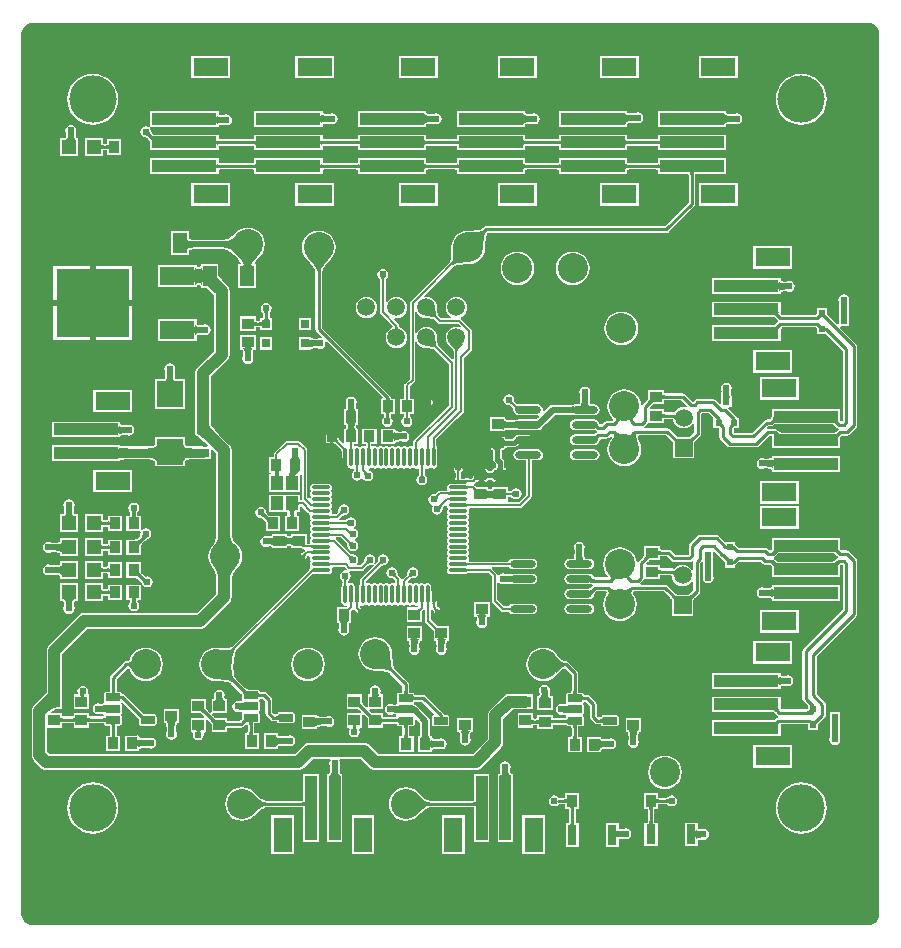
<source format=gtl>
G04*
G04 #@! TF.GenerationSoftware,Altium Limited,Altium Designer,19.1.8 (144)*
G04*
G04 Layer_Physical_Order=1*
G04 Layer_Color=255*
%FSLAX25Y25*%
%MOIN*%
G70*
G01*
G75*
%ADD11C,0.01000*%
%ADD17R,0.03937X0.03543*%
%ADD18R,0.03937X0.04724*%
%ADD19R,0.21654X0.03937*%
%ADD20R,0.11811X0.06299*%
%ADD21R,0.04724X0.04724*%
G04:AMPARAMS|DCode=22|XSize=25.59mil|YSize=47.24mil|CornerRadius=1.92mil|HoleSize=0mil|Usage=FLASHONLY|Rotation=90.000|XOffset=0mil|YOffset=0mil|HoleType=Round|Shape=RoundedRectangle|*
%AMROUNDEDRECTD22*
21,1,0.02559,0.04341,0,0,90.0*
21,1,0.02175,0.04724,0,0,90.0*
1,1,0.00384,0.02170,0.01088*
1,1,0.00384,0.02170,-0.01088*
1,1,0.00384,-0.02170,-0.01088*
1,1,0.00384,-0.02170,0.01088*
%
%ADD22ROUNDEDRECTD22*%
%ADD23R,0.03543X0.03937*%
%ADD24R,0.03150X0.06693*%
%ADD25R,0.02756X0.02953*%
%ADD26R,0.11811X0.06299*%
%ADD27R,0.24410X0.22835*%
%ADD28O,0.08661X0.02362*%
%ADD29O,0.06299X0.01181*%
%ADD30O,0.01181X0.06299*%
%ADD31R,0.06299X0.11811*%
%ADD32R,0.03937X0.21654*%
%ADD33R,0.04291X0.03000*%
%ADD34R,0.08898X0.08504*%
%ADD35R,0.04724X0.06693*%
%ADD62R,0.02165X0.02362*%
%ADD63R,0.02362X0.02165*%
%ADD64C,0.00600*%
%ADD65C,0.02000*%
%ADD66C,0.04000*%
%ADD67C,0.01500*%
%ADD68C,0.03000*%
%ADD69C,0.10000*%
%ADD70R,0.05906X0.05906*%
%ADD71C,0.05906*%
%ADD72R,0.05906X0.05906*%
%ADD73C,0.15748*%
%ADD74C,0.02400*%
G36*
X461161Y451328D02*
X461885Y451027D01*
X462537Y450592D01*
X463092Y450037D01*
X463527Y449385D01*
X463828Y448661D01*
X463980Y447892D01*
Y447500D01*
Y154500D01*
Y154108D01*
X463828Y153339D01*
X463527Y152614D01*
X463092Y151963D01*
X462537Y151408D01*
X461885Y150973D01*
X461161Y150672D01*
X460392Y150520D01*
X181608D01*
X180839Y150672D01*
X180114Y150973D01*
X179463Y151408D01*
X178908Y151963D01*
X178473Y152614D01*
X178173Y153339D01*
X178019Y154108D01*
Y154500D01*
Y447500D01*
Y447892D01*
X178173Y448661D01*
X178473Y449385D01*
X178908Y450037D01*
X179463Y450592D01*
X180114Y451027D01*
X180839Y451328D01*
X181608Y451480D01*
X460392D01*
X461161Y451328D01*
D02*
G37*
%LPC*%
G36*
X416863Y440447D02*
X403853D01*
Y432947D01*
X416863D01*
Y440447D01*
D02*
G37*
G36*
X383863D02*
X370852D01*
Y432947D01*
X383863D01*
Y440447D01*
D02*
G37*
G36*
X349864D02*
X336853D01*
Y432947D01*
X349864D01*
Y440447D01*
D02*
G37*
G36*
X316863D02*
X303853D01*
Y432947D01*
X316863D01*
Y440447D01*
D02*
G37*
G36*
X282364D02*
X269353D01*
Y432947D01*
X282364D01*
Y440447D01*
D02*
G37*
G36*
X247690D02*
X234679D01*
Y432947D01*
X247690D01*
Y440447D01*
D02*
G37*
G36*
X412315Y421980D02*
X412280Y421966D01*
X412244Y421976D01*
X412183Y421943D01*
X390073D01*
Y416806D01*
X412183D01*
X412244Y416772D01*
X412280Y416783D01*
X412315Y416768D01*
X412405Y416806D01*
X412927D01*
Y417285D01*
X412960Y417346D01*
X412972Y417449D01*
X412975Y417459D01*
X412984Y417471D01*
X413018Y417501D01*
X413099Y417549D01*
X413235Y417602D01*
X413427Y417651D01*
X413673Y417691D01*
X413971Y417716D01*
X414331Y417725D01*
X414372Y417743D01*
X415702D01*
X415798Y417678D01*
X416500Y417539D01*
X417202Y417678D01*
X417798Y418076D01*
X418196Y418672D01*
X418335Y419374D01*
X418196Y420076D01*
X417798Y420672D01*
X417202Y421070D01*
X416500Y421209D01*
X415798Y421070D01*
X415702Y421005D01*
X414372D01*
X414331Y421023D01*
X413971Y421032D01*
X413673Y421057D01*
X413427Y421097D01*
X413235Y421146D01*
X413099Y421199D01*
X413018Y421247D01*
X412984Y421277D01*
X412975Y421289D01*
X412972Y421299D01*
X412960Y421402D01*
X412927Y421463D01*
Y421943D01*
X412405D01*
X412315Y421980D01*
D02*
G37*
G36*
X345315D02*
X345280Y421966D01*
X345244Y421976D01*
X345183Y421943D01*
X323073D01*
Y416806D01*
X345183D01*
X345244Y416772D01*
X345280Y416783D01*
X345315Y416768D01*
X345405Y416806D01*
X345927D01*
Y417285D01*
X345960Y417346D01*
X345972Y417449D01*
X345975Y417459D01*
X345984Y417471D01*
X346018Y417501D01*
X346099Y417549D01*
X346235Y417602D01*
X346427Y417651D01*
X346673Y417691D01*
X346971Y417716D01*
X347331Y417725D01*
X347372Y417743D01*
X348202D01*
X348298Y417678D01*
X349000Y417539D01*
X349702Y417678D01*
X350298Y418076D01*
X350696Y418672D01*
X350835Y419374D01*
X350696Y420076D01*
X350298Y420672D01*
X349702Y421070D01*
X349000Y421209D01*
X348298Y421070D01*
X348202Y421005D01*
X347372D01*
X347331Y421023D01*
X346971Y421032D01*
X346673Y421057D01*
X346427Y421097D01*
X346235Y421146D01*
X346099Y421199D01*
X346018Y421247D01*
X345984Y421277D01*
X345975Y421289D01*
X345972Y421299D01*
X345960Y421402D01*
X345927Y421463D01*
Y421943D01*
X345405D01*
X345315Y421980D01*
D02*
G37*
G36*
X312315D02*
X312280Y421966D01*
X312244Y421976D01*
X312183Y421943D01*
X290073D01*
Y416806D01*
X312183D01*
X312244Y416772D01*
X312280Y416783D01*
X312315Y416768D01*
X312405Y416806D01*
X312927D01*
Y417285D01*
X312961Y417346D01*
X312972Y417449D01*
X312975Y417459D01*
X312984Y417471D01*
X313018Y417501D01*
X313099Y417549D01*
X313235Y417602D01*
X313427Y417651D01*
X313673Y417691D01*
X313971Y417716D01*
X314331Y417725D01*
X314372Y417743D01*
X315513D01*
X315609Y417678D01*
X316311Y417539D01*
X317014Y417678D01*
X317609Y418076D01*
X318007Y418672D01*
X318146Y419374D01*
X318007Y420076D01*
X317609Y420672D01*
X317014Y421070D01*
X316311Y421209D01*
X315609Y421070D01*
X315513Y421005D01*
X314372D01*
X314331Y421023D01*
X313971Y421032D01*
X313673Y421057D01*
X313427Y421097D01*
X313235Y421146D01*
X313099Y421199D01*
X313018Y421247D01*
X312984Y421277D01*
X312975Y421289D01*
X312972Y421299D01*
X312961Y421402D01*
X312927Y421463D01*
Y421943D01*
X312405D01*
X312315Y421980D01*
D02*
G37*
G36*
X277815D02*
X277778Y421965D01*
X277739Y421976D01*
X277680Y421943D01*
X255573D01*
Y416806D01*
X277721D01*
X277747Y416791D01*
X277782Y416801D01*
X277815Y416788D01*
X277858Y416806D01*
X278427D01*
Y417307D01*
X278461Y417369D01*
X278473Y417483D01*
X278480Y417504D01*
X278493Y417523D01*
X278529Y417557D01*
X278609Y417606D01*
X278743Y417661D01*
X278933Y417712D01*
X279177Y417752D01*
X279472Y417778D01*
X279832Y417788D01*
X279872Y417806D01*
X280821D01*
X280918Y417741D01*
X281620Y417602D01*
X282322Y417741D01*
X282918Y418139D01*
X283315Y418735D01*
X283455Y419437D01*
X283315Y420139D01*
X282918Y420735D01*
X282322Y421133D01*
X281620Y421272D01*
X280918Y421133D01*
X280821Y421068D01*
X279871D01*
X279830Y421086D01*
X279468Y421095D01*
X279168Y421118D01*
X278919Y421156D01*
X278723Y421203D01*
X278584Y421254D01*
X278501Y421299D01*
X278470Y421325D01*
X278460Y421407D01*
X278427Y421465D01*
Y421943D01*
X277905D01*
X277815Y421980D01*
D02*
G37*
G36*
X379315D02*
X379269Y421961D01*
X379221Y421973D01*
X379170Y421943D01*
X357073D01*
Y416806D01*
X379927D01*
Y417480D01*
X379961Y417543D01*
X379973Y417656D01*
X379980Y417678D01*
X379993Y417697D01*
X380029Y417730D01*
X380109Y417779D01*
X380243Y417834D01*
X380433Y417885D01*
X380677Y417926D01*
X380972Y417952D01*
X381332Y417961D01*
X381372Y417979D01*
X382860D01*
X383500Y417852D01*
X384202Y417991D01*
X384798Y418389D01*
X385196Y418985D01*
X385335Y419687D01*
X385196Y420389D01*
X384798Y420985D01*
X384202Y421383D01*
X383500Y421522D01*
X382798Y421383D01*
X382587Y421242D01*
X381368D01*
X381327Y421260D01*
X380962Y421267D01*
X380654Y421286D01*
X380396Y421317D01*
X380189Y421357D01*
X380038Y421402D01*
X379949Y421441D01*
X379947Y421442D01*
X379927Y421476D01*
Y421943D01*
X379405D01*
X379315Y421980D01*
D02*
G37*
G36*
X437996Y434401D02*
X436335Y434237D01*
X434737Y433753D01*
X433265Y432966D01*
X431975Y431907D01*
X430916Y430617D01*
X430129Y429144D01*
X429645Y427547D01*
X429481Y425886D01*
X429645Y424225D01*
X430129Y422627D01*
X430916Y421155D01*
X431975Y419865D01*
X433265Y418806D01*
X434737Y418019D01*
X436335Y417534D01*
X437996Y417371D01*
X439657Y417534D01*
X441255Y418019D01*
X442727Y418806D01*
X444017Y419865D01*
X445076Y421155D01*
X445863Y422627D01*
X446348Y424225D01*
X446511Y425886D01*
X446348Y427547D01*
X445863Y429144D01*
X445076Y430617D01*
X444017Y431907D01*
X442727Y432966D01*
X441255Y433753D01*
X439657Y434237D01*
X437996Y434401D01*
D02*
G37*
G36*
X201776D02*
X200114Y434237D01*
X198517Y433753D01*
X197045Y432966D01*
X195755Y431907D01*
X194696Y430617D01*
X193909Y429144D01*
X193424Y427547D01*
X193261Y425886D01*
X193424Y424225D01*
X193909Y422627D01*
X194696Y421155D01*
X195755Y419865D01*
X197045Y418806D01*
X198517Y418019D01*
X200114Y417534D01*
X201776Y417371D01*
X203437Y417534D01*
X205034Y418019D01*
X206506Y418806D01*
X207797Y419865D01*
X208856Y421155D01*
X209642Y422627D01*
X210127Y424225D01*
X210291Y425886D01*
X210127Y427547D01*
X209642Y429144D01*
X208856Y430617D01*
X207797Y431907D01*
X206506Y432966D01*
X205034Y433753D01*
X203437Y434237D01*
X201776Y434401D01*
D02*
G37*
G36*
X243753Y421943D02*
X220899D01*
Y417300D01*
X220899Y417183D01*
X220848Y416781D01*
X220733Y416666D01*
X220379Y416577D01*
X220202Y416696D01*
X219500Y416835D01*
X218798Y416696D01*
X218202Y416298D01*
X217804Y415702D01*
X217665Y415000D01*
X217804Y414298D01*
X218202Y413702D01*
X218798Y413304D01*
X219426Y413179D01*
X219488Y413151D01*
X219552Y413149D01*
X219586Y413144D01*
X219621Y413136D01*
X219659Y413124D01*
X219701Y413106D01*
X219746Y413083D01*
X219795Y413052D01*
X219849Y413012D01*
X219907Y412964D01*
X219981Y412894D01*
X220044Y412870D01*
X220257Y412657D01*
X220262Y412631D01*
X220313Y412596D01*
X220336Y412539D01*
X220504Y412364D01*
X220638Y412212D01*
X220745Y412077D01*
X220825Y411960D01*
X220878Y411867D01*
X220899Y411820D01*
Y408931D01*
X243753D01*
Y410315D01*
X243769Y410320D01*
X243863Y410335D01*
X243988Y410346D01*
X244158Y410351D01*
X244220Y410378D01*
X255106D01*
X255168Y410351D01*
X255341Y410346D01*
X255468Y410335D01*
X255565Y410319D01*
X255573Y410317D01*
Y408931D01*
X278427D01*
Y410315D01*
X278443Y410320D01*
X278537Y410335D01*
X278662Y410346D01*
X278832Y410351D01*
X278894Y410378D01*
X289606D01*
X289668Y410351D01*
X289841Y410346D01*
X289968Y410335D01*
X290065Y410319D01*
X290073Y410317D01*
Y408931D01*
X312927D01*
Y410315D01*
X312943Y410320D01*
X313037Y410335D01*
X313162Y410346D01*
X313332Y410351D01*
X313394Y410378D01*
X322606D01*
X322668Y410351D01*
X322840Y410346D01*
X322968Y410335D01*
X323065Y410319D01*
X323073Y410317D01*
Y408931D01*
X345927D01*
Y410315D01*
X345943Y410320D01*
X346037Y410335D01*
X346162Y410346D01*
X346332Y410351D01*
X346394Y410378D01*
X356606D01*
X356668Y410351D01*
X356840Y410346D01*
X356968Y410335D01*
X357065Y410319D01*
X357073Y410317D01*
Y408931D01*
X379927D01*
Y410315D01*
X379943Y410320D01*
X380037Y410335D01*
X380162Y410346D01*
X380332Y410351D01*
X380394Y410378D01*
X389606D01*
X389668Y410351D01*
X389841Y410346D01*
X389968Y410335D01*
X390065Y410319D01*
X390073Y410317D01*
Y408931D01*
X412927D01*
Y414069D01*
X390073D01*
Y412683D01*
X390065Y412681D01*
X389968Y412665D01*
X389841Y412654D01*
X389668Y412649D01*
X389606Y412622D01*
X380394D01*
X380332Y412649D01*
X380162Y412654D01*
X380037Y412665D01*
X379943Y412680D01*
X379927Y412685D01*
Y414069D01*
X357073D01*
Y412683D01*
X357065Y412681D01*
X356968Y412665D01*
X356840Y412654D01*
X356668Y412649D01*
X356606Y412622D01*
X346394D01*
X346332Y412649D01*
X346162Y412654D01*
X346037Y412665D01*
X345943Y412680D01*
X345927Y412685D01*
Y414069D01*
X323073D01*
Y412683D01*
X323065Y412681D01*
X322968Y412665D01*
X322840Y412654D01*
X322668Y412649D01*
X322606Y412622D01*
X313394D01*
X313332Y412649D01*
X313162Y412654D01*
X313037Y412665D01*
X312943Y412680D01*
X312927Y412685D01*
Y414069D01*
X290073D01*
Y412683D01*
X290065Y412681D01*
X289968Y412665D01*
X289841Y412654D01*
X289668Y412649D01*
X289606Y412622D01*
X278894D01*
X278832Y412649D01*
X278662Y412654D01*
X278537Y412665D01*
X278443Y412680D01*
X278427Y412685D01*
Y414069D01*
X255573D01*
Y412683D01*
X255565Y412681D01*
X255468Y412665D01*
X255341Y412654D01*
X255168Y412649D01*
X255106Y412622D01*
X244220D01*
X244158Y412649D01*
X243988Y412654D01*
X243863Y412665D01*
X243769Y412680D01*
X243753Y412685D01*
Y414069D01*
X222432D01*
X222359Y414086D01*
X222329Y414069D01*
X222132D01*
X222069Y414114D01*
X221709Y414423D01*
X221565Y414563D01*
X221536Y414593D01*
X221488Y414651D01*
X221448Y414705D01*
X221417Y414754D01*
X221393Y414799D01*
X221376Y414841D01*
X221364Y414879D01*
X221356Y414914D01*
X221351Y414948D01*
X221349Y415012D01*
X221321Y415074D01*
X221196Y415702D01*
X220907Y416134D01*
X220798Y416298D01*
X220805Y416370D01*
X220881Y416741D01*
X220938Y416806D01*
X221388Y416806D01*
X242983D01*
X243025Y416778D01*
X243085Y416791D01*
X243141Y416768D01*
X243231Y416806D01*
X243753D01*
Y417205D01*
X243826Y417231D01*
X243987Y417269D01*
X244195Y417302D01*
X244790Y417345D01*
X245151Y417351D01*
X245193Y417369D01*
X245548D01*
X245644Y417304D01*
X246347Y417165D01*
X247049Y417304D01*
X247644Y417702D01*
X248042Y418298D01*
X248182Y419000D01*
X248042Y419702D01*
X247644Y420298D01*
X247049Y420696D01*
X246347Y420835D01*
X245644Y420696D01*
X245548Y420631D01*
X245198D01*
X245158Y420649D01*
X244798Y420659D01*
X244503Y420685D01*
X244259Y420725D01*
X244069Y420777D01*
X243935Y420831D01*
X243855Y420880D01*
X243819Y420914D01*
X243806Y420933D01*
X243799Y420954D01*
X243787Y421068D01*
X243753Y421130D01*
Y421943D01*
D02*
G37*
G36*
X205208Y412962D02*
X199284D01*
Y407038D01*
X205208D01*
Y408817D01*
X205216Y408819D01*
X205313Y408835D01*
X205440Y408846D01*
X205613Y408851D01*
X205675Y408879D01*
X206012D01*
X206074Y408851D01*
X206246Y408846D01*
X206374Y408835D01*
X206470Y408819D01*
X206479Y408817D01*
Y407432D01*
X211222D01*
Y412569D01*
X206479D01*
Y411183D01*
X206470Y411181D01*
X206374Y411165D01*
X206246Y411154D01*
X206074Y411149D01*
X206012Y411122D01*
X205675D01*
X205613Y411149D01*
X205440Y411154D01*
X205313Y411165D01*
X205216Y411181D01*
X205208Y411183D01*
Y412962D01*
D02*
G37*
G36*
X194500Y417335D02*
X193798Y417196D01*
X193202Y416798D01*
X192804Y416202D01*
X192665Y415500D01*
X192804Y414798D01*
X192869Y414702D01*
Y414407D01*
X192851Y414367D01*
X192841Y414005D01*
X192815Y413709D01*
X192774Y413463D01*
X192723Y413271D01*
X192668Y413135D01*
X192619Y413054D01*
X192584Y413017D01*
X192565Y413004D01*
X192543Y412996D01*
X192430Y412984D01*
X192390Y412962D01*
X191016D01*
Y407038D01*
X196940D01*
Y412212D01*
X196972Y412268D01*
X196961Y412311D01*
X196978Y412352D01*
X196940Y412442D01*
Y412962D01*
X196467D01*
X196410Y412994D01*
X196363Y413000D01*
X196350Y413018D01*
X196307Y413102D01*
X196259Y413246D01*
X196217Y413435D01*
X196157Y414011D01*
X196149Y414364D01*
X196131Y414405D01*
Y414702D01*
X196196Y414798D01*
X196335Y415500D01*
X196196Y416202D01*
X195798Y416798D01*
X195202Y417196D01*
X194500Y417335D01*
D02*
G37*
G36*
X412927Y406194D02*
X390073D01*
Y404809D01*
X390065Y404807D01*
X389968Y404791D01*
X389841Y404780D01*
X389668Y404775D01*
X389606Y404748D01*
X380394D01*
X380332Y404775D01*
X380162Y404780D01*
X380037Y404791D01*
X379943Y404806D01*
X379927Y404811D01*
Y406194D01*
X357073D01*
Y404809D01*
X357065Y404807D01*
X356968Y404791D01*
X356840Y404780D01*
X356668Y404775D01*
X356606Y404748D01*
X346394D01*
X346332Y404775D01*
X346162Y404780D01*
X346037Y404791D01*
X345943Y404806D01*
X345927Y404811D01*
Y406194D01*
X323073D01*
Y404809D01*
X323065Y404807D01*
X322968Y404791D01*
X322840Y404780D01*
X322668Y404775D01*
X322606Y404748D01*
X313394D01*
X313332Y404775D01*
X313162Y404780D01*
X313037Y404791D01*
X312943Y404806D01*
X312927Y404811D01*
Y406194D01*
X290073D01*
Y404809D01*
X290065Y404807D01*
X289968Y404791D01*
X289841Y404780D01*
X289668Y404775D01*
X289606Y404748D01*
X278894D01*
X278832Y404775D01*
X278662Y404780D01*
X278537Y404791D01*
X278443Y404806D01*
X278427Y404811D01*
Y406194D01*
X255573D01*
Y404809D01*
X255565Y404807D01*
X255468Y404791D01*
X255341Y404780D01*
X255168Y404775D01*
X255106Y404748D01*
X244220D01*
X244158Y404775D01*
X243988Y404780D01*
X243863Y404791D01*
X243769Y404806D01*
X243753Y404811D01*
Y406194D01*
X220899D01*
Y401057D01*
X243753D01*
Y402441D01*
X243769Y402446D01*
X243863Y402461D01*
X243988Y402472D01*
X244158Y402477D01*
X244220Y402504D01*
X255106D01*
X255168Y402477D01*
X255341Y402472D01*
X255468Y402461D01*
X255565Y402445D01*
X255573Y402443D01*
Y401057D01*
X278427D01*
Y402441D01*
X278443Y402446D01*
X278537Y402461D01*
X278662Y402472D01*
X278832Y402477D01*
X278894Y402504D01*
X289606D01*
X289668Y402477D01*
X289841Y402472D01*
X289968Y402461D01*
X290065Y402445D01*
X290073Y402443D01*
Y401057D01*
X312927D01*
Y402441D01*
X312943Y402446D01*
X313037Y402461D01*
X313162Y402472D01*
X313332Y402477D01*
X313394Y402504D01*
X322606D01*
X322668Y402477D01*
X322840Y402472D01*
X322968Y402461D01*
X323065Y402445D01*
X323073Y402443D01*
Y401057D01*
X345927D01*
Y402441D01*
X345943Y402446D01*
X346037Y402461D01*
X346162Y402472D01*
X346332Y402477D01*
X346394Y402504D01*
X356606D01*
X356668Y402477D01*
X356840Y402472D01*
X356968Y402461D01*
X357065Y402445D01*
X357073Y402443D01*
Y401057D01*
X379927D01*
Y402441D01*
X379943Y402446D01*
X380037Y402461D01*
X380162Y402472D01*
X380332Y402477D01*
X380394Y402504D01*
X389606D01*
X389668Y402477D01*
X389841Y402472D01*
X389968Y402461D01*
X390065Y402445D01*
X390073Y402443D01*
Y401057D01*
X400317D01*
X400319Y401049D01*
X400335Y400953D01*
X400346Y400825D01*
X400351Y400653D01*
X400379Y400590D01*
Y391465D01*
X392535Y383622D01*
X333000D01*
X333000Y383622D01*
X332571Y383536D01*
X332207Y383293D01*
X332207Y383293D01*
X331924Y383010D01*
X331873Y382994D01*
X331676Y382832D01*
X331456Y382705D01*
X331158Y382580D01*
X330785Y382465D01*
X330337Y382365D01*
X329831Y382284D01*
X327836Y382152D01*
X327048Y382149D01*
X327035Y382144D01*
X327000Y382148D01*
X325538Y381956D01*
X324176Y381392D01*
X323006Y380494D01*
X322108Y379324D01*
X321544Y377962D01*
X321352Y376500D01*
X321355Y376478D01*
X321351Y376469D01*
X321328Y374837D01*
X321232Y373511D01*
X321160Y372974D01*
X321071Y372511D01*
X320970Y372132D01*
X320861Y371841D01*
X320756Y371643D01*
X320621Y371472D01*
X320606Y371418D01*
X307728Y358540D01*
X307529Y358242D01*
X307459Y357891D01*
Y332756D01*
X305851Y331149D01*
X305652Y330851D01*
X305582Y330500D01*
Y326144D01*
X305551Y326073D01*
X305551Y326068D01*
X304128D01*
Y320932D01*
X305392D01*
X305560Y320436D01*
X305552Y320417D01*
X305548Y320352D01*
X305543Y320319D01*
X305532Y320279D01*
X305515Y320233D01*
X305490Y320180D01*
X305455Y320120D01*
X305415Y320062D01*
X305279Y319897D01*
X305194Y319810D01*
X305171Y319751D01*
X304804Y319202D01*
X304665Y318500D01*
X304804Y317798D01*
X305202Y317202D01*
X305798Y316804D01*
X306500Y316665D01*
X307202Y316804D01*
X307798Y317202D01*
X308196Y317798D01*
X308335Y318500D01*
X308196Y319202D01*
X307829Y319751D01*
X307806Y319810D01*
X307715Y319903D01*
X307647Y319981D01*
X307590Y320054D01*
X307545Y320120D01*
X307510Y320180D01*
X307485Y320233D01*
X307468Y320279D01*
X307457Y320319D01*
X307452Y320352D01*
X307449Y320417D01*
X307440Y320436D01*
X307608Y320932D01*
X308872D01*
Y326068D01*
X307449D01*
X307449Y326073D01*
X307418Y326144D01*
Y330120D01*
X309025Y331728D01*
X309224Y332025D01*
X309294Y332376D01*
Y344857D01*
X309794Y344956D01*
X309897Y344708D01*
X310466Y343966D01*
X311208Y343397D01*
X312073Y343039D01*
X312975Y342920D01*
X313028Y342898D01*
X313494Y342897D01*
X313906Y342883D01*
X314632Y342820D01*
X314916Y342774D01*
X315161Y342719D01*
X315359Y342658D01*
X315508Y342596D01*
X315604Y342539D01*
X315705Y342457D01*
X315763Y342439D01*
X320482Y337720D01*
Y323811D01*
X308875Y312203D01*
X308676Y311905D01*
X308606Y311554D01*
Y310425D01*
X308295Y310200D01*
X308249Y310189D01*
X308074Y310180D01*
X308020Y310216D01*
X307555Y310308D01*
X307091Y310216D01*
X306938Y310114D01*
X306571Y309994D01*
X306203Y310114D01*
X306051Y310216D01*
X305587Y310308D01*
X305122Y310216D01*
X304970Y310114D01*
X304602Y309994D01*
X304235Y310114D01*
X304083Y310216D01*
X303618Y310308D01*
X303154Y310216D01*
X302760Y309953D01*
X302508D01*
X302114Y310216D01*
X301650Y310308D01*
X301185Y310216D01*
X300791Y309953D01*
X300539D01*
X300146Y310216D01*
X299681Y310308D01*
X299217Y310216D01*
X298823Y309953D01*
X298571D01*
X298177Y310216D01*
X297713Y310308D01*
X297248Y310216D01*
X296854Y309953D01*
X296602D01*
X296209Y310216D01*
X295744Y310308D01*
X295280Y310216D01*
X295226Y310180D01*
X295050Y310189D01*
X295004Y310200D01*
X294693Y310425D01*
Y310856D01*
X294725Y310927D01*
X294725Y310931D01*
X296372D01*
Y316069D01*
X291628D01*
Y310931D01*
X292826D01*
X292826Y310927D01*
X292858Y310856D01*
Y310425D01*
X292547Y310200D01*
X292501Y310189D01*
X292326Y310180D01*
X292272Y310216D01*
X291807Y310308D01*
X291343Y310216D01*
X290949Y309953D01*
X290697D01*
X290303Y310216D01*
X289839Y310308D01*
X289374Y310216D01*
X289320Y310180D01*
X289144Y310189D01*
X289099Y310200D01*
X288788Y310425D01*
Y310946D01*
X288819Y311017D01*
X288819Y311022D01*
X290291D01*
Y315405D01*
X290322Y315458D01*
X290310Y315504D01*
X290328Y315547D01*
X290291Y315637D01*
Y316159D01*
X289821D01*
X289768Y316190D01*
X289758Y316192D01*
X289757Y316194D01*
X289716Y316281D01*
X289670Y316429D01*
X289631Y316623D01*
X289610Y316846D01*
X289629Y316997D01*
X289670Y317201D01*
X289716Y317349D01*
X289757Y317437D01*
X289758Y317439D01*
X289768Y317440D01*
X289821Y317471D01*
X290291D01*
Y317993D01*
X290328Y318083D01*
X290310Y318127D01*
X290322Y318172D01*
X290291Y318226D01*
Y321852D01*
X290322Y321904D01*
X290310Y321951D01*
X290328Y321996D01*
X290291Y322087D01*
Y322608D01*
X289823D01*
X289773Y322637D01*
X289734Y322725D01*
X289688Y322874D01*
X289649Y323070D01*
X289596Y323652D01*
X289589Y324009D01*
X289571Y324050D01*
Y324131D01*
X289655Y324257D01*
X289795Y324959D01*
X289655Y325662D01*
X289257Y326257D01*
X288662Y326655D01*
X287960Y326795D01*
X287257Y326655D01*
X286662Y326257D01*
X286264Y325662D01*
X286124Y324959D01*
X286264Y324257D01*
X286308Y324191D01*
Y324050D01*
X286290Y324009D01*
X286282Y323645D01*
X286262Y323340D01*
X286228Y323085D01*
X286186Y322882D01*
X286139Y322736D01*
X286098Y322649D01*
X286093Y322642D01*
X286073Y322640D01*
X286018Y322608D01*
X285547D01*
Y322087D01*
X285510Y321996D01*
X285528Y321954D01*
X285516Y321909D01*
X285547Y321855D01*
Y318226D01*
X285516Y318172D01*
X285528Y318127D01*
X285510Y318083D01*
X285547Y317993D01*
Y317471D01*
X286017D01*
X286070Y317440D01*
X286080Y317439D01*
X286081Y317437D01*
X286122Y317349D01*
X286168Y317201D01*
X286208Y317007D01*
X286229Y316784D01*
X286210Y316633D01*
X286168Y316429D01*
X286122Y316281D01*
X286081Y316194D01*
X286080Y316192D01*
X286070Y316190D01*
X286017Y316159D01*
X285547D01*
Y315637D01*
X285510Y315547D01*
X285528Y315504D01*
X285516Y315458D01*
X285547Y315405D01*
Y311471D01*
X285047Y311264D01*
X284306Y312006D01*
X284279Y312077D01*
X284072Y312299D01*
X284013Y312372D01*
X283987Y312409D01*
X284017Y312483D01*
X283996Y312534D01*
X284008Y312588D01*
X283903Y312757D01*
X283828Y312939D01*
X283827Y312942D01*
X283775Y312963D01*
X283748Y313008D01*
X283746Y313010D01*
X283552Y313056D01*
X283367Y313132D01*
X283366Y313131D01*
X283316Y313111D01*
X283262Y313123D01*
X283261Y313123D01*
X283216Y313095D01*
X282492Y313819D01*
X282468Y313942D01*
X282269Y314239D01*
X281971Y314438D01*
X281620Y314508D01*
X281269Y314438D01*
X280971Y314239D01*
X280932Y314181D01*
X280683Y314348D01*
X280331Y314418D01*
X279980Y314348D01*
X279683Y314149D01*
X279484Y313851D01*
X279414Y313500D01*
Y312332D01*
X279484Y311980D01*
X279683Y311683D01*
X279980Y311484D01*
X280331Y311414D01*
X280683Y311484D01*
X280980Y311683D01*
X281119Y311890D01*
X281461Y311991D01*
X281716Y311836D01*
X281853Y311682D01*
X281881Y311646D01*
X281958Y311461D01*
X282003Y311267D01*
X282050Y311238D01*
X282071Y311189D01*
X282072Y311187D01*
X282256Y311110D01*
X282426Y311005D01*
X282480Y311018D01*
X282531Y310997D01*
X282534Y310998D01*
X282604Y311027D01*
X282635Y311005D01*
X282819Y310849D01*
X282928Y310743D01*
X283002Y310714D01*
X284416Y309300D01*
X284442Y309230D01*
X284638Y309018D01*
X284691Y308952D01*
X284705Y308932D01*
X284676Y308863D01*
X284674Y308860D01*
X284694Y308811D01*
X284681Y308760D01*
X284784Y308587D01*
X284859Y308399D01*
X284861Y308399D01*
X284908Y308378D01*
X284936Y308333D01*
X284984Y308320D01*
Y306535D01*
X285054Y306184D01*
X285253Y305887D01*
X285550Y305688D01*
X285902Y305618D01*
X286156Y305668D01*
X286498Y305486D01*
X286656Y305356D01*
Y303976D01*
X286749Y303512D01*
X287012Y303118D01*
X287405Y302855D01*
X287870Y302763D01*
X288335Y302855D01*
X288839Y302670D01*
X288968Y302459D01*
X288965Y302394D01*
X288959Y302360D01*
X288949Y302321D01*
X288931Y302275D01*
X288906Y302222D01*
X288872Y302162D01*
X288832Y302103D01*
X288695Y301938D01*
X288611Y301852D01*
X288587Y301793D01*
X288221Y301244D01*
X288081Y300542D01*
X288221Y299839D01*
X288619Y299244D01*
X289214Y298846D01*
X289916Y298707D01*
X290619Y298846D01*
X291214Y299244D01*
X291383Y299497D01*
X291978Y299487D01*
X292202Y299152D01*
X292798Y298754D01*
X293500Y298615D01*
X294202Y298754D01*
X294798Y299152D01*
X295196Y299747D01*
X295335Y300450D01*
X295196Y301152D01*
X294798Y301748D01*
X294202Y302145D01*
X293999Y302186D01*
X293984Y302190D01*
X293835Y302554D01*
X293986Y302804D01*
X294240Y302855D01*
X294634Y303118D01*
X294886D01*
X295280Y302855D01*
X295744Y302763D01*
X296209Y302855D01*
X296602Y303118D01*
X296854D01*
X297248Y302855D01*
X297713Y302763D01*
X298177Y302855D01*
X298571Y303118D01*
X298823D01*
X299217Y302855D01*
X299681Y302763D01*
X300146Y302855D01*
X300539Y303118D01*
X300791D01*
X301185Y302855D01*
X301650Y302763D01*
X302114Y302855D01*
X302508Y303118D01*
X302760D01*
X303154Y302855D01*
X303618Y302763D01*
X304083Y302855D01*
X304476Y303118D01*
X304728D01*
X305122Y302855D01*
X305587Y302763D01*
X306051Y302855D01*
X306445Y303118D01*
X306697D01*
X307091Y302855D01*
X307555Y302763D01*
X308020Y302855D01*
X308414Y303118D01*
X308665D01*
X309059Y302855D01*
X309524Y302763D01*
X309988Y302855D01*
X310050Y302896D01*
X310230Y302883D01*
X310294Y302866D01*
X310582Y302651D01*
Y301006D01*
X310552Y300942D01*
X310548Y300877D01*
X310543Y300843D01*
X310532Y300804D01*
X310515Y300758D01*
X310490Y300705D01*
X310455Y300645D01*
X310415Y300586D01*
X310279Y300421D01*
X310194Y300335D01*
X310171Y300276D01*
X309804Y299727D01*
X309665Y299025D01*
X309804Y298323D01*
X310202Y297727D01*
X310798Y297329D01*
X311500Y297190D01*
X312202Y297329D01*
X312798Y297727D01*
X313196Y298323D01*
X313335Y299025D01*
X313196Y299727D01*
X312829Y300276D01*
X312806Y300335D01*
X312715Y300428D01*
X312647Y300506D01*
X312590Y300578D01*
X312545Y300645D01*
X312510Y300705D01*
X312485Y300758D01*
X312468Y300804D01*
X312457Y300843D01*
X312452Y300877D01*
X312449Y300942D01*
X312418Y301006D01*
Y302640D01*
X312729Y302865D01*
X312767Y302874D01*
X312951Y302885D01*
X312996Y302855D01*
X313461Y302763D01*
X313925Y302855D01*
X314319Y303118D01*
X314571D01*
X314965Y302855D01*
X315429Y302763D01*
X315894Y302855D01*
X316287Y303118D01*
X316551Y303512D01*
X316643Y303976D01*
Y309095D01*
X316606Y309279D01*
X316624Y309320D01*
X316575Y309438D01*
X316551Y309559D01*
X316540Y309575D01*
X316525Y309664D01*
X316490Y309721D01*
X316468Y309762D01*
X316448Y309805D01*
X316431Y309850D01*
X316416Y309897D01*
X316403Y309948D01*
X316394Y309994D01*
X316380Y310132D01*
X316378Y310206D01*
X316347Y310277D01*
Y312549D01*
X323149Y319351D01*
X323159Y319367D01*
X325249Y321456D01*
X325448Y321754D01*
X325518Y322105D01*
Y339720D01*
X327902Y342104D01*
X328100Y342402D01*
X328170Y342753D01*
Y348747D01*
X328100Y349098D01*
X327902Y349396D01*
X324649Y352649D01*
X324513Y352740D01*
X324522Y353276D01*
X324526Y353287D01*
X324792Y353397D01*
X325534Y353966D01*
X326103Y354708D01*
X326461Y355573D01*
X326583Y356500D01*
X326461Y357427D01*
X326103Y358292D01*
X325534Y359034D01*
X324792Y359603D01*
X323927Y359961D01*
X323000Y360083D01*
X322073Y359961D01*
X321208Y359603D01*
X320466Y359034D01*
X319897Y358292D01*
X319539Y357427D01*
X319417Y356500D01*
X319539Y355573D01*
X319897Y354708D01*
X320466Y353966D01*
X321181Y353418D01*
X321184Y353365D01*
X320957Y352918D01*
X317880D01*
X317061Y353736D01*
X317043Y353795D01*
X316961Y353895D01*
X316904Y353993D01*
X316842Y354140D01*
X316781Y354339D01*
X316726Y354584D01*
X316681Y354862D01*
X316603Y356017D01*
X316602Y356472D01*
X316580Y356525D01*
X316461Y357427D01*
X316103Y358292D01*
X315534Y359034D01*
X314792Y359603D01*
X313927Y359961D01*
X313000Y360083D01*
X312509Y360019D01*
X312276Y360492D01*
X321903Y370120D01*
X321957Y370135D01*
X322128Y370270D01*
X322327Y370376D01*
X322618Y370484D01*
X322997Y370584D01*
X323459Y370672D01*
X323989Y370742D01*
X326097Y370852D01*
X326939Y370851D01*
X326955Y370858D01*
X327000Y370852D01*
X328462Y371044D01*
X329824Y371608D01*
X330994Y372506D01*
X331892Y373676D01*
X332456Y375038D01*
X332648Y376500D01*
X332644Y376535D01*
X332649Y376548D01*
X332651Y377347D01*
X332675Y378065D01*
X332784Y379325D01*
X332865Y379837D01*
X332965Y380285D01*
X333080Y380658D01*
X333205Y380956D01*
X333332Y381176D01*
X333494Y381373D01*
X333496Y381379D01*
X393000D01*
X393000Y381378D01*
X393429Y381464D01*
X393793Y381707D01*
X402293Y390207D01*
X402293Y390207D01*
X402536Y390571D01*
X402622Y391000D01*
X402622Y391000D01*
Y400590D01*
X402649Y400653D01*
X402654Y400825D01*
X402665Y400953D01*
X402681Y401049D01*
X402683Y401057D01*
X412927D01*
Y406194D01*
D02*
G37*
G36*
X416863Y397926D02*
X403853D01*
Y390427D01*
X416863D01*
Y397926D01*
D02*
G37*
G36*
X383863D02*
X370852D01*
Y390427D01*
X383863D01*
Y397926D01*
D02*
G37*
G36*
X349864D02*
X336853D01*
Y390427D01*
X349864D01*
Y397926D01*
D02*
G37*
G36*
X316863D02*
X303853D01*
Y390427D01*
X316863D01*
Y397926D01*
D02*
G37*
G36*
X282364D02*
X269353D01*
Y390427D01*
X282364D01*
Y397926D01*
D02*
G37*
G36*
X247690D02*
X234679D01*
Y390427D01*
X247690D01*
Y397926D01*
D02*
G37*
G36*
X253500Y383148D02*
X252038Y382956D01*
X250676Y382392D01*
X249506Y381494D01*
X249492Y381476D01*
X249484Y381473D01*
X248544Y380589D01*
X248115Y380241D01*
X247697Y379939D01*
X247298Y379688D01*
X246917Y379488D01*
X246557Y379336D01*
X246218Y379231D01*
X245900Y379170D01*
X245559Y379148D01*
X245525Y379131D01*
X235207D01*
X235167Y379149D01*
X234806Y379159D01*
X234511Y379185D01*
X234268Y379225D01*
X234078Y379276D01*
X233944Y379331D01*
X233864Y379380D01*
X233827Y379414D01*
X233815Y379433D01*
X233807Y379454D01*
X233795Y379568D01*
X233761Y379630D01*
Y381946D01*
X227837D01*
Y374054D01*
X233761D01*
Y375370D01*
X233795Y375432D01*
X233807Y375546D01*
X233815Y375567D01*
X233827Y375586D01*
X233864Y375620D01*
X233944Y375669D01*
X234078Y375724D01*
X234268Y375775D01*
X234511Y375815D01*
X234806Y375841D01*
X235167Y375851D01*
X235207Y375869D01*
X245525D01*
X245559Y375852D01*
X245900Y375830D01*
X246218Y375769D01*
X246557Y375664D01*
X246917Y375512D01*
X247298Y375312D01*
X247697Y375061D01*
X248109Y374764D01*
X249006Y373996D01*
X249461Y373550D01*
X250322Y372599D01*
X250668Y372160D01*
X250967Y371733D01*
X251142Y371446D01*
X251020Y371124D01*
X250849Y370947D01*
X250337D01*
Y363053D01*
X256261D01*
Y370947D01*
X255985D01*
X255905Y371012D01*
X255705Y371446D01*
X255844Y371663D01*
X256143Y372065D01*
X256918Y372941D01*
X257382Y373396D01*
X257398Y373432D01*
X257494Y373506D01*
X258392Y374676D01*
X258956Y376038D01*
X259148Y377500D01*
X258956Y378962D01*
X258392Y380324D01*
X257494Y381494D01*
X256324Y382392D01*
X254962Y382956D01*
X253500Y383148D01*
D02*
G37*
G36*
X218201Y380361D02*
X217674Y380256D01*
X217228Y379958D01*
X216929Y379511D01*
X216824Y378984D01*
Y378000D01*
X216929Y377473D01*
X217228Y377027D01*
X217523Y376830D01*
X217720Y376535D01*
X218166Y376236D01*
X218693Y376131D01*
X219220Y376236D01*
X219666Y376535D01*
X220158Y377027D01*
X220457Y377473D01*
X220562Y378000D01*
X220457Y378527D01*
X220158Y378973D01*
X219712Y379272D01*
X219512Y379311D01*
X219473Y379511D01*
X219174Y379958D01*
X218727Y380256D01*
X218201Y380361D01*
D02*
G37*
G36*
X238351Y370984D02*
X238260Y370947D01*
X237739D01*
Y370484D01*
X237709Y370436D01*
X237686Y370288D01*
X237662Y370243D01*
X237584Y370165D01*
X237415Y370060D01*
X237141Y369948D01*
X237028Y369917D01*
X236777Y370004D01*
X236604Y370095D01*
X236536Y370154D01*
X236534Y370157D01*
X236516Y370252D01*
X236490Y370293D01*
Y370746D01*
X235968D01*
X235878Y370783D01*
X235820Y370759D01*
X235759Y370772D01*
X235718Y370746D01*
X223479D01*
Y363246D01*
X235719D01*
X235760Y363220D01*
X235820Y363233D01*
X235878Y363209D01*
X235968Y363246D01*
X236490D01*
Y363699D01*
X236516Y363740D01*
X236534Y363837D01*
X236537Y363841D01*
X236605Y363899D01*
X236778Y363991D01*
X237031Y364079D01*
X237142Y364049D01*
X237415Y363937D01*
X237585Y363832D01*
X237662Y363755D01*
X237686Y363710D01*
X237709Y363564D01*
X237739Y363516D01*
Y363053D01*
X238260D01*
X238351Y363016D01*
X238400Y363037D01*
X238452Y363024D01*
X238500Y363053D01*
X239462D01*
X239553Y363016D01*
X239596Y363034D01*
X239641Y363011D01*
X242005Y360958D01*
X242178Y360787D01*
Y341886D01*
X236646Y336354D01*
X236229Y335811D01*
X235967Y335179D01*
X235878Y334500D01*
X235878Y334500D01*
Y321514D01*
X235851Y321450D01*
X235829Y318901D01*
X235795Y318057D01*
X235754Y318057D01*
X235754Y317605D01*
X235754Y317602D01*
X235754Y317535D01*
X235717Y317445D01*
X235745Y317376D01*
X235733Y317303D01*
X235754Y317272D01*
Y314625D01*
X235727Y314583D01*
X235729Y314576D01*
X235725Y314570D01*
X235754Y314447D01*
Y313857D01*
X236210D01*
X236252Y313829D01*
X236259Y313831D01*
X236265Y313827D01*
X236376Y313810D01*
X236492Y313765D01*
X236691Y313656D01*
X236933Y313497D01*
X239001Y311701D01*
X239532Y311178D01*
X239596Y311152D01*
X240143Y310605D01*
X239951Y310143D01*
X238707D01*
X238500Y310185D01*
X234972D01*
X234954Y310192D01*
X234404Y310207D01*
X233939Y310248D01*
X233545Y310314D01*
X233225Y310400D01*
X232981Y310500D01*
X232811Y310603D01*
X232705Y310702D01*
X232642Y310796D01*
X232605Y310902D01*
X232583Y311111D01*
X232549Y311174D01*
Y313206D01*
X222451D01*
Y311136D01*
X222429Y311096D01*
X222407Y310887D01*
X222370Y310781D01*
X222307Y310687D01*
X222200Y310589D01*
X222029Y310484D01*
X221783Y310384D01*
X221462Y310298D01*
X221066Y310232D01*
X220599Y310191D01*
X220046Y310177D01*
X220028Y310169D01*
X213450D01*
X213431Y310177D01*
X212366Y310195D01*
X211561Y310247D01*
X211269Y310284D01*
X211048Y310325D01*
X211032Y310329D01*
Y310596D01*
X210510D01*
X210420Y310633D01*
X210329Y310596D01*
X210237D01*
X210207Y310598D01*
X210205Y310596D01*
X188178D01*
Y305459D01*
X210205D01*
X210207Y305457D01*
X210237Y305459D01*
X210329D01*
X210420Y305422D01*
X210510Y305459D01*
X211032D01*
Y305726D01*
X211048Y305730D01*
X211251Y305768D01*
X212873Y305874D01*
X213425Y305878D01*
X213444Y305886D01*
X220028D01*
X220046Y305878D01*
X220599Y305864D01*
X221066Y305823D01*
X221462Y305757D01*
X221783Y305671D01*
X222029Y305571D01*
X222200Y305467D01*
X222307Y305368D01*
X222370Y305274D01*
X222407Y305168D01*
X222429Y304959D01*
X222451Y304919D01*
Y303502D01*
X232549D01*
Y304913D01*
X232583Y304975D01*
X232605Y305184D01*
X232642Y305291D01*
X232705Y305384D01*
X232811Y305483D01*
X232981Y305587D01*
X233225Y305687D01*
X233545Y305773D01*
X233939Y305839D01*
X234404Y305880D01*
X234954Y305894D01*
X234972Y305902D01*
X238500D01*
X238707Y305943D01*
X241246D01*
Y308849D01*
X241708Y309040D01*
X242878Y307870D01*
Y280908D01*
X242851Y280848D01*
X242838Y280371D01*
X242801Y279932D01*
X242740Y279514D01*
X242655Y279116D01*
X242547Y278738D01*
X242416Y278379D01*
X242262Y278039D01*
X242085Y277716D01*
X241885Y277410D01*
X241646Y277099D01*
X241615Y276984D01*
X241108Y276324D01*
X240544Y274962D01*
X240352Y273500D01*
X240544Y272038D01*
X241108Y270676D01*
X241615Y270016D01*
X241646Y269901D01*
X241885Y269590D01*
X242085Y269284D01*
X242262Y268961D01*
X242416Y268621D01*
X242547Y268262D01*
X242655Y267884D01*
X242740Y267486D01*
X242801Y267068D01*
X242838Y266629D01*
X242851Y266152D01*
X242878Y266092D01*
Y261086D01*
X236414Y254622D01*
X199000D01*
X199000Y254622D01*
X198321Y254533D01*
X197689Y254271D01*
X197146Y253854D01*
X197146Y253854D01*
X187146Y243854D01*
X186729Y243311D01*
X186467Y242679D01*
X186378Y242000D01*
X186378Y242000D01*
Y228086D01*
X186122Y227831D01*
X186122Y227831D01*
X183396Y225105D01*
X183178Y224914D01*
X183169Y224895D01*
X183150Y224888D01*
X182344Y224091D01*
X182317Y224025D01*
X182146Y223854D01*
X181729Y223311D01*
X181467Y222679D01*
X181377Y222000D01*
X181378Y222000D01*
Y207343D01*
X181377Y207343D01*
X181467Y206664D01*
X181729Y206032D01*
X182146Y205489D01*
X184489Y203146D01*
X184489Y203146D01*
X185032Y202729D01*
X185664Y202467D01*
X186343Y202378D01*
X270300D01*
X270300Y202378D01*
X270979Y202467D01*
X271611Y202729D01*
X272154Y203146D01*
X275086Y206078D01*
X280790D01*
X281055Y205578D01*
X280804Y205202D01*
X280665Y204500D01*
X280804Y203798D01*
X280869Y203702D01*
Y202537D01*
X280851Y202497D01*
X280841Y202135D01*
X280815Y201839D01*
X280774Y201593D01*
X280723Y201401D01*
X280668Y201266D01*
X280619Y201184D01*
X280584Y201147D01*
X280565Y201134D01*
X280543Y201126D01*
X280430Y201114D01*
X280390Y201092D01*
X279805D01*
Y178238D01*
X284943D01*
Y200342D01*
X284975Y200399D01*
X284963Y200441D01*
X284980Y200482D01*
X284943Y200572D01*
Y201092D01*
X284469D01*
X284412Y201125D01*
X284364Y201131D01*
X284350Y201149D01*
X284308Y201233D01*
X284259Y201376D01*
X284217Y201565D01*
X284157Y202141D01*
X284149Y202495D01*
X284131Y202535D01*
Y203702D01*
X284196Y203798D01*
X284335Y204500D01*
X284196Y205202D01*
X283945Y205578D01*
X284210Y206078D01*
X291214D01*
X294146Y203146D01*
X294146Y203146D01*
X294689Y202729D01*
X295321Y202467D01*
X296000Y202378D01*
X296000Y202378D01*
X329500D01*
X329500Y202378D01*
X330179Y202467D01*
X330811Y202729D01*
X331354Y203146D01*
X337854Y209646D01*
X337854Y209646D01*
X338271Y210189D01*
X338533Y210821D01*
X338622Y211500D01*
X338622Y211500D01*
Y219414D01*
X341736Y222527D01*
X346000D01*
X346679Y222617D01*
X347069Y222778D01*
X348569D01*
Y224740D01*
X348622Y225150D01*
X348569Y225559D01*
Y227521D01*
X347069D01*
X346679Y227683D01*
X346000Y227772D01*
X340650D01*
X340650Y227772D01*
X339971Y227683D01*
X339338Y227421D01*
X338795Y227004D01*
X338795Y227004D01*
X334146Y222354D01*
X333729Y221811D01*
X333467Y221179D01*
X333378Y220500D01*
X333378Y220500D01*
Y212586D01*
X328414Y207622D01*
X297086D01*
X294154Y210554D01*
X293611Y210971D01*
X292979Y211233D01*
X292300Y211322D01*
X292300Y211322D01*
X274000D01*
X274000Y211322D01*
X273321Y211233D01*
X272689Y210971D01*
X272146Y210554D01*
X272146Y210554D01*
X269214Y207622D01*
X187429D01*
X186622Y208429D01*
Y216479D01*
X191569D01*
Y217864D01*
X191577Y217866D01*
X191673Y217882D01*
X191801Y217894D01*
X191973Y217898D01*
X192036Y217926D01*
X194964D01*
X195027Y217898D01*
X195199Y217894D01*
X195327Y217882D01*
X195423Y217866D01*
X195431Y217864D01*
Y216479D01*
X200569D01*
Y217864D01*
X200577Y217866D01*
X200673Y217882D01*
X200801Y217894D01*
X200973Y217898D01*
X201036Y217926D01*
X205009D01*
X205071Y217898D01*
X205243Y217894D01*
X205371Y217882D01*
X205467Y217866D01*
X205495Y217859D01*
X205537Y217651D01*
X205712Y217389D01*
X205974Y217214D01*
X206282Y217152D01*
X207467D01*
X207469Y217144D01*
X207485Y217048D01*
X207496Y216920D01*
X207500Y216748D01*
X207528Y216686D01*
Y214284D01*
X207500Y214221D01*
X207496Y214049D01*
X207485Y213921D01*
X207469Y213825D01*
X207467Y213816D01*
X206278D01*
Y208680D01*
X211021D01*
Y213816D01*
X209833D01*
X209830Y213825D01*
X209814Y213921D01*
X209803Y214049D01*
X209799Y214221D01*
X209771Y214284D01*
Y216686D01*
X209799Y216748D01*
X209803Y216920D01*
X209814Y217048D01*
X209830Y217144D01*
X209832Y217152D01*
X210623D01*
X210932Y217214D01*
X211194Y217389D01*
X211369Y217651D01*
X211431Y217960D01*
Y220135D01*
X211369Y220444D01*
X211194Y220706D01*
Y221129D01*
X211369Y221391D01*
X211431Y221700D01*
Y223875D01*
X211369Y224184D01*
X211250Y224362D01*
X211343Y224627D01*
X211803Y224780D01*
X216451Y220133D01*
X216456Y220105D01*
X216501Y220075D01*
X216520Y220025D01*
X216885Y219633D01*
X217003Y219486D01*
X217089Y219364D01*
Y219157D01*
X217068Y219117D01*
X217084Y219062D01*
X217066Y219009D01*
X217089Y218962D01*
Y217960D01*
X217151Y217651D01*
X217326Y217389D01*
X217588Y217214D01*
X217897Y217152D01*
X222237D01*
X222546Y217214D01*
X222808Y217389D01*
X222983Y217651D01*
X223045Y217960D01*
Y220135D01*
X222983Y220444D01*
X222808Y220706D01*
X222546Y220881D01*
X222237Y220942D01*
X219420D01*
X219414Y220947D01*
X219382Y220942D01*
X219358D01*
X219317Y220964D01*
X219246Y220942D01*
X218966D01*
X218910Y220975D01*
X218797Y221054D01*
X218475Y221326D01*
X218291Y221504D01*
X218226Y221530D01*
X212435Y227321D01*
X212071Y227564D01*
X211782Y227621D01*
X211655Y227677D01*
X211512Y227680D01*
X211416Y227686D01*
X211369Y227924D01*
X211194Y228186D01*
X210932Y228361D01*
X210623Y228423D01*
X209832D01*
X209830Y228430D01*
X209814Y228527D01*
X209803Y228654D01*
X209799Y228827D01*
X209771Y228889D01*
Y232689D01*
X213389Y236307D01*
X213514Y236272D01*
X213644Y236218D01*
X213758Y236150D01*
X213862Y236068D01*
X213958Y235967D01*
X214048Y235844D01*
X214133Y235695D01*
X214222Y235488D01*
X214306Y235406D01*
X214608Y234676D01*
X215506Y233506D01*
X216676Y232608D01*
X218038Y232044D01*
X219500Y231852D01*
X220962Y232044D01*
X222324Y232608D01*
X223494Y233506D01*
X224392Y234676D01*
X224956Y236038D01*
X225148Y237500D01*
X224956Y238962D01*
X224392Y240324D01*
X223494Y241494D01*
X222324Y242392D01*
X220962Y242956D01*
X219500Y243148D01*
X218038Y242956D01*
X216676Y242392D01*
X215506Y241494D01*
X214608Y240324D01*
X214306Y239594D01*
X214222Y239512D01*
X214133Y239305D01*
X214048Y239156D01*
X213958Y239033D01*
X213862Y238932D01*
X213758Y238850D01*
X213644Y238782D01*
X213514Y238728D01*
X213365Y238686D01*
X213192Y238660D01*
X212965Y238649D01*
X212843Y238591D01*
X212567Y238536D01*
X212203Y238293D01*
X212203Y238293D01*
X207857Y233947D01*
X207613Y233583D01*
X207528Y233154D01*
X207528Y233154D01*
Y228889D01*
X207500Y228827D01*
X207496Y228654D01*
X207485Y228527D01*
X207469Y228430D01*
X207467Y228423D01*
X206282D01*
X205974Y228361D01*
X205712Y228186D01*
X205537Y227924D01*
X205475Y227615D01*
Y225440D01*
X205537Y225131D01*
X205617Y225011D01*
X205455Y224559D01*
X205404Y224497D01*
X204440Y224439D01*
X204375Y224439D01*
X204309Y224483D01*
X203606Y224623D01*
X202904Y224483D01*
X202309Y224085D01*
X201911Y223490D01*
X201771Y222787D01*
X201911Y222085D01*
X202309Y221490D01*
X202904Y221092D01*
X203606Y220952D01*
X204309Y221092D01*
X204369Y221132D01*
X205067Y221118D01*
X205358Y221097D01*
X205583Y220662D01*
X205495Y220485D01*
X205311Y220231D01*
X205243Y220225D01*
X205071Y220220D01*
X205009Y220192D01*
X201513D01*
X201394Y220216D01*
X201394Y220216D01*
X201000D01*
X200569Y220526D01*
Y221222D01*
X195431D01*
Y220230D01*
X195423Y220228D01*
X195327Y220212D01*
X195199Y220201D01*
X195027Y220197D01*
X194964Y220169D01*
X192036D01*
X191973Y220197D01*
X191801Y220201D01*
X191673Y220212D01*
X191577Y220228D01*
X191569Y220230D01*
Y221222D01*
X187976D01*
X187827Y221722D01*
X187983Y221824D01*
X188495Y222109D01*
X188999Y222339D01*
X189497Y222516D01*
X189988Y222641D01*
X190474Y222715D01*
X190990Y222741D01*
X190990Y222742D01*
X190991Y222741D01*
X191067Y222778D01*
X191569D01*
Y223320D01*
X191605Y223423D01*
X191605Y223424D01*
X191605Y223424D01*
X191569Y223501D01*
Y226590D01*
X191622Y227000D01*
X191622Y227000D01*
Y240914D01*
X200086Y249378D01*
X237500D01*
X237500Y249378D01*
X238179Y249467D01*
X238811Y249729D01*
X239354Y250146D01*
X247354Y258146D01*
X247354Y258146D01*
X247771Y258689D01*
X248033Y259321D01*
X248122Y260000D01*
X248122Y260000D01*
Y265617D01*
X248146Y265659D01*
X248138Y265685D01*
X248149Y265709D01*
X248165Y266187D01*
X248208Y266615D01*
X248281Y267014D01*
X248380Y267384D01*
X248506Y267727D01*
X248657Y268045D01*
X248835Y268338D01*
X249039Y268609D01*
X249271Y268859D01*
X249555Y269111D01*
X249563Y269127D01*
X249580Y269133D01*
X249615Y269215D01*
X249994Y269506D01*
X250892Y270676D01*
X251456Y272038D01*
X251648Y273500D01*
X251456Y274962D01*
X250892Y276324D01*
X249994Y277494D01*
X249615Y277785D01*
X249580Y277867D01*
X249563Y277873D01*
X249555Y277889D01*
X249271Y278141D01*
X249039Y278391D01*
X248835Y278662D01*
X248657Y278955D01*
X248506Y279273D01*
X248380Y279616D01*
X248281Y279986D01*
X248208Y280385D01*
X248165Y280813D01*
X248149Y281291D01*
X248138Y281315D01*
X248146Y281341D01*
X248122Y281383D01*
Y308957D01*
X248033Y309635D01*
X247771Y310268D01*
X247354Y310811D01*
X247354Y310811D01*
X244015Y314150D01*
X244012Y314169D01*
X243960Y314206D01*
X243956Y314209D01*
X243932Y314271D01*
X242503Y315771D01*
X241850Y316546D01*
X241618Y316857D01*
X241446Y317120D01*
X241337Y317319D01*
X241293Y317435D01*
X241281Y317506D01*
X241149Y321466D01*
X241122Y321525D01*
Y333414D01*
X246655Y338946D01*
X246655Y338946D01*
X247071Y339489D01*
X247333Y340122D01*
X247423Y340800D01*
X247423Y340800D01*
Y361916D01*
X247423Y361916D01*
X247333Y362595D01*
X247071Y363228D01*
X246655Y363771D01*
X246655Y363771D01*
X246372Y364054D01*
X246347Y364116D01*
X244776Y365747D01*
X244093Y366533D01*
X243870Y366823D01*
X243725Y367040D01*
X243683Y367121D01*
X243700Y367164D01*
X243663Y367254D01*
Y370947D01*
X238500D01*
X238452Y370976D01*
X238400Y370964D01*
X238351Y370984D01*
D02*
G37*
G36*
X435016Y376923D02*
X422005D01*
Y369424D01*
X435016D01*
Y376923D01*
D02*
G37*
G36*
X361795Y375155D02*
X360333Y374962D01*
X358971Y374398D01*
X357801Y373500D01*
X356904Y372330D01*
X356339Y370968D01*
X356147Y369506D01*
X356339Y368044D01*
X356904Y366682D01*
X357801Y365512D01*
X358971Y364615D01*
X360333Y364050D01*
X361795Y363858D01*
X363257Y364050D01*
X364619Y364615D01*
X365789Y365512D01*
X366687Y366682D01*
X367251Y368044D01*
X367444Y369506D01*
X367251Y370968D01*
X366687Y372330D01*
X365789Y373500D01*
X364619Y374398D01*
X363257Y374962D01*
X361795Y375155D01*
D02*
G37*
G36*
X343358D02*
X341896Y374962D01*
X340534Y374398D01*
X339364Y373500D01*
X338466Y372330D01*
X337902Y370968D01*
X337710Y369506D01*
X337902Y368044D01*
X338466Y366682D01*
X339364Y365512D01*
X340534Y364615D01*
X341896Y364050D01*
X343358Y363858D01*
X344820Y364050D01*
X346182Y364615D01*
X347352Y365512D01*
X348250Y366682D01*
X348814Y368044D01*
X349006Y369506D01*
X348814Y370968D01*
X348250Y372330D01*
X347352Y373500D01*
X346182Y374398D01*
X344820Y374962D01*
X343358Y375155D01*
D02*
G37*
G36*
X431079Y366293D02*
X408225D01*
Y361156D01*
X430323D01*
X430375Y361125D01*
X430422Y361137D01*
X430467Y361119D01*
X430558Y361156D01*
X431079D01*
Y361624D01*
X431105Y361667D01*
X431194Y361707D01*
X431344Y361752D01*
X431540Y361790D01*
X432123Y361844D01*
X432480Y361851D01*
X432521Y361869D01*
X433202D01*
X433298Y361804D01*
X434000Y361665D01*
X434702Y361804D01*
X435298Y362202D01*
X435696Y362798D01*
X435835Y363500D01*
X435696Y364202D01*
X435298Y364798D01*
X434702Y365196D01*
X434000Y365335D01*
X433298Y365196D01*
X433202Y365131D01*
X432524D01*
X432484Y365149D01*
X432124Y365159D01*
X431829Y365185D01*
X431586Y365225D01*
X431395Y365277D01*
X431261Y365331D01*
X431181Y365380D01*
X431145Y365414D01*
X431133Y365433D01*
X431125Y365454D01*
X431113Y365568D01*
X431079Y365630D01*
Y366293D01*
D02*
G37*
G36*
X214921Y370417D02*
X202716D01*
Y359000D01*
X214921D01*
Y370417D01*
D02*
G37*
G36*
X200716D02*
X188512D01*
Y359000D01*
X200716D01*
Y370417D01*
D02*
G37*
G36*
X452142Y360835D02*
X451439Y360696D01*
X450844Y360298D01*
X450446Y359702D01*
X450307Y359000D01*
X450446Y358298D01*
X450510Y358202D01*
Y355219D01*
X450492Y355177D01*
X450476Y353781D01*
X450459D01*
X450448Y353317D01*
X450459Y353259D01*
X450422Y353169D01*
X450447Y353108D01*
X450434Y353044D01*
X450459Y353006D01*
Y350891D01*
X449959Y350684D01*
X447134Y353509D01*
X447111Y353572D01*
X446735Y353974D01*
X446614Y354123D01*
X446541Y354226D01*
Y354401D01*
X446555Y354423D01*
X446544Y354480D01*
X446566Y354533D01*
X446541Y354596D01*
Y356340D01*
X443176D01*
Y354572D01*
X443162Y354547D01*
X442789Y354122D01*
X431513D01*
X431265Y354386D01*
X431141Y354539D01*
X431079Y354626D01*
Y354778D01*
X431084Y354785D01*
X431079Y354820D01*
Y354848D01*
X431103Y354893D01*
X431079Y354966D01*
Y358419D01*
X408225D01*
Y353282D01*
X428523D01*
X428530Y353277D01*
X428565Y353282D01*
X428954D01*
X428971Y353274D01*
X429064Y353221D01*
X429174Y353145D01*
X429481Y352887D01*
X429656Y352719D01*
X429720Y352694D01*
X430095Y352319D01*
X430163Y352000D01*
X430095Y351681D01*
X429583Y351169D01*
X429541Y351158D01*
X429521Y351123D01*
X429483Y351108D01*
X429311Y350943D01*
X429162Y350812D01*
X429028Y350706D01*
X428913Y350627D01*
X428819Y350574D01*
X428754Y350545D01*
X408225D01*
Y345408D01*
X431079D01*
Y349115D01*
X431092Y349180D01*
X431079Y349199D01*
Y349382D01*
X431117Y349435D01*
X431431Y349799D01*
X431508Y349879D01*
X442789D01*
X442898Y349765D01*
X443095Y349541D01*
X443153Y349466D01*
X443161Y349456D01*
X443176Y349428D01*
Y347660D01*
X446276D01*
X451806Y342129D01*
Y318755D01*
X451585Y318533D01*
X451303D01*
X450896Y318797D01*
X450893Y318821D01*
Y322667D01*
X428039D01*
Y320187D01*
X428020Y320066D01*
X428031Y320024D01*
X428029Y320012D01*
X428016Y319968D01*
X427985Y319897D01*
X427933Y319804D01*
X427863Y319700D01*
X427627Y319415D01*
X427475Y319257D01*
X427453Y319199D01*
X426519D01*
X426519Y319199D01*
X426090Y319113D01*
X425726Y318870D01*
X425726Y318870D01*
X421527Y314671D01*
X415593D01*
X415372Y314893D01*
Y316176D01*
X417340D01*
Y319541D01*
X416671D01*
X416652Y319583D01*
X416595Y319870D01*
X416352Y320234D01*
X416352Y320234D01*
X413627Y322959D01*
X413829Y323459D01*
X414781D01*
Y326122D01*
X414818Y326212D01*
X414789Y326284D01*
X414797Y326331D01*
X414802Y326360D01*
X414781Y326824D01*
X414761D01*
D01*
X414761D01*
X414689Y327305D01*
X414651Y327856D01*
X414649Y328215D01*
X414631Y328258D01*
Y328749D01*
X414696Y328845D01*
X414835Y329547D01*
X414696Y330250D01*
X414298Y330845D01*
X413702Y331243D01*
X413000Y331383D01*
X412298Y331243D01*
X411702Y330845D01*
X411304Y330250D01*
X411165Y329547D01*
X411304Y328845D01*
X411369Y328749D01*
Y328261D01*
X411351Y328219D01*
X411344Y327510D01*
X411334Y327294D01*
X411239Y326824D01*
X411239D01*
X411239D01*
X411219D01*
X411198Y326360D01*
X411203Y326331D01*
X411211Y326284D01*
X411181Y326212D01*
X411219Y326122D01*
Y324424D01*
X410757Y324232D01*
X409345Y325644D01*
X408982Y325887D01*
X408553Y325972D01*
X408552Y325972D01*
X403273D01*
X403273Y325972D01*
X402844Y325887D01*
X402480Y325644D01*
X402480Y325644D01*
X401934Y325097D01*
X401620D01*
X399214Y327503D01*
X398850Y327747D01*
X398421Y327832D01*
X398421Y327832D01*
X392536D01*
X392473Y327859D01*
X392301Y327864D01*
X392173Y327875D01*
X392077Y327891D01*
X392069Y327893D01*
Y329082D01*
X386931D01*
Y326514D01*
X386902Y326466D01*
X386914Y326414D01*
X386894Y326365D01*
X386931Y326274D01*
Y326073D01*
X386909Y326033D01*
X386830Y325919D01*
X386552Y325591D01*
X386369Y325402D01*
X386344Y325337D01*
X385085Y324078D01*
X384714Y324146D01*
X384559Y324239D01*
X384456Y325023D01*
X383892Y326385D01*
X382994Y327555D01*
X381824Y328452D01*
X380462Y329017D01*
X379000Y329209D01*
X377538Y329017D01*
X376176Y328452D01*
X375006Y327555D01*
X374108Y326385D01*
X373544Y325023D01*
X373352Y323561D01*
X373544Y322099D01*
X374108Y320737D01*
X375006Y319567D01*
X375147Y319459D01*
X375136Y318837D01*
X375035Y318736D01*
X373222D01*
X373222Y318736D01*
X372792Y318651D01*
X372428Y318408D01*
X372428Y318408D01*
X371526Y317506D01*
X370726D01*
X370611Y318086D01*
X370217Y318675D01*
X369628Y319069D01*
X368933Y319207D01*
X362634D01*
X361939Y319069D01*
X361350Y318675D01*
X360956Y318086D01*
X360818Y317391D01*
X360956Y316696D01*
X361350Y316107D01*
X361939Y315713D01*
X362634Y315575D01*
X368933D01*
X369296Y315647D01*
X369732Y315345D01*
X369764Y315179D01*
Y315089D01*
X369719Y314857D01*
X369566Y314755D01*
X369436Y314703D01*
X369280Y314551D01*
X369011Y314314D01*
X368916Y314241D01*
X368865Y314207D01*
X362634D01*
X361939Y314069D01*
X361350Y313675D01*
X360956Y313086D01*
X360818Y312391D01*
X360956Y311696D01*
X361350Y311107D01*
X361939Y310713D01*
X362634Y310575D01*
X368933D01*
X369628Y310713D01*
X370217Y311107D01*
X370611Y311696D01*
X370749Y312391D01*
X371075Y312716D01*
X371164Y312761D01*
X371172Y312762D01*
X373026D01*
X373026Y312762D01*
X373456Y312848D01*
X373819Y313091D01*
X374080Y313352D01*
X374746Y313317D01*
X374824Y313223D01*
X374821Y313214D01*
X374730Y312991D01*
X374597Y312744D01*
X374405Y312455D01*
X374389Y312372D01*
X374333Y312310D01*
X374334Y312287D01*
X374108Y311993D01*
X373544Y310631D01*
X373352Y309169D01*
X373544Y307707D01*
X374108Y306345D01*
X375006Y305175D01*
X376176Y304277D01*
X377538Y303713D01*
X379000Y303521D01*
X380462Y303713D01*
X381824Y304277D01*
X382994Y305175D01*
X383892Y306345D01*
X384456Y307707D01*
X384648Y309169D01*
X384456Y310631D01*
X384186Y311283D01*
X384196Y311320D01*
X384151Y311399D01*
X384151Y311490D01*
X383802Y312324D01*
X383665Y312702D01*
X383439Y313459D01*
X383431Y313493D01*
X383790Y313993D01*
X392901D01*
X394581Y312313D01*
X394604Y312251D01*
X394958Y311871D01*
X395073Y311728D01*
X395159Y311605D01*
X395175Y311578D01*
Y311341D01*
X395149Y311279D01*
X395170Y311229D01*
X395158Y311176D01*
X395175Y311148D01*
Y306200D01*
X402280D01*
Y311148D01*
X402297Y311176D01*
X402285Y311229D01*
X402306Y311279D01*
X402280Y311341D01*
Y311578D01*
X402296Y311605D01*
X402377Y311721D01*
X402658Y312051D01*
X402842Y312242D01*
X402868Y312307D01*
X404223Y313663D01*
X404223Y313663D01*
X404466Y314026D01*
X404552Y314456D01*
X404552Y314456D01*
Y321007D01*
X404774Y321229D01*
X407052D01*
X408375Y319906D01*
X408660Y319541D01*
X408660D01*
X408660Y319541D01*
Y316176D01*
X410628D01*
Y313393D01*
X410628Y313393D01*
X410714Y312964D01*
X410957Y312600D01*
X413300Y310257D01*
X413300Y310257D01*
X413664Y310014D01*
X414093Y309928D01*
X423028D01*
X423028Y309928D01*
X423457Y310014D01*
X423821Y310257D01*
X427354Y313790D01*
X428039D01*
Y309656D01*
X450893D01*
Y312635D01*
X450910Y312663D01*
X450898Y312716D01*
X450918Y312767D01*
X450893Y312828D01*
Y313065D01*
X450909Y313093D01*
X450990Y313208D01*
X451270Y313538D01*
X451455Y313730D01*
X451479Y313790D01*
X453085D01*
X453085Y313790D01*
X453514Y313875D01*
X453878Y314118D01*
X456221Y316461D01*
X456221Y316461D01*
X456464Y316825D01*
X456550Y317255D01*
Y343629D01*
X456464Y344058D01*
X456221Y344422D01*
X456221Y344422D01*
X450924Y349719D01*
X451131Y350219D01*
X453824D01*
Y353079D01*
X453862Y353169D01*
X453857Y353181D01*
X453861Y353192D01*
X453791Y355192D01*
X453773Y355231D01*
Y358202D01*
X453837Y358298D01*
X453977Y359000D01*
X453837Y359702D01*
X453440Y360298D01*
X452844Y360696D01*
X452142Y360835D01*
D02*
G37*
G36*
X298500Y369335D02*
X297798Y369196D01*
X297202Y368798D01*
X296804Y368202D01*
X296665Y367500D01*
X296804Y366798D01*
X297171Y366249D01*
X297194Y366190D01*
X297285Y366097D01*
X297353Y366019D01*
X297410Y365947D01*
X297455Y365880D01*
X297490Y365820D01*
X297515Y365767D01*
X297532Y365721D01*
X297543Y365681D01*
X297548Y365648D01*
X297551Y365583D01*
X297582Y365518D01*
Y354986D01*
X297652Y354634D01*
X297851Y354337D01*
X301724Y350464D01*
X301755Y350320D01*
X301754Y350220D01*
X301650Y349849D01*
X301505Y349777D01*
X301436Y349698D01*
X301208Y349603D01*
X300466Y349034D01*
X299897Y348292D01*
X299539Y347427D01*
X299417Y346500D01*
X299539Y345573D01*
X299897Y344708D01*
X300466Y343966D01*
X301208Y343397D01*
X302073Y343039D01*
X303000Y342917D01*
X303927Y343039D01*
X304792Y343397D01*
X305534Y343966D01*
X306103Y344708D01*
X306461Y345573D01*
X306583Y346500D01*
X306461Y347427D01*
X306103Y348292D01*
X305534Y349034D01*
X304792Y349603D01*
X304563Y349698D01*
X304495Y349777D01*
X304350Y349849D01*
X304250Y349911D01*
X304170Y349973D01*
X304108Y350034D01*
X304059Y350094D01*
X304022Y350156D01*
X303992Y350222D01*
X303970Y350297D01*
X303956Y350384D01*
X303948Y350520D01*
X303884Y350655D01*
X303848Y350837D01*
X303649Y351134D01*
X302276Y352508D01*
X302509Y352981D01*
X303000Y352917D01*
X303927Y353039D01*
X304792Y353397D01*
X305534Y353966D01*
X306103Y354708D01*
X306461Y355573D01*
X306583Y356500D01*
X306461Y357427D01*
X306103Y358292D01*
X305534Y359034D01*
X304792Y359603D01*
X303927Y359961D01*
X303000Y360083D01*
X302073Y359961D01*
X301208Y359603D01*
X300466Y359034D01*
X299918Y358319D01*
X299866Y358316D01*
X299418Y358543D01*
Y365518D01*
X299448Y365583D01*
X299452Y365648D01*
X299457Y365681D01*
X299468Y365721D01*
X299485Y365767D01*
X299510Y365820D01*
X299545Y365880D01*
X299585Y365938D01*
X299721Y366104D01*
X299806Y366190D01*
X299829Y366249D01*
X300196Y366798D01*
X300335Y367500D01*
X300196Y368202D01*
X299798Y368798D01*
X299202Y369196D01*
X298500Y369335D01*
D02*
G37*
G36*
X293000Y360083D02*
X292073Y359961D01*
X291208Y359603D01*
X290466Y359034D01*
X289897Y358292D01*
X289539Y357427D01*
X289417Y356500D01*
X289539Y355573D01*
X289897Y354708D01*
X290466Y353966D01*
X291208Y353397D01*
X292073Y353039D01*
X293000Y352917D01*
X293927Y353039D01*
X294792Y353397D01*
X295534Y353966D01*
X296103Y354708D01*
X296461Y355573D01*
X296583Y356500D01*
X296461Y357427D01*
X296103Y358292D01*
X295534Y359034D01*
X294792Y359603D01*
X293927Y359961D01*
X293000Y360083D01*
D02*
G37*
G36*
X259602Y358001D02*
X258900Y357861D01*
X258305Y357463D01*
X257907Y356868D01*
X257767Y356165D01*
X257907Y355463D01*
X258263Y354930D01*
X258287Y354866D01*
X258330Y354819D01*
X258351Y354792D01*
X258370Y354762D01*
X258388Y354726D01*
X258405Y354685D01*
X258420Y354636D01*
X258434Y354579D01*
X258444Y354513D01*
X258450Y354438D01*
X258453Y354336D01*
X258481Y354275D01*
Y353544D01*
X258453Y353482D01*
X258449Y353311D01*
X258438Y353186D01*
X258422Y353093D01*
X258418Y353076D01*
X257624D01*
Y352183D01*
X257616Y352181D01*
X257520Y352165D01*
X257392Y352154D01*
X257220Y352149D01*
X257157Y352121D01*
X256536D01*
X256473Y352149D01*
X256301Y352154D01*
X256173Y352165D01*
X256077Y352181D01*
X256068Y352183D01*
Y353521D01*
X250932D01*
Y348778D01*
X256068D01*
Y349817D01*
X256077Y349819D01*
X256173Y349835D01*
X256301Y349846D01*
X256473Y349851D01*
X256536Y349879D01*
X257157D01*
X257220Y349851D01*
X257392Y349846D01*
X257520Y349835D01*
X257616Y349819D01*
X257624Y349817D01*
Y348924D01*
X261580D01*
Y353076D01*
X260787D01*
X260783Y353093D01*
X260767Y353186D01*
X260756Y353311D01*
X260752Y353482D01*
X260724Y353544D01*
Y354275D01*
X260752Y354336D01*
X260754Y354438D01*
X260761Y354513D01*
X260771Y354579D01*
X260784Y354636D01*
X260800Y354685D01*
X260816Y354726D01*
X260834Y354762D01*
X260854Y354792D01*
X260874Y354819D01*
X260918Y354866D01*
X260942Y354930D01*
X261298Y355463D01*
X261438Y356165D01*
X261298Y356868D01*
X260900Y357463D01*
X260305Y357861D01*
X259602Y358001D01*
D02*
G37*
G36*
X274376Y353076D02*
X270420D01*
Y348924D01*
X274376D01*
Y353076D01*
D02*
G37*
G36*
X236490Y352753D02*
X223479D01*
Y345254D01*
X236490D01*
Y346895D01*
X236512Y346936D01*
X236524Y347049D01*
X236531Y347070D01*
X236544Y347089D01*
X236580Y347123D01*
X236662Y347172D01*
X236797Y347227D01*
X236989Y347278D01*
X237235Y347319D01*
X237532Y347345D01*
X237895Y347355D01*
X237935Y347373D01*
X238501D01*
X238597Y347308D01*
X239300Y347169D01*
X240002Y347308D01*
X240597Y347706D01*
X240995Y348302D01*
X241135Y349004D01*
X240995Y349706D01*
X240597Y350302D01*
X240002Y350699D01*
X239300Y350839D01*
X238597Y350699D01*
X238501Y350635D01*
X237935D01*
X237895Y350653D01*
X237532Y350663D01*
X237235Y350689D01*
X236989Y350729D01*
X236797Y350781D01*
X236662Y350836D01*
X236580Y350885D01*
X236544Y350919D01*
X236531Y350938D01*
X236524Y350959D01*
X236512Y351072D01*
X236490Y351113D01*
Y352753D01*
D02*
G37*
G36*
X277137Y382148D02*
X275675Y381956D01*
X274312Y381392D01*
X273143Y380494D01*
X272245Y379324D01*
X271681Y377962D01*
X271488Y376500D01*
X271681Y375038D01*
X272245Y373676D01*
X273143Y372506D01*
X273171Y372484D01*
X273176Y372471D01*
X273740Y371905D01*
X274231Y371381D01*
X275044Y370413D01*
X275349Y369993D01*
X275595Y369606D01*
X275778Y369260D01*
X275900Y368962D01*
X275965Y368717D01*
X275990Y368462D01*
X276015Y368415D01*
Y349352D01*
X276015Y349352D01*
X276100Y348922D01*
X276344Y348559D01*
X278195Y346707D01*
X277949Y346246D01*
X277500Y346335D01*
X276798Y346196D01*
X276702Y346131D01*
X275814D01*
X275772Y346149D01*
X275407Y346154D01*
X274803Y346189D01*
X274585Y346217D01*
X274414Y346249D01*
X274376Y346260D01*
Y346580D01*
X273854D01*
X273764Y346618D01*
X273695Y346589D01*
X273621Y346602D01*
X273590Y346580D01*
X270420D01*
Y342428D01*
X273589D01*
X273619Y342406D01*
X273694Y342419D01*
X273764Y342390D01*
X273854Y342428D01*
X274376D01*
Y342742D01*
X274412Y342752D01*
X274569Y342781D01*
X275413Y342846D01*
X275771Y342851D01*
X275814Y342869D01*
X276702D01*
X276798Y342804D01*
X277500Y342665D01*
X278202Y342804D01*
X278798Y343202D01*
X279196Y343798D01*
X279335Y344500D01*
X279246Y344949D01*
X279707Y345195D01*
X298372Y326530D01*
X298180Y326068D01*
X297778D01*
Y320932D01*
X298817D01*
X298819Y320923D01*
X298835Y320827D01*
X298846Y320699D01*
X298851Y320527D01*
X298879Y320464D01*
Y320391D01*
X298851Y320329D01*
X298848Y320227D01*
X298841Y320152D01*
X298831Y320087D01*
X298818Y320030D01*
X298803Y319981D01*
X298786Y319939D01*
X298768Y319904D01*
X298749Y319873D01*
X298728Y319846D01*
X298684Y319799D01*
X298660Y319735D01*
X298304Y319202D01*
X298165Y318500D01*
X298304Y317798D01*
X298702Y317202D01*
X299298Y316804D01*
X300000Y316665D01*
X300702Y316804D01*
X301298Y317202D01*
X301696Y317798D01*
X301835Y318500D01*
X301696Y319202D01*
X301340Y319735D01*
X301316Y319799D01*
X301272Y319846D01*
X301251Y319873D01*
X301232Y319904D01*
X301214Y319939D01*
X301197Y319981D01*
X301182Y320030D01*
X301169Y320087D01*
X301159Y320152D01*
X301152Y320227D01*
X301149Y320329D01*
X301121Y320391D01*
Y320464D01*
X301149Y320527D01*
X301154Y320699D01*
X301165Y320827D01*
X301181Y320923D01*
X301183Y320932D01*
X302521D01*
Y326068D01*
X301313D01*
X301311Y326087D01*
X301302Y326201D01*
X301299Y326353D01*
X301243Y326480D01*
X301186Y326768D01*
X300943Y327132D01*
X300943Y327132D01*
X278258Y349816D01*
Y368415D01*
X278283Y368462D01*
X278308Y368717D01*
X278373Y368962D01*
X278496Y369260D01*
X278678Y369606D01*
X278924Y369993D01*
X279225Y370408D01*
X280542Y371913D01*
X281097Y372471D01*
X281103Y372484D01*
X281131Y372506D01*
X282028Y373676D01*
X282593Y375038D01*
X282785Y376500D01*
X282593Y377962D01*
X282028Y379324D01*
X281131Y380494D01*
X279961Y381392D01*
X278598Y381956D01*
X277137Y382148D01*
D02*
G37*
G36*
X214921Y357000D02*
X202716D01*
Y345583D01*
X214921D01*
Y357000D01*
D02*
G37*
G36*
X200716D02*
X188512D01*
Y345583D01*
X200716D01*
Y357000D01*
D02*
G37*
G36*
X378000Y355148D02*
X376538Y354956D01*
X375176Y354392D01*
X374006Y353494D01*
X373108Y352324D01*
X372544Y350962D01*
X372352Y349500D01*
X372544Y348038D01*
X373108Y346676D01*
X374006Y345506D01*
X375176Y344608D01*
X376538Y344044D01*
X378000Y343852D01*
X379462Y344044D01*
X380824Y344608D01*
X381994Y345506D01*
X382892Y346676D01*
X383456Y348038D01*
X383648Y349500D01*
X383456Y350962D01*
X382892Y352324D01*
X381994Y353494D01*
X380824Y354392D01*
X379462Y354956D01*
X378000Y355148D01*
D02*
G37*
G36*
X261580Y346580D02*
X257624D01*
Y342428D01*
X261580D01*
Y346580D01*
D02*
G37*
G36*
X256068Y347222D02*
X250932D01*
Y343223D01*
X250898Y343162D01*
X250908Y343126D01*
X250894Y343091D01*
X250932Y343000D01*
Y342479D01*
X251411D01*
X251472Y342445D01*
X251575Y342434D01*
X251585Y342430D01*
X251597Y342422D01*
X251627Y342388D01*
X251675Y342307D01*
X251728Y342171D01*
X251777Y341978D01*
X251817Y341732D01*
X251842Y341435D01*
X251851Y341074D01*
X251869Y341034D01*
Y340298D01*
X251804Y340202D01*
X251665Y339500D01*
X251804Y338798D01*
X252202Y338202D01*
X252798Y337804D01*
X253500Y337665D01*
X254202Y337804D01*
X254798Y338202D01*
X255196Y338798D01*
X255335Y339500D01*
X255196Y340202D01*
X255131Y340298D01*
Y341034D01*
X255149Y341074D01*
X255158Y341435D01*
X255183Y341732D01*
X255223Y341978D01*
X255272Y342171D01*
X255325Y342307D01*
X255373Y342388D01*
X255403Y342422D01*
X255415Y342430D01*
X255425Y342434D01*
X255527Y342445D01*
X255589Y342479D01*
X256068D01*
Y343000D01*
X256106Y343091D01*
X256091Y343126D01*
X256102Y343162D01*
X256068Y343223D01*
Y347222D01*
D02*
G37*
G36*
X435016Y342277D02*
X422005D01*
Y334778D01*
X435016D01*
Y342277D01*
D02*
G37*
G36*
X437114Y333297D02*
X424102D01*
Y325798D01*
X437114D01*
Y333297D01*
D02*
G37*
G36*
X314271Y325889D02*
X313920Y325819D01*
X313751Y325707D01*
X313604Y325648D01*
X313434Y325481D01*
X313135Y325207D01*
X312933Y325047D01*
X312799Y325073D01*
X312273Y324969D01*
X311826Y324670D01*
X311527Y324224D01*
X311423Y323697D01*
Y323500D01*
X311527Y322973D01*
X311826Y322527D01*
X312273Y322228D01*
X312799Y322124D01*
X313326Y322228D01*
X313773Y322527D01*
X314071Y322973D01*
X314131Y323275D01*
X314165Y323332D01*
X314177Y323345D01*
X314181Y323359D01*
X314191Y323375D01*
X314194Y323398D01*
X314213Y323437D01*
X314253Y323505D01*
X314305Y323581D01*
X314787Y324142D01*
X314947Y324305D01*
X315006Y324452D01*
X315119Y324621D01*
X315189Y324972D01*
X315119Y325323D01*
X314920Y325621D01*
X314622Y325819D01*
X314271Y325889D01*
D02*
G37*
G36*
X365784Y330093D02*
X365081Y329953D01*
X364486Y329555D01*
X364088Y328960D01*
X363948Y328257D01*
X364088Y327555D01*
X364152Y327459D01*
Y325627D01*
X364134Y325587D01*
X364125Y325225D01*
X364099Y324927D01*
X364058Y324681D01*
X364007Y324490D01*
X363951Y324354D01*
X363902Y324273D01*
X363868Y324236D01*
X363849Y324223D01*
X363829Y324216D01*
X363743Y324207D01*
X362634D01*
X362383Y324157D01*
X362329Y324179D01*
X362237Y324141D01*
X362206Y324152D01*
X362145Y324148D01*
X362133Y324149D01*
X362126Y324147D01*
X360375Y324042D01*
X360014Y324040D01*
X359971Y324022D01*
X355035D01*
X354411Y323898D01*
X353882Y323545D01*
X352270Y321933D01*
X351809Y322179D01*
X351852Y322391D01*
X351713Y323086D01*
X351320Y323675D01*
X350730Y324069D01*
X350036Y324207D01*
X343736D01*
X343478Y324156D01*
X343446Y324169D01*
X343359Y324133D01*
X343250Y324223D01*
X343168Y324302D01*
X343094Y324331D01*
X342506Y324919D01*
X342486Y324981D01*
X342479Y324985D01*
X342476Y324992D01*
X342432Y325041D01*
X342414Y325067D01*
X342397Y325097D01*
X342380Y325136D01*
X342365Y325184D01*
X342352Y325243D01*
X342342Y325313D01*
X342337Y325396D01*
X342337Y325491D01*
X342344Y325615D01*
X342320Y325682D01*
X342335Y325757D01*
X342196Y326459D01*
X341798Y327055D01*
X341202Y327452D01*
X340500Y327592D01*
X339798Y327452D01*
X339202Y327055D01*
X338804Y326459D01*
X338665Y325757D01*
X338804Y325055D01*
X339202Y324459D01*
X339798Y324061D01*
X340242Y323973D01*
X340349Y323914D01*
X340618Y323885D01*
X340709Y323868D01*
X340796Y323846D01*
X340870Y323823D01*
X340932Y323799D01*
X340983Y323774D01*
X341022Y323751D01*
X341052Y323729D01*
X341100Y323686D01*
X341167Y323662D01*
X341797Y323033D01*
X341825Y322959D01*
X341911Y322870D01*
X341970Y322803D01*
X341995Y322770D01*
X341958Y322682D01*
X341972Y322649D01*
X341920Y322391D01*
X342058Y321696D01*
X342452Y321107D01*
X343041Y320713D01*
X343736Y320575D01*
X350036D01*
X350206Y320609D01*
X350448Y320147D01*
X350389Y320091D01*
X350050Y319791D01*
X349741Y319546D01*
X349464Y319355D01*
X349226Y319218D01*
X349199Y319207D01*
X343736D01*
X343485Y319157D01*
X343431Y319179D01*
X343339Y319141D01*
X343309Y319152D01*
X343247Y319148D01*
X343235Y319149D01*
X343228Y319147D01*
X341477Y319042D01*
X341117Y319040D01*
X341073Y319022D01*
X340756D01*
X340716Y319040D01*
X340355Y319049D01*
X340057Y319074D01*
X339811Y319113D01*
X339618Y319162D01*
X339481Y319215D01*
X339400Y319262D01*
X339366Y319292D01*
X339359Y319302D01*
X339356Y319310D01*
X339345Y319410D01*
X339312Y319470D01*
Y319950D01*
X338790D01*
X338700Y319987D01*
X338665Y319973D01*
X338628Y319983D01*
X338567Y319950D01*
X334175D01*
Y315207D01*
X338541D01*
X338582Y315180D01*
X338643Y315193D01*
X338700Y315169D01*
X338790Y315207D01*
X339312D01*
Y315599D01*
X339382Y315623D01*
X339543Y315661D01*
X339753Y315694D01*
X340348Y315736D01*
X340709Y315742D01*
X340751Y315760D01*
X341073D01*
X341117Y315741D01*
X341488Y315740D01*
X342649Y315708D01*
X343010Y315677D01*
X343122Y315662D01*
X343184Y315649D01*
X343235Y315633D01*
X343337Y315642D01*
X343431Y315602D01*
X343485Y315625D01*
X343736Y315575D01*
X350036D01*
X350730Y315713D01*
X351320Y316107D01*
X351500Y316377D01*
X351599Y316444D01*
X351605Y316473D01*
X351624Y316494D01*
X351633Y316502D01*
X351636Y316508D01*
X352800Y317821D01*
X353054Y318077D01*
X353072Y318120D01*
X355711Y320760D01*
X359971D01*
X360014Y320742D01*
X360386Y320740D01*
X361546Y320708D01*
X361908Y320677D01*
X362019Y320662D01*
X362082Y320649D01*
X362133Y320633D01*
X362234Y320642D01*
X362329Y320602D01*
X362383Y320625D01*
X362634Y320575D01*
X365611D01*
X365784Y320541D01*
X366803D01*
X366975Y320575D01*
X368933D01*
X369628Y320713D01*
X370217Y321107D01*
X370611Y321696D01*
X370749Y322391D01*
X370611Y323086D01*
X370217Y323675D01*
X369628Y324069D01*
X368933Y324207D01*
X367824D01*
X367738Y324216D01*
X367718Y324223D01*
X367699Y324236D01*
X367665Y324273D01*
X367616Y324354D01*
X367560Y324490D01*
X367509Y324681D01*
X367468Y324927D01*
X367442Y325225D01*
X367433Y325587D01*
X367415Y325627D01*
Y327459D01*
X367479Y327555D01*
X367619Y328257D01*
X367479Y328960D01*
X367081Y329555D01*
X366486Y329953D01*
X365784Y330093D01*
D02*
G37*
G36*
X227500Y337835D02*
X226798Y337696D01*
X226202Y337298D01*
X225804Y336702D01*
X225665Y336000D01*
X225804Y335298D01*
X225869Y335202D01*
Y333943D01*
X225851Y333903D01*
X225841Y333540D01*
X225815Y333243D01*
X225774Y332997D01*
X225723Y332805D01*
X225668Y332669D01*
X225619Y332588D01*
X225585Y332552D01*
X225566Y332539D01*
X225545Y332531D01*
X225432Y332520D01*
X225392Y332498D01*
X222451D01*
Y322794D01*
X232549D01*
Y332498D01*
X229608D01*
X229568Y332520D01*
X229455Y332531D01*
X229434Y332539D01*
X229415Y332552D01*
X229381Y332588D01*
X229332Y332669D01*
X229277Y332805D01*
X229226Y332997D01*
X229185Y333243D01*
X229159Y333540D01*
X229149Y333903D01*
X229131Y333943D01*
Y335202D01*
X229196Y335298D01*
X229335Y336000D01*
X229196Y336702D01*
X228798Y337298D01*
X228202Y337696D01*
X227500Y337835D01*
D02*
G37*
G36*
X214968Y329100D02*
X201957D01*
Y321601D01*
X214968D01*
Y329100D01*
D02*
G37*
G36*
X302059Y316106D02*
X302024Y316091D01*
X301988Y316102D01*
X301927Y316069D01*
X297928D01*
Y310931D01*
X301927D01*
X301988Y310898D01*
X302024Y310909D01*
X302059Y310894D01*
X302149Y310931D01*
X302671D01*
Y311411D01*
X302704Y311473D01*
X302716Y311575D01*
X302719Y311585D01*
X302728Y311597D01*
X302762Y311627D01*
X302843Y311675D01*
X302979Y311728D01*
X303171Y311777D01*
X303417Y311817D01*
X303714Y311842D01*
X304075Y311851D01*
X304116Y311869D01*
X304702D01*
X304798Y311804D01*
X305500Y311665D01*
X306202Y311804D01*
X306798Y312202D01*
X307196Y312798D01*
X307335Y313500D01*
X307196Y314202D01*
X306798Y314798D01*
X306202Y315196D01*
X305500Y315335D01*
X304798Y315196D01*
X304702Y315131D01*
X304116D01*
X304075Y315149D01*
X303714Y315158D01*
X303417Y315183D01*
X303171Y315223D01*
X302979Y315272D01*
X302843Y315325D01*
X302762Y315373D01*
X302728Y315403D01*
X302719Y315415D01*
X302716Y315425D01*
X302704Y315528D01*
X302671Y315589D01*
Y316069D01*
X302149D01*
X302059Y316106D01*
D02*
G37*
G36*
X211032Y318470D02*
X188178D01*
Y313333D01*
X210268D01*
X210315Y313304D01*
X210369Y313317D01*
X210420Y313296D01*
X210510Y313333D01*
X211032D01*
Y313775D01*
X211122Y313811D01*
X211279Y313852D01*
X211482Y313888D01*
X212071Y313935D01*
X212431Y313941D01*
X212472Y313959D01*
X212963D01*
X213059Y313895D01*
X213762Y313755D01*
X214464Y313895D01*
X215059Y314293D01*
X215457Y314888D01*
X215597Y315591D01*
X215457Y316293D01*
X215059Y316888D01*
X214464Y317286D01*
X213762Y317426D01*
X213059Y317286D01*
X212963Y317222D01*
X212477D01*
X212437Y317240D01*
X212077Y317249D01*
X211782Y317275D01*
X211538Y317316D01*
X211348Y317367D01*
X211214Y317422D01*
X211134Y317471D01*
X211098Y317505D01*
X211085Y317523D01*
X211078Y317545D01*
X211066Y317659D01*
X211032Y317721D01*
Y318470D01*
D02*
G37*
G36*
X343503Y314011D02*
X342976Y313906D01*
X342530Y313607D01*
X341578Y312655D01*
X340268D01*
X340217Y312678D01*
X339949Y312685D01*
X339737Y312704D01*
X339566Y312732D01*
X339439Y312766D01*
X339358Y312799D01*
X339337Y312811D01*
X339334Y312848D01*
X339230Y313038D01*
X339148Y313235D01*
X339147Y313238D01*
X339113Y313252D01*
X339097Y313282D01*
X339096Y313284D01*
X338888Y313346D01*
X338688Y313428D01*
X338654Y313415D01*
X338619Y313425D01*
X338429Y313321D01*
X338229Y313238D01*
X338215Y313205D01*
X338183Y313187D01*
X338182Y313184D01*
X338121Y312979D01*
X338038Y312779D01*
Y312655D01*
X336743D01*
X336216Y312551D01*
X335770Y312252D01*
X335472Y311806D01*
X335367Y311279D01*
X335472Y310752D01*
X335570Y310605D01*
X335306Y310169D01*
X335176D01*
X334976Y310086D01*
X334770Y310025D01*
X334768Y310024D01*
X334750Y309992D01*
X334720Y309980D01*
X334717Y309979D01*
X334634Y309778D01*
X334530Y309587D01*
X334531Y309585D01*
X334541Y309553D01*
X334527Y309519D01*
X334610Y309319D01*
X334671Y309111D01*
X334703Y309094D01*
X334717Y309060D01*
X334720Y309059D01*
X334917Y308977D01*
X335108Y308874D01*
X335145Y308870D01*
X335157Y308850D01*
X335190Y308771D01*
X335223Y308646D01*
X335251Y308477D01*
X335270Y308267D01*
X335277Y308002D01*
X335300Y307951D01*
Y305824D01*
X335404Y305297D01*
X335703Y304851D01*
X336123Y304430D01*
Y303977D01*
X336101Y303926D01*
X336094Y303661D01*
X336075Y303451D01*
X336047Y303282D01*
X336014Y303157D01*
X335981Y303078D01*
X335969Y303059D01*
X335932Y303055D01*
X335741Y302952D01*
X335541Y302869D01*
X335527Y302835D01*
X335495Y302818D01*
X335434Y302610D01*
X335428Y302597D01*
X335355Y302567D01*
X335147Y302505D01*
X335130Y302473D01*
X335096Y302459D01*
X335013Y302259D01*
X334910Y302068D01*
X334906Y302032D01*
X334885Y302020D01*
X334805Y301987D01*
X334678Y301953D01*
X334507Y301925D01*
X334294Y301906D01*
X334250Y301905D01*
X334206Y301906D01*
X333994Y301925D01*
X333822Y301953D01*
X333696Y301987D01*
X333615Y302020D01*
X333594Y302032D01*
X333590Y302068D01*
X333487Y302259D01*
X333405Y302456D01*
X333404Y302459D01*
X333370Y302473D01*
X333354Y302502D01*
X333353Y302505D01*
X333145Y302567D01*
X332944Y302649D01*
X332911Y302636D01*
X332876Y302646D01*
X332685Y302542D01*
X332485Y302459D01*
X332484Y302456D01*
X332471Y302426D01*
X332439Y302408D01*
X332439Y302405D01*
X332378Y302200D01*
X332295Y302000D01*
Y301876D01*
X331453D01*
X330926Y301772D01*
X330479Y301473D01*
X330181Y301027D01*
X330129Y300764D01*
X329933Y300471D01*
X329586Y300400D01*
X329500Y300418D01*
X329391Y300396D01*
X329266Y300505D01*
X329263Y300507D01*
X329214Y300504D01*
X329175Y300529D01*
X329173Y300531D01*
X328972Y300488D01*
X328767Y300474D01*
X328766Y300473D01*
X328735Y300437D01*
X328687Y300427D01*
X328575Y300254D01*
X328440Y300100D01*
X328444Y300051D01*
X328417Y300009D01*
X328417Y300006D01*
X328446Y299871D01*
X328137Y299493D01*
X327167D01*
X327096Y299525D01*
X326888Y299530D01*
X326820Y299535D01*
X326685Y299551D01*
X326651Y299558D01*
X326625Y299565D01*
X326619Y299566D01*
X326610Y299572D01*
X326604Y299573D01*
X326590Y299579D01*
X326550Y299580D01*
X326383Y299602D01*
X326158Y299646D01*
X326139Y299634D01*
X326117Y299637D01*
X325935Y299498D01*
X325929Y299493D01*
X324704D01*
X324700Y299502D01*
X324595Y299545D01*
X324593Y299575D01*
X324590Y299671D01*
X324559Y299742D01*
Y301428D01*
X324590Y301492D01*
X324593Y301557D01*
X324599Y301591D01*
X324609Y301630D01*
X324626Y301676D01*
X324652Y301729D01*
X324686Y301789D01*
X324726Y301848D01*
X324862Y302013D01*
X324947Y302100D01*
X325037Y302327D01*
X325129Y302550D01*
X325131Y302553D01*
X325129Y302557D01*
X325131Y302562D01*
X325035Y302784D01*
X324940Y303012D01*
X324936Y303014D01*
X324934Y303018D01*
X324707Y303108D01*
X324559Y303170D01*
Y303410D01*
X324489Y303761D01*
X324290Y304058D01*
X323992Y304257D01*
X323641Y304327D01*
X323290Y304257D01*
X322992Y304058D01*
X322793Y303761D01*
X322724Y303410D01*
Y303170D01*
X322575Y303108D01*
X322348Y303018D01*
X322346Y303014D01*
X322344Y303012D01*
X322342Y303012D01*
X322248Y302784D01*
X322152Y302562D01*
X322154Y302557D01*
X322152Y302553D01*
X322152Y302551D01*
X322245Y302327D01*
X322336Y302100D01*
X322426Y302006D01*
X322494Y301928D01*
X322551Y301856D01*
X322596Y301789D01*
X322631Y301729D01*
X322656Y301676D01*
X322673Y301630D01*
X322684Y301591D01*
X322689Y301557D01*
X322693Y301492D01*
X322724Y301428D01*
Y299742D01*
X322692Y299671D01*
X322689Y299575D01*
X322687Y299545D01*
X322585Y299503D01*
X322582Y299502D01*
X322568Y299468D01*
X322538Y299451D01*
X322535Y299450D01*
X322475Y299242D01*
X322392Y299043D01*
X322392Y299041D01*
X322406Y299008D01*
X322395Y298973D01*
X322396Y298971D01*
X322499Y298783D01*
X322582Y298583D01*
X322581Y298112D01*
X322451Y297868D01*
X322321Y297710D01*
X320941D01*
X320476Y297618D01*
X320083Y297354D01*
X319819Y296961D01*
X319727Y296496D01*
X319819Y296032D01*
X319855Y295978D01*
X319846Y295802D01*
X319835Y295756D01*
X319610Y295445D01*
X317528D01*
X317176Y295375D01*
X316879Y295176D01*
X316252Y294550D01*
X316185Y294526D01*
X316137Y294483D01*
X316109Y294463D01*
X316074Y294443D01*
X316029Y294422D01*
X315974Y294403D01*
X315907Y294385D01*
X315837Y294371D01*
X315624Y294351D01*
X315503Y294349D01*
X315445Y294324D01*
X314798Y294196D01*
X314202Y293798D01*
X313804Y293202D01*
X313665Y292500D01*
X313804Y291798D01*
X314202Y291202D01*
X314798Y290804D01*
X314888Y290787D01*
X315118Y290231D01*
X314934Y289956D01*
X314795Y289254D01*
X314934Y288551D01*
X315332Y287956D01*
X315928Y287558D01*
X316630Y287419D01*
X317332Y287558D01*
X317928Y287956D01*
X318325Y288551D01*
X318454Y289198D01*
X318479Y289257D01*
X318481Y289387D01*
X318488Y289490D01*
X318499Y289581D01*
X318514Y289660D01*
X318532Y289727D01*
X318552Y289783D01*
X318572Y289827D01*
X318593Y289863D01*
X318613Y289890D01*
X318656Y289939D01*
X318680Y290006D01*
X319254Y290580D01*
X319768Y290387D01*
X319819Y290126D01*
X320083Y289732D01*
Y289480D01*
X319819Y289087D01*
X319727Y288622D01*
X319819Y288158D01*
X320083Y287764D01*
Y287512D01*
X319819Y287118D01*
X319727Y286654D01*
X319819Y286189D01*
X320083Y285795D01*
Y285543D01*
X319819Y285150D01*
X319727Y284685D01*
X319819Y284221D01*
X320083Y283827D01*
Y283575D01*
X319819Y283181D01*
X319727Y282717D01*
X319819Y282252D01*
X320083Y281858D01*
Y281606D01*
X319819Y281213D01*
X319727Y280748D01*
X319819Y280283D01*
X320083Y279890D01*
Y279638D01*
X319819Y279244D01*
X319727Y278780D01*
X319819Y278315D01*
X320083Y277921D01*
Y277669D01*
X319819Y277276D01*
X319727Y276811D01*
X319819Y276346D01*
X320083Y275953D01*
Y275701D01*
X319819Y275307D01*
X319727Y274843D01*
X319819Y274378D01*
X320083Y273984D01*
Y273732D01*
X319819Y273339D01*
X319727Y272874D01*
X319819Y272410D01*
X319921Y272257D01*
X320041Y271890D01*
X319921Y271522D01*
X319819Y271370D01*
X319727Y270905D01*
X319819Y270441D01*
X320083Y270047D01*
Y269795D01*
X319819Y269402D01*
X319727Y268937D01*
X319819Y268473D01*
X320083Y268079D01*
X320476Y267815D01*
X320941Y267723D01*
X326059D01*
X326243Y267760D01*
X326285Y267743D01*
X326403Y267792D01*
X326524Y267815D01*
X326539Y267826D01*
X326628Y267841D01*
X326685Y267877D01*
X326726Y267899D01*
X326769Y267918D01*
X326814Y267935D01*
X326862Y267950D01*
X326913Y267963D01*
X326958Y267972D01*
X327097Y267986D01*
X327170Y267988D01*
X327242Y268019D01*
X333683D01*
X334798Y266905D01*
Y258785D01*
X334867Y258434D01*
X335066Y258136D01*
X337851Y255351D01*
X338149Y255152D01*
X338500Y255082D01*
X339959D01*
X340032Y255051D01*
X340305Y255046D01*
X340361Y255042D01*
X340402Y255036D01*
X340439Y254948D01*
X340471Y254935D01*
X340617Y254716D01*
X341207Y254322D01*
X341902Y254184D01*
X348201D01*
X348896Y254322D01*
X349485Y254716D01*
X349879Y255305D01*
X350017Y256000D01*
X349879Y256695D01*
X349485Y257284D01*
X348896Y257678D01*
X348201Y257816D01*
X341902D01*
X341207Y257678D01*
X340617Y257284D01*
X340471Y257066D01*
X340439Y257052D01*
X340404Y256969D01*
X340010Y256949D01*
X339945Y256918D01*
X338880D01*
X336633Y259165D01*
Y264641D01*
X337133Y264792D01*
X337159Y264754D01*
X337754Y264356D01*
X338457Y264216D01*
X339159Y264356D01*
X339228Y264402D01*
X340496Y264390D01*
X341039Y264368D01*
X341115Y264360D01*
X341161Y264353D01*
X341207Y264322D01*
X341902Y264184D01*
X348201D01*
X348896Y264322D01*
X349485Y264716D01*
X349879Y265305D01*
X350017Y266000D01*
X349879Y266695D01*
X349485Y267284D01*
X348896Y267678D01*
X348201Y267816D01*
X341902D01*
X341695Y267775D01*
X341681Y267783D01*
X341625Y267768D01*
X341571Y267788D01*
X339359Y267700D01*
X339321Y267683D01*
X339255D01*
X339159Y267747D01*
X338457Y267886D01*
X337754Y267747D01*
X337159Y267349D01*
X337126Y267300D01*
X336986Y267296D01*
X336606Y267421D01*
X336563Y267636D01*
X336364Y267934D01*
X334810Y269488D01*
X334916Y269872D01*
X334999Y269988D01*
X340114D01*
X340186Y269956D01*
X340312Y269954D01*
X340404Y269947D01*
X340469Y269939D01*
X340617Y269716D01*
X341207Y269322D01*
X341902Y269184D01*
X348201D01*
X348896Y269322D01*
X349485Y269716D01*
X349879Y270305D01*
X350017Y271000D01*
X349879Y271695D01*
X349485Y272284D01*
X348896Y272678D01*
X348201Y272816D01*
X341902D01*
X341207Y272678D01*
X340617Y272284D01*
X340378Y271926D01*
X340356Y271914D01*
X340095Y271853D01*
X340038Y271823D01*
X327390D01*
X327165Y272134D01*
X327154Y272180D01*
X327145Y272356D01*
X327181Y272410D01*
X327273Y272874D01*
X327181Y273339D01*
X326917Y273732D01*
Y273984D01*
X327181Y274378D01*
X327273Y274843D01*
X327181Y275307D01*
X326917Y275701D01*
Y275953D01*
X327181Y276346D01*
X327273Y276811D01*
X327181Y277276D01*
X326917Y277669D01*
Y277921D01*
X327181Y278315D01*
X327273Y278780D01*
X327181Y279244D01*
X326917Y279638D01*
Y279890D01*
X327181Y280283D01*
X327273Y280748D01*
X327181Y281213D01*
X326917Y281606D01*
Y281858D01*
X327181Y282252D01*
X327273Y282717D01*
X327181Y283181D01*
X326917Y283575D01*
Y283827D01*
X327181Y284221D01*
X327273Y284685D01*
X327181Y285150D01*
X326917Y285543D01*
Y285795D01*
X327181Y286189D01*
X327273Y286654D01*
X327181Y287118D01*
X326917Y287512D01*
Y287764D01*
X327181Y288158D01*
X327273Y288622D01*
X327181Y289087D01*
X327145Y289141D01*
X327154Y289316D01*
X327165Y289362D01*
X327390Y289673D01*
X344122D01*
X344473Y289743D01*
X344771Y289942D01*
X347807Y292978D01*
X348006Y293276D01*
X348076Y293627D01*
Y305524D01*
X348098Y305575D01*
X350036D01*
X350730Y305713D01*
X351320Y306107D01*
X351713Y306696D01*
X351852Y307391D01*
X351713Y308086D01*
X351320Y308675D01*
X350730Y309069D01*
X350036Y309207D01*
X343736D01*
X343041Y309069D01*
X342452Y308675D01*
X342058Y308086D01*
X341920Y307391D01*
X342058Y306696D01*
X342452Y306107D01*
X343041Y305713D01*
X343736Y305575D01*
X346218D01*
X346240Y305524D01*
Y294007D01*
X343742Y291508D01*
X340140D01*
X340069Y291979D01*
X340069D01*
Y293401D01*
X340073Y293401D01*
X340144Y293433D01*
X340893D01*
X340957Y293402D01*
X341023Y293398D01*
X341056Y293393D01*
X341095Y293382D01*
X341141Y293365D01*
X341194Y293340D01*
X341254Y293305D01*
X341313Y293266D01*
X341478Y293129D01*
X341565Y293045D01*
X341624Y293021D01*
X342172Y292655D01*
X342875Y292515D01*
X343577Y292655D01*
X344172Y293053D01*
X344570Y293648D01*
X344710Y294350D01*
X344570Y295053D01*
X344172Y295648D01*
X343577Y296046D01*
X342875Y296186D01*
X342172Y296046D01*
X341624Y295679D01*
X341565Y295656D01*
X341472Y295565D01*
X341394Y295497D01*
X341321Y295441D01*
X341254Y295395D01*
X341194Y295361D01*
X341141Y295335D01*
X341095Y295318D01*
X341056Y295308D01*
X341023Y295302D01*
X340957Y295299D01*
X340893Y295268D01*
X340144D01*
X340073Y295300D01*
X340069Y295300D01*
Y296722D01*
X335678D01*
X335618Y296755D01*
X335580Y296744D01*
X335543Y296760D01*
X335453Y296722D01*
X334931D01*
Y296244D01*
X334898Y296185D01*
X334888Y296096D01*
X334885Y296093D01*
X334853Y296065D01*
X334771Y296020D01*
X334632Y295968D01*
X334437Y295920D01*
X334250Y295892D01*
X334063Y295920D01*
X333868Y295968D01*
X333729Y296020D01*
X333647Y296065D01*
X333615Y296093D01*
X333612Y296096D01*
X333602Y296185D01*
X333569Y296244D01*
Y296722D01*
X333047D01*
X332957Y296760D01*
X332920Y296744D01*
X332882Y296755D01*
X332822Y296722D01*
X329795D01*
X329732Y296747D01*
X329678Y296725D01*
X329639Y296733D01*
X329458Y296888D01*
X329342Y297001D01*
X329268Y297030D01*
X329153Y297145D01*
X329016Y297236D01*
X328983Y297419D01*
X329009Y297762D01*
X329019Y297790D01*
X329150Y297877D01*
X329166Y297878D01*
X329188Y297903D01*
X329225Y297927D01*
X329262Y297965D01*
X329333Y297991D01*
X329569Y298211D01*
X329637Y298267D01*
X329678Y298275D01*
X329729Y298254D01*
X329732Y298253D01*
X329915Y298326D01*
X330107Y298367D01*
X330139Y298416D01*
X330193Y298438D01*
X330194Y298440D01*
X330270Y298620D01*
X330377Y298785D01*
X330553Y299044D01*
X330733Y299203D01*
X330908Y299240D01*
X330926Y299228D01*
X331453Y299124D01*
X332295D01*
Y299000D01*
X332378Y298800D01*
X332438Y298595D01*
X332439Y298592D01*
X332471Y298574D01*
X332485Y298541D01*
X332685Y298458D01*
X332876Y298354D01*
X332911Y298364D01*
X332942Y298352D01*
X332944Y298351D01*
X333145Y298433D01*
X333353Y298495D01*
X333370Y298527D01*
X333404Y298541D01*
X333404Y298542D01*
X333487Y298741D01*
X333590Y298932D01*
X333594Y298968D01*
X333615Y298980D01*
X333696Y299013D01*
X333822Y299047D01*
X333994Y299075D01*
X334206Y299094D01*
X334250Y299095D01*
X334294Y299094D01*
X334507Y299075D01*
X334678Y299047D01*
X334804Y299013D01*
X334885Y298980D01*
X334906Y298968D01*
X334910Y298932D01*
X335013Y298741D01*
X335095Y298544D01*
X335096Y298541D01*
X335130Y298527D01*
X335146Y298498D01*
X335147Y298495D01*
X335355Y298433D01*
X335556Y298351D01*
X335589Y298364D01*
X335624Y298354D01*
X335814Y298458D01*
X336015Y298541D01*
X336029Y298574D01*
X336061Y298592D01*
X336061Y298595D01*
X336122Y298800D01*
X336205Y299000D01*
Y299124D01*
X337500D01*
X338027Y299228D01*
X338473Y299527D01*
X338772Y299973D01*
X338877Y300500D01*
Y301760D01*
X339000D01*
X339200Y301843D01*
X339409Y301905D01*
X339426Y301936D01*
X339459Y301950D01*
X339542Y302151D01*
X339646Y302341D01*
X339636Y302376D01*
X339649Y302409D01*
X339566Y302610D01*
X339505Y302818D01*
X339473Y302835D01*
X339459Y302869D01*
X339259Y302952D01*
X339068Y303055D01*
X339031Y303059D01*
X339019Y303078D01*
X338986Y303157D01*
X338953Y303282D01*
X338925Y303451D01*
X338906Y303661D01*
X338899Y303926D01*
X338877Y303977D01*
Y305000D01*
X338772Y305527D01*
X338473Y305973D01*
X338473Y305973D01*
X338053Y306394D01*
Y307951D01*
X338075Y308002D01*
X338082Y308267D01*
X338101Y308477D01*
X338129Y308646D01*
X338163Y308771D01*
X338195Y308850D01*
X338207Y308870D01*
X338244Y308874D01*
X338435Y308977D01*
X338635Y309060D01*
X338668Y309104D01*
X338681Y309111D01*
X338686Y309127D01*
X338688Y309130D01*
X338888Y309213D01*
X339096Y309274D01*
X339113Y309306D01*
X339147Y309320D01*
X339148Y309323D01*
X339230Y309520D01*
X339334Y309711D01*
X339337Y309747D01*
X339358Y309759D01*
X339439Y309792D01*
X339566Y309826D01*
X339737Y309854D01*
X339949Y309873D01*
X340217Y309880D01*
X340268Y309903D01*
X342148D01*
X342675Y310007D01*
X343024Y310241D01*
X343132Y310284D01*
X343577Y310719D01*
X343653Y310788D01*
X343672Y310803D01*
X343704Y310862D01*
X343795Y310911D01*
X343825Y311010D01*
X344073Y311258D01*
X346886D01*
X347413Y311362D01*
X347859Y311661D01*
X348158Y312107D01*
X348262Y312634D01*
X348158Y313161D01*
X347859Y313607D01*
X347413Y313906D01*
X346886Y314011D01*
X343503D01*
X343503Y314011D01*
D02*
G37*
G36*
X428651Y306956D02*
X428561Y306919D01*
X428039D01*
Y306447D01*
X428007Y306391D01*
X428002Y306356D01*
X427990Y306346D01*
X427904Y306304D01*
X427760Y306257D01*
X427569Y306215D01*
X426991Y306157D01*
X426637Y306149D01*
X426596Y306131D01*
X425697D01*
X425601Y306196D01*
X424899Y306335D01*
X424196Y306196D01*
X423601Y305798D01*
X423203Y305202D01*
X423064Y304500D01*
X423203Y303798D01*
X423601Y303202D01*
X424196Y302804D01*
X424899Y302665D01*
X425601Y302804D01*
X425697Y302869D01*
X426594D01*
X426634Y302851D01*
X426994Y302841D01*
X427289Y302815D01*
X427533Y302775D01*
X427723Y302724D01*
X427857Y302669D01*
X427937Y302620D01*
X427973Y302586D01*
X427986Y302567D01*
X427993Y302546D01*
X428005Y302432D01*
X428039Y302370D01*
Y301782D01*
X450893D01*
Y306919D01*
X428791D01*
X428735Y306951D01*
X428692Y306939D01*
X428651Y306956D01*
D02*
G37*
G36*
X368933Y309207D02*
X362634D01*
X361939Y309069D01*
X361350Y308675D01*
X360956Y308086D01*
X360818Y307391D01*
X360956Y306696D01*
X361350Y306107D01*
X361939Y305713D01*
X362634Y305575D01*
X368933D01*
X369628Y305713D01*
X370217Y306107D01*
X370611Y306696D01*
X370749Y307391D01*
X370611Y308086D01*
X370217Y308675D01*
X369628Y309069D01*
X368933Y309207D01*
D02*
G37*
G36*
X214968Y302328D02*
X201957D01*
Y294829D01*
X214968D01*
Y302328D01*
D02*
G37*
G36*
X270331Y311918D02*
X266500D01*
X266149Y311848D01*
X265851Y311649D01*
X262351Y308149D01*
X262152Y307851D01*
X262082Y307500D01*
Y306644D01*
X262051Y306573D01*
X262051Y306569D01*
X260479D01*
Y301431D01*
X261258D01*
X261418Y301134D01*
X261300Y300915D01*
X261207Y300836D01*
X260528D01*
Y294912D01*
X270783D01*
Y300836D01*
X270783Y300836D01*
X270825Y300980D01*
X270992Y301051D01*
X271492Y300721D01*
Y292747D01*
X271516Y292629D01*
X271220Y292219D01*
X270783Y292563D01*
Y294143D01*
X260528D01*
Y288219D01*
X266411D01*
X266670Y287719D01*
X266648Y287645D01*
X266565Y287444D01*
X266422Y287264D01*
X266166Y287069D01*
X265778D01*
Y281931D01*
X270521D01*
Y287069D01*
X270262D01*
X270006Y287264D01*
X269864Y287444D01*
X269781Y287645D01*
X269759Y287719D01*
X270018Y288219D01*
X270783D01*
Y290232D01*
X270788Y290232D01*
X270859Y290264D01*
X271333D01*
X273546Y288051D01*
X273843Y287852D01*
X274023Y287816D01*
X274031Y287812D01*
X274219Y287378D01*
X274237Y287248D01*
X274150Y287118D01*
X274058Y286654D01*
X274150Y286189D01*
X274252Y286037D01*
X274372Y285669D01*
X274252Y285302D01*
X274150Y285150D01*
X274058Y284685D01*
X274150Y284221D01*
X274413Y283827D01*
Y283575D01*
X274150Y283181D01*
X274058Y282717D01*
X274150Y282252D01*
X274413Y281858D01*
Y281606D01*
X274150Y281213D01*
X274058Y280748D01*
X274150Y280283D01*
X274413Y279890D01*
Y279638D01*
X274150Y279244D01*
X274058Y278780D01*
X274150Y278315D01*
X274169Y278287D01*
X274172Y278152D01*
X273875Y277756D01*
X273068D01*
Y281021D01*
X268686D01*
X268633Y281052D01*
X268587Y281041D01*
X268544Y281059D01*
X268453Y281021D01*
X267932D01*
Y280552D01*
X267900Y280498D01*
X267899Y280489D01*
X267897Y280487D01*
X267809Y280447D01*
X267662Y280401D01*
X267467Y280361D01*
X267215Y280337D01*
X267042Y280359D01*
X266838Y280401D01*
X266691Y280447D01*
X266603Y280487D01*
X266601Y280489D01*
X266600Y280498D01*
X266568Y280552D01*
Y281021D01*
X266047D01*
X265956Y281059D01*
X265913Y281041D01*
X265867Y281052D01*
X265814Y281021D01*
X262181D01*
X262125Y281054D01*
X262083Y281042D01*
X262043Y281059D01*
X261953Y281021D01*
X261432D01*
Y280547D01*
X261399Y280490D01*
X261393Y280441D01*
X261374Y280426D01*
X261290Y280383D01*
X261147Y280334D01*
X260958Y280292D01*
X260383Y280232D01*
X260056Y280225D01*
X259500Y280335D01*
X258798Y280196D01*
X258202Y279798D01*
X257804Y279202D01*
X257665Y278500D01*
X257804Y277798D01*
X258202Y277202D01*
X258798Y276804D01*
X259500Y276665D01*
X260202Y276804D01*
X260374Y276919D01*
X260398Y276919D01*
X260707Y276900D01*
X260968Y276870D01*
X261177Y276832D01*
X261330Y276789D01*
X261422Y276751D01*
X261429Y276746D01*
X261432Y276742D01*
Y276278D01*
X261953D01*
X262043Y276240D01*
X262092Y276260D01*
X262142Y276248D01*
X262191Y276278D01*
X265814D01*
X265867Y276247D01*
X265913Y276259D01*
X265956Y276240D01*
X266047Y276278D01*
X266568D01*
Y276747D01*
X266600Y276801D01*
X266601Y276810D01*
X266603Y276812D01*
X266691Y276852D01*
X266838Y276898D01*
X267033Y276938D01*
X267284Y276962D01*
X267458Y276940D01*
X267662Y276898D01*
X267809Y276852D01*
X267897Y276812D01*
X267899Y276810D01*
X267900Y276801D01*
X267932Y276747D01*
Y276278D01*
X268453D01*
X268544Y276240D01*
X268587Y276259D01*
X268633Y276247D01*
X268686Y276278D01*
X271525D01*
X271648Y276159D01*
X271794Y276101D01*
X271960Y275991D01*
X272289Y275925D01*
X272408Y275729D01*
X272469Y275421D01*
X272085Y275036D01*
X272014Y275010D01*
X271791Y274802D01*
X271719Y274744D01*
X271681Y274717D01*
X271608Y274747D01*
X271557Y274726D01*
X271503Y274739D01*
X271333Y274634D01*
X271151Y274558D01*
X271149Y274557D01*
X271128Y274506D01*
X271083Y274478D01*
X271080Y274477D01*
X271035Y274282D01*
X270958Y274098D01*
X270959Y274096D01*
X270980Y274047D01*
X270967Y273993D01*
X270968Y273991D01*
X270996Y273947D01*
X270271Y273222D01*
X270149Y273198D01*
X269851Y272999D01*
X269652Y272702D01*
X269582Y272350D01*
X269652Y271999D01*
X269851Y271702D01*
X270149Y271503D01*
X270500Y271433D01*
X270697D01*
X271048Y271503D01*
X271346Y271702D01*
X272293Y272649D01*
X272339Y272621D01*
X272393Y272633D01*
X272442Y272613D01*
X272445Y272612D01*
X272629Y272689D01*
X272823Y272734D01*
X272852Y272781D01*
X272904Y272802D01*
X272980Y272987D01*
X273085Y273156D01*
X273073Y273210D01*
X273094Y273261D01*
X273093Y273264D01*
X273064Y273335D01*
X273085Y273365D01*
X273242Y273549D01*
X273348Y273659D01*
X273377Y273733D01*
X273486Y273841D01*
X273986Y273814D01*
X274175Y273376D01*
X274150Y273339D01*
X274058Y272874D01*
X274150Y272410D01*
X274252Y272257D01*
X274372Y271890D01*
X274252Y271522D01*
X274150Y271370D01*
X274058Y270905D01*
X274150Y270441D01*
X274355Y270134D01*
X274320Y269669D01*
X274278Y269593D01*
X274150Y269402D01*
X274149Y269395D01*
X274136Y269378D01*
X274109Y269350D01*
X274103Y269335D01*
X274099Y269331D01*
X274097Y269321D01*
X274051Y269249D01*
X274030Y269222D01*
X273862Y269029D01*
X273794Y268960D01*
X273764Y268885D01*
X248431Y243551D01*
X248376Y243535D01*
X248190Y243387D01*
X247987Y243280D01*
X247703Y243179D01*
X247338Y243094D01*
X246895Y243031D01*
X246391Y242994D01*
X244384Y243045D01*
X243589Y243119D01*
X243480Y243085D01*
X243000Y243148D01*
X241538Y242956D01*
X240176Y242392D01*
X239006Y241494D01*
X238108Y240324D01*
X237544Y238962D01*
X237352Y237500D01*
X237544Y236038D01*
X238108Y234676D01*
X239006Y233506D01*
X240176Y232608D01*
X241538Y232044D01*
X243000Y231852D01*
X243133Y231869D01*
X243173Y231853D01*
X243957Y231868D01*
X245335Y231827D01*
X245912Y231774D01*
X246426Y231699D01*
X246869Y231605D01*
X247240Y231494D01*
X247536Y231371D01*
X247758Y231243D01*
X247959Y231078D01*
X248009Y231062D01*
X250929Y228142D01*
X250952Y228081D01*
X251303Y227702D01*
X251416Y227561D01*
X251501Y227440D01*
X251522Y227402D01*
Y227197D01*
X251486Y227108D01*
X251506Y227059D01*
X251494Y227007D01*
X251522Y226960D01*
Y226153D01*
X251584Y225844D01*
X251664Y225723D01*
X251503Y225271D01*
X251452Y225210D01*
X250869Y225174D01*
X250837Y225196D01*
X250135Y225335D01*
X249433Y225196D01*
X248837Y224798D01*
X248439Y224202D01*
X248300Y223500D01*
X248439Y222798D01*
X248837Y222202D01*
X249433Y221804D01*
X250135Y221665D01*
X250837Y221804D01*
X250884Y221835D01*
X251114Y221831D01*
X251462Y221805D01*
X251572Y221661D01*
X251609Y221588D01*
X251668Y221309D01*
X251665Y221278D01*
X251584Y221156D01*
X251522Y220847D01*
Y220022D01*
X251506Y219995D01*
X251518Y219942D01*
X251498Y219892D01*
X251522Y219832D01*
Y219592D01*
X251507Y219566D01*
X251426Y219450D01*
X251146Y219120D01*
X250961Y218929D01*
X250935Y218864D01*
X250740Y218669D01*
X247036D01*
X246973Y218696D01*
X246801Y218701D01*
X246673Y218712D01*
X246577Y218728D01*
X246568Y218730D01*
Y219722D01*
X243015D01*
X242940Y219742D01*
X242906Y219722D01*
X242701D01*
X242632Y219771D01*
X242274Y220079D01*
X242062Y220284D01*
X241997Y220309D01*
X241529Y220778D01*
X241736Y221278D01*
X241780Y221278D01*
Y221278D01*
X241806Y221278D01*
X246568D01*
Y226021D01*
X245927D01*
X245868Y226054D01*
X245835Y226058D01*
X245696Y226502D01*
X245835Y227201D01*
X245696Y227903D01*
X245298Y228499D01*
X244702Y228896D01*
X244000Y229036D01*
X243298Y228896D01*
X242702Y228499D01*
X242304Y227903D01*
X242165Y227201D01*
X242304Y226502D01*
X242165Y226058D01*
X242132Y226054D01*
X242073Y226021D01*
X241431D01*
X241431Y221652D01*
Y221627D01*
Y221627D01*
X241431Y221582D01*
X241347Y221547D01*
X240932Y221375D01*
X240203Y222103D01*
X240196Y222136D01*
X240156Y222162D01*
X240139Y222207D01*
X239774Y222598D01*
X239656Y222744D01*
X239569Y222868D01*
X239568Y222869D01*
Y223077D01*
X239591Y223120D01*
X239575Y223174D01*
X239592Y223228D01*
X239568Y223274D01*
Y226021D01*
X234432D01*
Y221278D01*
X237252D01*
X237261Y221271D01*
X237304Y221278D01*
X237315D01*
X237358Y221255D01*
X237431Y221278D01*
X237704D01*
X237758Y221246D01*
X237872Y221167D01*
X238194Y220894D01*
X238380Y220716D01*
X238444Y220690D01*
X238950Y220184D01*
X238759Y219722D01*
X234432D01*
Y214979D01*
X234934D01*
X235260Y214479D01*
X235165Y214000D01*
X235304Y213298D01*
X235702Y212702D01*
X236298Y212304D01*
X237000Y212165D01*
X237702Y212304D01*
X238298Y212702D01*
X238696Y213298D01*
X238835Y214000D01*
X238740Y214479D01*
X239066Y214979D01*
X239568D01*
Y218913D01*
X240030Y219104D01*
X240780Y218354D01*
X240783Y218338D01*
X240834Y218301D01*
X240843Y218291D01*
X240868Y218227D01*
X241039Y218050D01*
X241174Y217897D01*
X241281Y217761D01*
X241362Y217644D01*
X241415Y217551D01*
X241431Y217514D01*
Y214979D01*
X246568D01*
Y216364D01*
X246577Y216367D01*
X246673Y216382D01*
X246801Y216394D01*
X246973Y216398D01*
X247036Y216426D01*
X251205D01*
X251205Y216426D01*
X251634Y216511D01*
X251998Y216754D01*
X252515Y217272D01*
X252577Y217295D01*
X252848Y217547D01*
X253163Y217493D01*
X253235Y217470D01*
X253379Y217345D01*
Y215047D01*
X253351Y214985D01*
X253346Y214813D01*
X253335Y214685D01*
X253319Y214589D01*
X253317Y214580D01*
X252428D01*
Y209443D01*
X257171D01*
Y214580D01*
X255683D01*
X255681Y214589D01*
X255665Y214685D01*
X255654Y214813D01*
X255649Y214985D01*
X255622Y215047D01*
Y217398D01*
X255649Y217461D01*
X255654Y217633D01*
X255665Y217761D01*
X255681Y217857D01*
X255683Y217865D01*
X256670D01*
X256979Y217926D01*
X257241Y218101D01*
X257416Y218363D01*
X257478Y218672D01*
Y220847D01*
X257416Y221156D01*
X257241Y221418D01*
Y221842D01*
X257416Y222103D01*
X257478Y222412D01*
Y224588D01*
X257416Y224897D01*
X257241Y225159D01*
Y225582D01*
X257416Y225844D01*
X257458Y226052D01*
X257485Y226060D01*
X257582Y226075D01*
X257710Y226086D01*
X257882Y226091D01*
X257944Y226119D01*
X258535D01*
X259342Y225312D01*
Y221174D01*
X259342Y221174D01*
X259427Y220745D01*
X259670Y220381D01*
X261085Y218967D01*
X261085Y218967D01*
X261449Y218724D01*
X261878Y218638D01*
X261878Y218638D01*
X262670D01*
X262732Y218611D01*
X262905Y218606D01*
X263032Y218595D01*
X263129Y218579D01*
X263156Y218572D01*
X263198Y218363D01*
X263373Y218101D01*
X263635Y217926D01*
X263944Y217865D01*
X268284D01*
X268593Y217926D01*
X268855Y218101D01*
X269030Y218363D01*
X269092Y218672D01*
Y220847D01*
X269030Y221156D01*
X268855Y221418D01*
X268593Y221593D01*
X268284Y221655D01*
X263944D01*
X263635Y221593D01*
X263373Y221418D01*
X263198Y221156D01*
X263156Y220948D01*
X263129Y220940D01*
X263032Y220925D01*
X262905Y220914D01*
X262732Y220909D01*
X262670Y220881D01*
X262343D01*
X261585Y221639D01*
Y225777D01*
X261585Y225777D01*
X261500Y226206D01*
X261257Y226570D01*
X261257Y226570D01*
X259793Y228033D01*
X259429Y228276D01*
X259000Y228362D01*
X259000Y228362D01*
X257944D01*
X257882Y228389D01*
X257710Y228394D01*
X257582Y228405D01*
X257486Y228421D01*
X257458Y228428D01*
X257416Y228637D01*
X257241Y228899D01*
X256979Y229074D01*
X256670Y229135D01*
X253697D01*
X253650Y229164D01*
X253598Y229152D01*
X253549Y229172D01*
X253461Y229135D01*
X253256D01*
X253218Y229157D01*
X253104Y229236D01*
X252776Y229514D01*
X252586Y229697D01*
X252521Y229722D01*
X249580Y232664D01*
X249565Y232714D01*
X249406Y232908D01*
X249279Y233126D01*
X249152Y233425D01*
X249034Y233801D01*
X248928Y234252D01*
X248839Y234764D01*
X248668Y236779D01*
X248656Y237302D01*
X248712Y237905D01*
X248901Y239450D01*
X249117Y240669D01*
X249230Y241142D01*
X249346Y241531D01*
X249461Y241825D01*
X249561Y242014D01*
X249677Y242164D01*
X249691Y242216D01*
X274912Y267437D01*
X274941Y267442D01*
X274979Y267497D01*
X275041Y267521D01*
X275147Y267623D01*
X275230Y267697D01*
X275265Y267724D01*
X275272Y267723D01*
X275285D01*
X275303Y267713D01*
X275336Y267723D01*
X275367D01*
X275402Y267710D01*
X275429Y267723D01*
X280390D01*
X280854Y267815D01*
X281248Y268079D01*
X281511Y268473D01*
X281604Y268937D01*
X281511Y269402D01*
X281475Y269456D01*
X281484Y269631D01*
X281496Y269677D01*
X281721Y269988D01*
X285726D01*
X286461Y269253D01*
X286215Y268793D01*
X286000Y268835D01*
X285298Y268696D01*
X284702Y268298D01*
X284304Y267702D01*
X284165Y267000D01*
X284304Y266298D01*
X284642Y265792D01*
X284672Y265712D01*
X284763Y265617D01*
X284831Y265536D01*
X284888Y265461D01*
X284933Y265393D01*
X284968Y265331D01*
X284994Y265276D01*
X285011Y265228D01*
X285022Y265188D01*
X285028Y265154D01*
X285031Y265089D01*
X285062Y265024D01*
Y264716D01*
X285039Y264680D01*
X285050Y264636D01*
X285031Y264594D01*
X285020Y264294D01*
X285014Y264240D01*
X284958Y264156D01*
X284942Y264150D01*
X284920Y264099D01*
X284872Y264071D01*
X284853Y263999D01*
X284780Y263890D01*
X284742Y263701D01*
X284740Y263696D01*
X284741Y263693D01*
X284688Y263425D01*
Y258307D01*
X284780Y257843D01*
X285043Y257449D01*
X285437Y257186D01*
X285902Y257093D01*
X286205Y257154D01*
X286485Y256910D01*
X286486Y256870D01*
X286427Y256728D01*
X286318Y256598D01*
X286269Y256569D01*
X283136D01*
Y252186D01*
X283105Y252133D01*
X283117Y252087D01*
X283099Y252044D01*
X283136Y251953D01*
Y251431D01*
X283606D01*
X283659Y251400D01*
X283669Y251399D01*
X283670Y251397D01*
X283711Y251309D01*
X283757Y251162D01*
X283796Y250968D01*
X283852Y250386D01*
X283859Y250030D01*
X283876Y249990D01*
Y249708D01*
X283812Y249612D01*
X283673Y248909D01*
X283812Y248207D01*
X284210Y247612D01*
X284806Y247214D01*
X285508Y247074D01*
X286210Y247214D01*
X286806Y247612D01*
X287203Y248207D01*
X287343Y248909D01*
X287203Y249612D01*
X287139Y249708D01*
Y249990D01*
X287157Y250030D01*
X287164Y250395D01*
X287185Y250701D01*
X287217Y250958D01*
X287259Y251162D01*
X287305Y251309D01*
X287346Y251397D01*
X287347Y251399D01*
X287357Y251400D01*
X287410Y251431D01*
X287879D01*
Y251953D01*
X287917Y252044D01*
X287899Y252087D01*
X287911Y252133D01*
X287879Y252186D01*
Y254959D01*
X287909Y255007D01*
X287896Y255059D01*
X287917Y255108D01*
X287883Y255190D01*
X287902Y255217D01*
X288055Y255398D01*
X288159Y255505D01*
X288188Y255579D01*
X288471Y255863D01*
X288738Y255847D01*
X289023Y255765D01*
X289190Y255517D01*
X290935Y253771D01*
X290959Y253649D01*
X291158Y253351D01*
X291456Y253152D01*
X291807Y253082D01*
X292158Y253152D01*
X292456Y253351D01*
X292655Y253649D01*
X292725Y254000D01*
Y254197D01*
X292655Y254548D01*
X292456Y254846D01*
X290792Y256510D01*
X290817Y257020D01*
X291067Y257201D01*
X291113Y257213D01*
X291289Y257222D01*
X291343Y257186D01*
X291807Y257093D01*
X292272Y257186D01*
X292665Y257449D01*
X292917D01*
X293311Y257186D01*
X293776Y257093D01*
X294240Y257186D01*
X294634Y257449D01*
X294886D01*
X295280Y257186D01*
X295744Y257093D01*
X296209Y257186D01*
X296602Y257449D01*
X296854D01*
X297248Y257186D01*
X297713Y257093D01*
X298177Y257186D01*
X298571Y257449D01*
X298823D01*
X299217Y257186D01*
X299681Y257093D01*
X300146Y257186D01*
X300539Y257449D01*
X300791D01*
X301185Y257186D01*
X301650Y257093D01*
X302114Y257186D01*
X302508Y257449D01*
X302760D01*
X303154Y257186D01*
X303618Y257093D01*
X304083Y257186D01*
X304476Y257449D01*
X304728D01*
X305122Y257186D01*
X305587Y257093D01*
X306051Y257186D01*
X306445Y257449D01*
X306697D01*
X307091Y257186D01*
X307555Y257093D01*
X308020Y257186D01*
X308414Y257449D01*
X308665D01*
X309059Y257186D01*
X309524Y257093D01*
X309859Y257160D01*
X310118Y256951D01*
X310089Y256701D01*
X309927Y256545D01*
X309893Y256521D01*
X306432D01*
Y251778D01*
X311568D01*
Y254978D01*
X311602Y255040D01*
X311587Y255093D01*
X311605Y255144D01*
X311578Y255200D01*
X311585Y255211D01*
X311741Y255395D01*
X311848Y255505D01*
X311860Y255535D01*
X311888Y255551D01*
X311904Y255606D01*
X312043Y255745D01*
X312428Y255639D01*
X312543Y255556D01*
Y252114D01*
X312613Y251763D01*
X312812Y251465D01*
X315117Y249160D01*
X315143Y249089D01*
X315344Y248873D01*
X315401Y248803D01*
X315431Y248759D01*
Y248695D01*
X315409Y248622D01*
X315431Y248579D01*
Y248562D01*
X315426Y248523D01*
X315431Y248516D01*
Y246223D01*
X315398Y246162D01*
X315408Y246126D01*
X315394Y246091D01*
X315431Y246000D01*
Y245479D01*
X315911D01*
X315972Y245445D01*
X316075Y245434D01*
X316085Y245430D01*
X316097Y245422D01*
X316127Y245388D01*
X316175Y245307D01*
X316228Y245171D01*
X316277Y244978D01*
X316317Y244732D01*
X316342Y244435D01*
X316351Y244074D01*
X316369Y244034D01*
Y243298D01*
X316304Y243202D01*
X316165Y242500D01*
X316304Y241798D01*
X316702Y241202D01*
X317298Y240804D01*
X318000Y240665D01*
X318702Y240804D01*
X319298Y241202D01*
X319696Y241798D01*
X319835Y242500D01*
X319696Y243202D01*
X319631Y243298D01*
Y244034D01*
X319649Y244074D01*
X319658Y244435D01*
X319683Y244732D01*
X319723Y244978D01*
X319772Y245171D01*
X319825Y245307D01*
X319873Y245388D01*
X319903Y245422D01*
X319915Y245430D01*
X319925Y245434D01*
X320027Y245445D01*
X320089Y245479D01*
X320568D01*
Y246000D01*
X320606Y246091D01*
X320591Y246126D01*
X320602Y246162D01*
X320568Y246223D01*
Y250222D01*
X316909D01*
X316862Y250246D01*
X316807Y250228D01*
X316752Y250245D01*
X316721Y250228D01*
X316719Y250230D01*
X316529Y250392D01*
X316416Y250501D01*
X316364Y250522D01*
X316333Y250570D01*
X316295Y250578D01*
X314378Y252494D01*
Y255635D01*
X314494Y255717D01*
X314878Y255824D01*
X315096Y255606D01*
X315112Y255551D01*
X315135Y255539D01*
X315144Y255514D01*
X315352Y255290D01*
X315410Y255218D01*
X315422Y255200D01*
X315395Y255144D01*
X315413Y255093D01*
X315398Y255042D01*
X315398Y255040D01*
X315493Y254864D01*
X315560Y254675D01*
X315609Y254651D01*
X315635Y254603D01*
X315637Y254603D01*
X315732Y254574D01*
Y254150D01*
X315802Y253799D01*
X316001Y253501D01*
X316299Y253302D01*
X316650Y253232D01*
X317001Y253302D01*
X317299Y253501D01*
X317497Y253799D01*
X317567Y254150D01*
Y255350D01*
X317503Y255671D01*
X317575Y255775D01*
X317565Y255826D01*
X317586Y255871D01*
X317588Y255873D01*
X317521Y256065D01*
X317483Y256264D01*
X317441Y256293D01*
X317423Y256342D01*
X317240Y256430D01*
X317073Y256545D01*
X317022Y256535D01*
X316975Y256558D01*
X316973Y256557D01*
X316867Y256520D01*
X316825Y256549D01*
X316647Y256699D01*
X316542Y256801D01*
X316378Y257196D01*
X316380Y257278D01*
X316385Y257341D01*
X316393Y257399D01*
X316403Y257453D01*
X316416Y257504D01*
X316431Y257552D01*
X316448Y257597D01*
X316468Y257640D01*
X316490Y257681D01*
X316525Y257738D01*
X316555Y257915D01*
X316624Y258081D01*
X316594Y258152D01*
X316607Y258228D01*
X316502Y258375D01*
X316433Y258541D01*
X316362Y258570D01*
X316347Y258592D01*
Y260866D01*
X316277Y261217D01*
X316078Y261515D01*
X315780Y261714D01*
X315429Y261784D01*
X315175Y261733D01*
X314833Y261915D01*
X314674Y262046D01*
Y263425D01*
X314582Y263890D01*
X314319Y264284D01*
X313925Y264547D01*
X313461Y264639D01*
X312996Y264547D01*
X312602Y264284D01*
X312351D01*
X311957Y264547D01*
X311492Y264639D01*
X311028Y264547D01*
X310634Y264284D01*
X310382D01*
X309988Y264547D01*
X309524Y264639D01*
X309059Y264547D01*
X308665Y264284D01*
X308414D01*
X308020Y264547D01*
X307555Y264639D01*
X307301Y264588D01*
X306871Y264886D01*
X306821Y264964D01*
X306823Y265143D01*
X307676Y265996D01*
X307744Y266020D01*
X307792Y266063D01*
X307820Y266083D01*
X307855Y266103D01*
X307899Y266124D01*
X307955Y266143D01*
X308022Y266161D01*
X308091Y266175D01*
X308305Y266195D01*
X308426Y266197D01*
X308484Y266222D01*
X309131Y266350D01*
X309726Y266748D01*
X310124Y267344D01*
X310264Y268046D01*
X310124Y268748D01*
X309726Y269344D01*
X309131Y269742D01*
X308429Y269881D01*
X307726Y269742D01*
X307131Y269344D01*
X306733Y268748D01*
X306604Y268101D01*
X306579Y268043D01*
X306577Y267913D01*
X306571Y267810D01*
X306559Y267718D01*
X306544Y267639D01*
X306526Y267572D01*
X306506Y267517D01*
X306486Y267472D01*
X306466Y267437D01*
X306446Y267409D01*
X306402Y267361D01*
X306379Y267294D01*
X305036Y265951D01*
X304850Y265954D01*
X304690Y265999D01*
X304506Y266107D01*
X304466Y266311D01*
X304267Y266608D01*
X303582Y267294D01*
X303558Y267361D01*
X303514Y267409D01*
X303494Y267437D01*
X303474Y267472D01*
X303454Y267517D01*
X303434Y267572D01*
X303416Y267639D01*
X303403Y267709D01*
X303382Y267922D01*
X303381Y268043D01*
X303356Y268101D01*
X303227Y268748D01*
X302829Y269344D01*
X302234Y269742D01*
X301532Y269881D01*
X300829Y269742D01*
X300234Y269344D01*
X299836Y268748D01*
X299696Y268046D01*
X299836Y267344D01*
X300234Y266748D01*
X300829Y266350D01*
X301476Y266222D01*
X301534Y266197D01*
X301665Y266195D01*
X301768Y266188D01*
X301859Y266177D01*
X301938Y266161D01*
X302005Y266143D01*
X302061Y266124D01*
X302105Y266103D01*
X302140Y266083D01*
X302168Y266063D01*
X302216Y266020D01*
X302284Y265996D01*
X302700Y265579D01*
Y264756D01*
X302390Y264531D01*
X302344Y264520D01*
X302168Y264511D01*
X302114Y264547D01*
X301650Y264639D01*
X301185Y264547D01*
X300791Y264284D01*
X300539D01*
X300146Y264547D01*
X299681Y264639D01*
X299217Y264547D01*
X298823Y264284D01*
X298571D01*
X298177Y264547D01*
X297713Y264639D01*
X297248Y264547D01*
X296854Y264284D01*
X296602D01*
X296209Y264547D01*
X295744Y264639D01*
X295280Y264547D01*
X294886Y264284D01*
X294634D01*
X294240Y264547D01*
X293776Y264639D01*
X293311Y264547D01*
X293257Y264511D01*
X293081Y264520D01*
X293036Y264531D01*
X292812Y264693D01*
X292785Y265217D01*
X297869Y270300D01*
X297936Y270324D01*
X297984Y270368D01*
X298012Y270388D01*
X298047Y270408D01*
X298092Y270428D01*
X298147Y270448D01*
X298214Y270466D01*
X298284Y270479D01*
X298497Y270499D01*
X298618Y270501D01*
X298676Y270526D01*
X299323Y270655D01*
X299919Y271053D01*
X300316Y271648D01*
X300456Y272350D01*
X300316Y273053D01*
X299919Y273648D01*
X299323Y274046D01*
X298621Y274186D01*
X297919Y274046D01*
X297323Y273648D01*
X296925Y273053D01*
X296797Y272406D01*
X296772Y272347D01*
X296770Y272217D01*
X296763Y272114D01*
X296751Y272023D01*
X296736Y271944D01*
X296718Y271877D01*
X296699Y271821D01*
X296678Y271777D01*
X296658Y271742D01*
X296638Y271714D01*
X296595Y271666D01*
X296571Y271598D01*
X295983Y271010D01*
X295595Y271329D01*
X295808Y271648D01*
X295948Y272350D01*
X295808Y273053D01*
X295410Y273648D01*
X294815Y274046D01*
X294112Y274186D01*
X293410Y274046D01*
X292815Y273648D01*
X292417Y273053D01*
X292288Y272406D01*
X292263Y272347D01*
X292261Y272217D01*
X292254Y272114D01*
X292243Y272023D01*
X292228Y271944D01*
X292210Y271877D01*
X292190Y271821D01*
X292170Y271777D01*
X292149Y271742D01*
X292129Y271714D01*
X292086Y271666D01*
X292062Y271598D01*
X291032Y270568D01*
X289952D01*
X289806Y270974D01*
X289788Y271068D01*
X290176Y271648D01*
X290315Y272350D01*
X290176Y273053D01*
X289778Y273648D01*
X289182Y274046D01*
X288535Y274175D01*
X288477Y274200D01*
X288347Y274201D01*
X288244Y274208D01*
X288152Y274220D01*
X288073Y274235D01*
X288006Y274253D01*
X287951Y274273D01*
X287906Y274293D01*
X287871Y274313D01*
X287843Y274333D01*
X287795Y274377D01*
X287728Y274400D01*
X282798Y279330D01*
X282904Y279715D01*
X282987Y279830D01*
X284408D01*
X286464Y277775D01*
X286487Y277708D01*
X286531Y277659D01*
X286550Y277632D01*
X286570Y277598D01*
X286589Y277555D01*
X286607Y277502D01*
X286624Y277437D01*
X286638Y277360D01*
X286647Y277272D01*
X286652Y277171D01*
X286651Y277042D01*
X286666Y277006D01*
X286665Y277000D01*
X286804Y276298D01*
X287202Y275702D01*
X287798Y275304D01*
X288500Y275165D01*
X289202Y275304D01*
X289798Y275702D01*
X290196Y276298D01*
X290335Y277000D01*
X290196Y277702D01*
X289798Y278298D01*
X289228Y278678D01*
X289192Y278941D01*
X289191Y278972D01*
X289217Y279202D01*
X289778Y279577D01*
X290176Y280172D01*
X290315Y280875D01*
X290176Y281577D01*
X289778Y282172D01*
X289182Y282570D01*
X288866Y282633D01*
X288761Y283164D01*
X289080Y283377D01*
X289477Y283973D01*
X289617Y284675D01*
X289477Y285377D01*
X289080Y285972D01*
X288484Y286370D01*
X287782Y286510D01*
X287080Y286370D01*
X286542Y286011D01*
X286478Y285986D01*
X286384Y285895D01*
X286305Y285827D01*
X286232Y285771D01*
X286165Y285725D01*
X286104Y285690D01*
X286051Y285665D01*
X286004Y285648D01*
X285965Y285637D01*
X285931Y285632D01*
X285866Y285628D01*
X285802Y285598D01*
X284086D01*
X283991Y285734D01*
X283895Y286098D01*
X284748Y286950D01*
X284815Y286974D01*
X284863Y287017D01*
X284891Y287037D01*
X284926Y287057D01*
X284971Y287078D01*
X285026Y287098D01*
X285093Y287115D01*
X285163Y287129D01*
X285376Y287149D01*
X285497Y287151D01*
X285555Y287176D01*
X286202Y287304D01*
X286798Y287702D01*
X287196Y288298D01*
X287335Y289000D01*
X287196Y289702D01*
X286798Y290298D01*
X286202Y290696D01*
X285500Y290835D01*
X284798Y290696D01*
X284202Y290298D01*
X283804Y289702D01*
X283676Y289055D01*
X283651Y288997D01*
X283649Y288867D01*
X283642Y288764D01*
X283631Y288672D01*
X283615Y288593D01*
X283597Y288526D01*
X283578Y288471D01*
X283557Y288426D01*
X283537Y288391D01*
X283517Y288364D01*
X283474Y288315D01*
X283450Y288248D01*
X282773Y287571D01*
X281721D01*
X281496Y287882D01*
X281484Y287928D01*
X281475Y288104D01*
X281511Y288158D01*
X281604Y288622D01*
X281511Y289087D01*
X281248Y289480D01*
Y289732D01*
X281511Y290126D01*
X281604Y290591D01*
X281511Y291055D01*
X281248Y291449D01*
Y291701D01*
X281511Y292094D01*
X281604Y292559D01*
X281511Y293024D01*
X281248Y293417D01*
Y293669D01*
X281511Y294063D01*
X281604Y294528D01*
X281511Y294992D01*
X281248Y295386D01*
Y295638D01*
X281511Y296032D01*
X281604Y296496D01*
X281511Y296961D01*
X281248Y297354D01*
X280854Y297618D01*
X280390Y297710D01*
X275272D01*
X274807Y297618D01*
X274413Y297354D01*
X274150Y296961D01*
X274058Y296496D01*
X274150Y296032D01*
X274413Y295638D01*
Y295386D01*
X274150Y294992D01*
X274058Y294528D01*
X274150Y294063D01*
X274413Y293669D01*
Y293417D01*
X274165Y293046D01*
X273662Y292940D01*
X273327Y293218D01*
Y308921D01*
X273257Y309272D01*
X273059Y309570D01*
X270980Y311649D01*
X270682Y311848D01*
X270331Y311918D01*
D02*
G37*
G36*
X437114Y298651D02*
X424102D01*
Y291152D01*
X437114D01*
Y298651D01*
D02*
G37*
G36*
Y290297D02*
X424102D01*
Y282798D01*
X437114D01*
Y290297D01*
D02*
G37*
G36*
X205096Y287549D02*
X199172D01*
Y281624D01*
X205096D01*
Y283404D01*
X205104Y283406D01*
X205201Y283422D01*
X205328Y283433D01*
X205501Y283437D01*
X205563Y283465D01*
X206246D01*
X206308Y283437D01*
X206478Y283433D01*
X206603Y283422D01*
X206697Y283406D01*
X206713Y283402D01*
Y282018D01*
X211457D01*
Y287155D01*
X206713D01*
Y285771D01*
X206697Y285767D01*
X206603Y285751D01*
X206478Y285740D01*
X206308Y285736D01*
X206246Y285708D01*
X205563D01*
X205501Y285736D01*
X205328Y285740D01*
X205201Y285751D01*
X205104Y285767D01*
X205096Y285770D01*
Y287549D01*
D02*
G37*
G36*
X257825Y290010D02*
X257122Y289871D01*
X256527Y289473D01*
X256129Y288878D01*
X255990Y288175D01*
X256129Y287473D01*
X256527Y286877D01*
X257122Y286480D01*
X257751Y286355D01*
X257813Y286326D01*
X257877Y286324D01*
X257911Y286319D01*
X257946Y286311D01*
X257984Y286299D01*
X258025Y286282D01*
X258071Y286258D01*
X258120Y286227D01*
X258174Y286187D01*
X258232Y286139D01*
X258306Y286069D01*
X258369Y286045D01*
X258858Y285556D01*
X258870Y285512D01*
X258902Y285493D01*
X258915Y285459D01*
X259080Y285288D01*
X259211Y285139D01*
X259316Y285006D01*
X259395Y284891D01*
X259448Y284797D01*
X259478Y284730D01*
X259479Y284728D01*
Y281931D01*
X264222D01*
Y287069D01*
X260888D01*
X260825Y287080D01*
X260808Y287069D01*
X260629D01*
X260578Y287105D01*
X260212Y287420D01*
X259996Y287630D01*
X259948Y287649D01*
X259931Y287694D01*
X259861Y287768D01*
X259813Y287826D01*
X259773Y287880D01*
X259742Y287929D01*
X259718Y287975D01*
X259701Y288016D01*
X259689Y288054D01*
X259681Y288089D01*
X259676Y288123D01*
X259674Y288187D01*
X259645Y288249D01*
X259520Y288878D01*
X259123Y289473D01*
X258527Y289871D01*
X257825Y290010D01*
D02*
G37*
G36*
X193866Y292623D02*
X193164Y292483D01*
X192568Y292085D01*
X192171Y291490D01*
X192031Y290787D01*
X192171Y290085D01*
X192235Y289989D01*
Y288994D01*
X192217Y288954D01*
X192207Y288591D01*
X192181Y288294D01*
X192141Y288048D01*
X192089Y287856D01*
X192034Y287720D01*
X191985Y287639D01*
X191951Y287603D01*
X191932Y287590D01*
X191911Y287583D01*
X191798Y287571D01*
X191758Y287549D01*
X190904D01*
Y281624D01*
X196828D01*
Y287549D01*
X195975D01*
X195934Y287571D01*
X195821Y287583D01*
X195800Y287590D01*
X195781Y287603D01*
X195747Y287639D01*
X195698Y287721D01*
X195643Y287856D01*
X195592Y288048D01*
X195551Y288294D01*
X195525Y288591D01*
X195515Y288954D01*
X195498Y288994D01*
Y289989D01*
X195562Y290085D01*
X195701Y290787D01*
X195562Y291490D01*
X195164Y292085D01*
X194569Y292483D01*
X193866Y292623D01*
D02*
G37*
G36*
X409741Y280669D02*
X409741Y280669D01*
X404055D01*
X404055Y280669D01*
X403625Y280583D01*
X403262Y280340D01*
X403262Y280340D01*
X400772Y277851D01*
X400529Y277487D01*
X400443Y277058D01*
X400443Y277058D01*
Y274187D01*
X400222Y273965D01*
X395965D01*
X394436Y275494D01*
X394072Y275737D01*
X393643Y275822D01*
X393643Y275822D01*
X391295D01*
X391233Y275850D01*
X391061Y275854D01*
X390933Y275866D01*
X390837Y275882D01*
X390828Y275884D01*
Y277073D01*
X385691D01*
Y274505D01*
X385662Y274457D01*
X385674Y274405D01*
X385654Y274355D01*
X385691Y274265D01*
Y274063D01*
X385669Y274024D01*
X385589Y273910D01*
X385312Y273582D01*
X385129Y273392D01*
X385103Y273327D01*
X383748Y271972D01*
X383551Y271677D01*
X383268Y271676D01*
X383038Y271742D01*
X382956Y272367D01*
X382392Y273730D01*
X381494Y274900D01*
X380324Y275797D01*
X378962Y276361D01*
X377500Y276554D01*
X376038Y276361D01*
X374676Y275797D01*
X373506Y274900D01*
X372608Y273730D01*
X372044Y272367D01*
X371852Y270905D01*
X372044Y269444D01*
X372608Y268081D01*
X373372Y267086D01*
X373146Y266586D01*
X369396D01*
X369357Y266609D01*
X369321Y266599D01*
X369286Y266614D01*
X369047Y266619D01*
X368861Y266631D01*
X368787Y266641D01*
X368776Y266695D01*
X368741Y266748D01*
X368740Y266752D01*
X368735Y266757D01*
X368383Y267284D01*
X367793Y267678D01*
X367098Y267816D01*
X360799D01*
X360104Y267678D01*
X359515Y267284D01*
X359121Y266695D01*
X358983Y266000D01*
X359121Y265305D01*
X359515Y264716D01*
X360104Y264322D01*
X360799Y264184D01*
X367098D01*
X367445Y264253D01*
X367505Y264232D01*
X368203Y264274D01*
X368368Y263783D01*
X368330Y263758D01*
X368330Y263758D01*
X367862Y263290D01*
X367800Y263266D01*
X367797Y263261D01*
X367792Y263259D01*
X367611Y263084D01*
X367456Y262948D01*
X367323Y262843D01*
X367242Y262788D01*
X367098Y262816D01*
X360799D01*
X360104Y262678D01*
X359515Y262284D01*
X359121Y261695D01*
X358983Y261000D01*
X359121Y260305D01*
X359515Y259716D01*
X360104Y259322D01*
X360799Y259184D01*
X367098D01*
X367793Y259322D01*
X368383Y259716D01*
X368776Y260305D01*
X368811Y260482D01*
X368878Y260589D01*
X368900Y260722D01*
X368925Y260830D01*
X368957Y260934D01*
X368996Y261035D01*
X369041Y261134D01*
X369094Y261230D01*
X369154Y261324D01*
X369222Y261418D01*
X369299Y261509D01*
X369397Y261614D01*
X369421Y261677D01*
X369587Y261843D01*
X372716D01*
X373058Y261385D01*
X373057Y261342D01*
X373028Y261183D01*
X372970Y261003D01*
X372878Y260803D01*
X372736Y260559D01*
X372728Y260504D01*
X372608Y260348D01*
X372044Y258986D01*
X371852Y257524D01*
X372044Y256062D01*
X372608Y254700D01*
X373506Y253530D01*
X374676Y252632D01*
X376038Y252068D01*
X377500Y251876D01*
X378962Y252068D01*
X380324Y252632D01*
X381494Y253530D01*
X382392Y254700D01*
X382956Y256062D01*
X383148Y257524D01*
X382956Y258986D01*
X382392Y260348D01*
X382272Y260504D01*
X382264Y260559D01*
X382122Y260803D01*
X382030Y261003D01*
X381972Y261183D01*
X381943Y261342D01*
X381942Y261385D01*
X382284Y261843D01*
X392207D01*
X394274Y259776D01*
X394297Y259714D01*
X394652Y259333D01*
X394766Y259191D01*
X394852Y259068D01*
X394868Y259041D01*
Y258804D01*
X394843Y258742D01*
X394864Y258692D01*
X394851Y258639D01*
X394868Y258611D01*
Y253663D01*
X401973D01*
Y258611D01*
X401991Y258639D01*
X401978Y258692D01*
X401999Y258742D01*
X401973Y258804D01*
Y259041D01*
X401989Y259068D01*
X402070Y259184D01*
X402351Y259514D01*
X402536Y259705D01*
X402561Y259770D01*
X403917Y261125D01*
X403917Y261125D01*
X404160Y261489D01*
X404245Y261918D01*
X404245Y261919D01*
Y271281D01*
X404719Y271755D01*
X405226Y271574D01*
X405249Y270924D01*
X405266Y270885D01*
Y267142D01*
X405202Y267046D01*
X405062Y266343D01*
X405202Y265641D01*
X405600Y265046D01*
X406195Y264648D01*
X406898Y264508D01*
X407600Y264648D01*
X408195Y265046D01*
X408593Y265641D01*
X408733Y266343D01*
X408593Y267046D01*
X408529Y267142D01*
Y270897D01*
X408547Y270939D01*
X408564Y272335D01*
X408580D01*
X408592Y272800D01*
X408580Y272857D01*
X408618Y272947D01*
X408593Y273008D01*
X408605Y273072D01*
X408580Y273110D01*
Y274933D01*
X409042Y275124D01*
X410850Y273317D01*
X410850Y273316D01*
X411103Y273147D01*
X411904Y272346D01*
X411927Y272284D01*
X412279Y271906D01*
X412392Y271765D01*
X412476Y271643D01*
X412498Y271604D01*
Y271402D01*
X412461Y271312D01*
X412481Y271263D01*
X412469Y271211D01*
X412498Y271163D01*
Y269776D01*
X415864D01*
Y270606D01*
X415929Y270619D01*
X416293Y270862D01*
X417175Y271745D01*
X424434D01*
X425060Y271118D01*
X425060Y271118D01*
X425424Y270875D01*
X425853Y270790D01*
X425853Y270790D01*
X427577D01*
X427837Y270512D01*
X427956Y270364D01*
X428039Y270247D01*
Y270049D01*
X428018Y270012D01*
X428034Y269957D01*
X428014Y269904D01*
X428039Y269851D01*
Y266656D01*
X450893D01*
Y270502D01*
X450896Y270525D01*
X451303Y270790D01*
X451585D01*
X451806Y270568D01*
Y255760D01*
X438673Y242627D01*
X438430Y242263D01*
X438344Y241834D01*
X438344Y241834D01*
Y226154D01*
X438344Y226154D01*
X438430Y225725D01*
X438673Y225361D01*
X440176Y223859D01*
Y222674D01*
X440165Y222671D01*
X440069Y222655D01*
X439942Y222644D01*
X439771Y222639D01*
X439709Y222611D01*
X431490D01*
X431082Y222876D01*
X431079Y222900D01*
Y226746D01*
X408225D01*
Y221608D01*
X428631D01*
X428640Y221607D01*
X428643Y221608D01*
X428685D01*
X428702Y221603D01*
X428771Y221573D01*
X428864Y221519D01*
X428971Y221446D01*
X429264Y221202D01*
X429427Y221045D01*
X429492Y221020D01*
X429815Y220697D01*
X429815Y220697D01*
X430179Y220454D01*
X430385Y219903D01*
X430378Y219881D01*
X429949Y219796D01*
X429585Y219553D01*
X429492Y219461D01*
X429428Y219436D01*
X429172Y219190D01*
X428966Y219013D01*
X428891Y218957D01*
X428828Y218914D01*
X428787Y218890D01*
X428773Y218884D01*
X428744Y218875D01*
X428740Y218871D01*
X408225D01*
Y213735D01*
X431079D01*
Y217638D01*
X440173D01*
X440176Y217636D01*
Y215660D01*
X443541D01*
Y217046D01*
X443570Y217095D01*
X443558Y217146D01*
X443578Y217196D01*
X443541Y217286D01*
Y217488D01*
X443563Y217527D01*
X443643Y217641D01*
X443920Y217969D01*
X444103Y218159D01*
X444129Y218224D01*
X445793Y219888D01*
X445793Y219888D01*
X446036Y220252D01*
X446122Y220681D01*
X446122Y220681D01*
Y224156D01*
X446036Y224585D01*
X445793Y224949D01*
X445793Y224949D01*
X443088Y227655D01*
Y240334D01*
X456221Y253467D01*
X456221Y253467D01*
X456464Y253831D01*
X456550Y254260D01*
Y272068D01*
X456464Y272497D01*
X456221Y272861D01*
X456221Y272861D01*
X453878Y275204D01*
X453514Y275448D01*
X453085Y275533D01*
X453085Y275533D01*
X451327D01*
X451093Y275784D01*
X450973Y275932D01*
X450893Y276045D01*
Y276236D01*
X450912Y276268D01*
X450898Y276323D01*
X450918Y276377D01*
X450893Y276433D01*
Y279667D01*
X428039D01*
Y275821D01*
X428036Y275797D01*
X427629Y275533D01*
X427354D01*
X426727Y276159D01*
X426364Y276402D01*
X425934Y276488D01*
X425934Y276488D01*
X417098D01*
X416118Y277468D01*
X415864Y277638D01*
Y278456D01*
X412498D01*
X412498Y278456D01*
Y278456D01*
X412132Y278742D01*
X410534Y280340D01*
X410170Y280583D01*
X409741Y280669D01*
D02*
G37*
G36*
X215439Y291396D02*
X214737Y291256D01*
X214142Y290858D01*
X213744Y290263D01*
X213604Y289561D01*
X213744Y288858D01*
X214033Y288426D01*
X214066Y288322D01*
X214109Y288272D01*
X214131Y288241D01*
X214151Y288207D01*
X214170Y288167D01*
X214187Y288121D01*
X214203Y288068D01*
X214216Y288008D01*
X214226Y287939D01*
X214232Y287862D01*
X214235Y287759D01*
X214263Y287697D01*
Y287622D01*
X214235Y287560D01*
X214230Y287388D01*
X214219Y287260D01*
X214204Y287163D01*
X214201Y287155D01*
X213013D01*
Y282018D01*
X217414D01*
X217507Y281943D01*
X217769Y281523D01*
X217665Y281000D01*
X217705Y280798D01*
X217677Y280693D01*
X217684Y280638D01*
X217684Y280622D01*
X217683Y280605D01*
X217678Y280585D01*
X217670Y280559D01*
X217655Y280528D01*
X217633Y280488D01*
X217600Y280442D01*
X217558Y280389D01*
X217489Y280317D01*
X217470Y280265D01*
X217423Y280234D01*
X217418Y280206D01*
X217028Y279817D01*
X217021Y279816D01*
X217001Y279789D01*
X216960Y279748D01*
X216898Y279725D01*
X216501Y279355D01*
X216353Y279235D01*
X216240Y279155D01*
X216049D01*
X216017Y279174D01*
X215961Y279160D01*
X215908Y279180D01*
X215852Y279155D01*
X213013D01*
Y274018D01*
X217756D01*
Y276809D01*
X217775Y276842D01*
X217756Y276916D01*
Y277213D01*
X217796Y277283D01*
X217875Y277396D01*
X218143Y277713D01*
X218318Y277895D01*
X218344Y277960D01*
X219187Y278803D01*
X219248Y278825D01*
X219405Y278969D01*
X219460Y279012D01*
X219518Y279053D01*
X219573Y279087D01*
X219626Y279115D01*
X219675Y279137D01*
X219721Y279154D01*
X219764Y279167D01*
X219831Y279181D01*
X219934Y279251D01*
X220202Y279304D01*
X220798Y279702D01*
X221196Y280298D01*
X221335Y281000D01*
X221196Y281702D01*
X220798Y282298D01*
X220202Y282696D01*
X219500Y282835D01*
X218798Y282696D01*
X218256Y282333D01*
X218015Y282395D01*
X217756Y282530D01*
Y287155D01*
X216567D01*
X216565Y287163D01*
X216549Y287260D01*
X216538Y287388D01*
X216533Y287560D01*
X216506Y287622D01*
Y287636D01*
X216533Y287693D01*
X216530Y287700D01*
X216533Y287707D01*
X216536Y287808D01*
X216543Y287881D01*
X216553Y287944D01*
X216566Y287998D01*
X216581Y288042D01*
X216597Y288079D01*
X216614Y288110D01*
X216631Y288136D01*
X216651Y288159D01*
X216695Y288203D01*
X216714Y288247D01*
X216737Y288263D01*
X217135Y288858D01*
X217275Y289561D01*
X217135Y290263D01*
X216737Y290858D01*
X216142Y291256D01*
X215439Y291396D01*
D02*
G37*
G36*
X196828Y279549D02*
X190904D01*
Y278608D01*
X190882Y278568D01*
X190870Y278455D01*
X190863Y278434D01*
X190850Y278415D01*
X190813Y278381D01*
X190732Y278332D01*
X190596Y278277D01*
X190405Y278226D01*
X190159Y278185D01*
X189861Y278159D01*
X189499Y278149D01*
X189459Y278131D01*
X187798D01*
X187702Y278196D01*
X187000Y278335D01*
X186298Y278196D01*
X185702Y277798D01*
X185304Y277202D01*
X185165Y276500D01*
X185304Y275798D01*
X185702Y275202D01*
X186298Y274804D01*
X187000Y274665D01*
X187702Y274804D01*
X187798Y274869D01*
X189459D01*
X189499Y274851D01*
X189861Y274841D01*
X190159Y274815D01*
X190405Y274774D01*
X190596Y274723D01*
X190732Y274668D01*
X190813Y274619D01*
X190850Y274585D01*
X190863Y274566D01*
X190870Y274545D01*
X190882Y274432D01*
X190904Y274392D01*
Y273624D01*
X196828D01*
Y279549D01*
D02*
G37*
G36*
X205096D02*
X199172D01*
Y273624D01*
X205096D01*
Y275404D01*
X205104Y275406D01*
X205201Y275422D01*
X205328Y275433D01*
X205501Y275437D01*
X205563Y275465D01*
X206246D01*
X206308Y275437D01*
X206478Y275433D01*
X206603Y275422D01*
X206697Y275406D01*
X206713Y275402D01*
Y274018D01*
X211457D01*
Y279155D01*
X206713D01*
Y277771D01*
X206697Y277767D01*
X206603Y277751D01*
X206478Y277740D01*
X206308Y277736D01*
X206246Y277708D01*
X205563D01*
X205501Y277736D01*
X205328Y277740D01*
X205201Y277751D01*
X205104Y277767D01*
X205096Y277769D01*
Y279549D01*
D02*
G37*
G36*
X196828Y271954D02*
X190904D01*
Y271101D01*
X190882Y271060D01*
X190870Y270947D01*
X190863Y270926D01*
X190850Y270907D01*
X190813Y270873D01*
X190732Y270824D01*
X190596Y270769D01*
X190405Y270718D01*
X190159Y270677D01*
X189861Y270651D01*
X189499Y270641D01*
X189459Y270623D01*
X187810D01*
X187702Y270696D01*
X187000Y270835D01*
X186298Y270696D01*
X185702Y270298D01*
X185304Y269702D01*
X185165Y269000D01*
X185304Y268298D01*
X185702Y267702D01*
X186298Y267304D01*
X187000Y267165D01*
X187702Y267304D01*
X187787Y267361D01*
X189459D01*
X189499Y267343D01*
X189861Y267333D01*
X190159Y267307D01*
X190405Y267267D01*
X190596Y267215D01*
X190732Y267160D01*
X190813Y267111D01*
X190850Y267077D01*
X190863Y267058D01*
X190870Y267037D01*
X190882Y266924D01*
X190904Y266884D01*
Y266030D01*
X196828D01*
Y271954D01*
D02*
G37*
G36*
X364000Y278335D02*
X363298Y278196D01*
X362702Y277798D01*
X362304Y277202D01*
X362165Y276500D01*
X362304Y275798D01*
X362369Y275702D01*
Y274236D01*
X362351Y274196D01*
X362341Y273834D01*
X362315Y273536D01*
X362274Y273290D01*
X362223Y273099D01*
X362168Y272963D01*
X362119Y272882D01*
X362085Y272845D01*
X362066Y272832D01*
X362045Y272825D01*
X361960Y272816D01*
X360799D01*
X360104Y272678D01*
X359515Y272284D01*
X359121Y271695D01*
X358983Y271000D01*
X359121Y270305D01*
X359515Y269716D01*
X360104Y269322D01*
X360799Y269184D01*
X367098D01*
X367793Y269322D01*
X368383Y269716D01*
X368776Y270305D01*
X368914Y271000D01*
X368776Y271695D01*
X368383Y272284D01*
X367793Y272678D01*
X367098Y272816D01*
X366040D01*
X365955Y272825D01*
X365934Y272832D01*
X365915Y272845D01*
X365881Y272882D01*
X365832Y272963D01*
X365777Y273099D01*
X365726Y273290D01*
X365685Y273536D01*
X365659Y273834D01*
X365649Y274196D01*
X365631Y274236D01*
Y275702D01*
X365696Y275798D01*
X365835Y276500D01*
X365696Y277202D01*
X365298Y277798D01*
X364702Y278196D01*
X364000Y278335D01*
D02*
G37*
G36*
X205096Y271954D02*
X199172D01*
Y266030D01*
X205096D01*
Y267809D01*
X205104Y267811D01*
X205201Y267827D01*
X205328Y267838D01*
X205501Y267843D01*
X205563Y267871D01*
X206246D01*
X206308Y267843D01*
X206478Y267838D01*
X206603Y267827D01*
X206697Y267812D01*
X206713Y267807D01*
Y266424D01*
X211457D01*
Y271561D01*
X206713D01*
Y270177D01*
X206697Y270173D01*
X206603Y270157D01*
X206478Y270146D01*
X206308Y270141D01*
X206246Y270114D01*
X205563D01*
X205501Y270141D01*
X205328Y270146D01*
X205201Y270157D01*
X205104Y270173D01*
X205096Y270175D01*
Y271954D01*
D02*
G37*
G36*
X217756Y271561D02*
X213013D01*
Y266424D01*
X215852D01*
X215908Y266398D01*
X215961Y266419D01*
X216017Y266405D01*
X216049Y266424D01*
X216240D01*
X216346Y266349D01*
X216689Y266056D01*
X216889Y265862D01*
X216954Y265836D01*
X217001Y265790D01*
X217021Y265763D01*
X217028Y265762D01*
X217804Y264987D01*
X217828Y264923D01*
X217980Y264763D01*
X218097Y264624D01*
X218136Y264573D01*
X218216Y264452D01*
X218238Y264412D01*
X218259Y264372D01*
X218281Y264318D01*
X218310Y264289D01*
X218702Y263702D01*
X219298Y263304D01*
X220000Y263165D01*
X220702Y263304D01*
X221298Y263702D01*
X221696Y264298D01*
X221835Y265000D01*
X221696Y265702D01*
X221298Y266298D01*
X220702Y266696D01*
X220000Y266835D01*
X219431Y266722D01*
X219345Y266728D01*
X219323Y266721D01*
X219317Y266724D01*
X219290Y266739D01*
X219251Y266765D01*
X219202Y266804D01*
X219129Y266873D01*
X219067Y266896D01*
X218350Y267612D01*
X218327Y267674D01*
X217989Y268039D01*
X217880Y268176D01*
X217796Y268296D01*
X217756Y268366D01*
Y268663D01*
X217775Y268737D01*
X217756Y268770D01*
Y271561D01*
D02*
G37*
G36*
X428651Y263956D02*
X428561Y263919D01*
X428039D01*
Y263439D01*
X428006Y263378D01*
X427994Y263275D01*
X427991Y263265D01*
X427982Y263254D01*
X427948Y263223D01*
X427867Y263176D01*
X427731Y263123D01*
X427539Y263073D01*
X427292Y263034D01*
X426995Y263009D01*
X426635Y263000D01*
X426594Y262982D01*
X425697D01*
X425601Y263046D01*
X424899Y263186D01*
X424196Y263046D01*
X423601Y262648D01*
X423203Y262053D01*
X423064Y261350D01*
X423203Y260648D01*
X423601Y260053D01*
X424196Y259655D01*
X424899Y259515D01*
X425601Y259655D01*
X425697Y259719D01*
X426594D01*
X426635Y259701D01*
X426995Y259692D01*
X427292Y259667D01*
X427539Y259628D01*
X427731Y259578D01*
X427867Y259525D01*
X427948Y259478D01*
X427982Y259447D01*
X427991Y259435D01*
X427994Y259425D01*
X428006Y259323D01*
X428039Y259262D01*
Y258782D01*
X428561D01*
X428651Y258745D01*
X428686Y258759D01*
X428722Y258748D01*
X428783Y258782D01*
X450893D01*
Y263919D01*
X428783D01*
X428722Y263952D01*
X428686Y263942D01*
X428651Y263956D01*
D02*
G37*
G36*
X205096Y264549D02*
X199172D01*
Y258624D01*
X205096D01*
Y260404D01*
X205104Y260406D01*
X205201Y260422D01*
X205328Y260433D01*
X205501Y260437D01*
X205563Y260465D01*
X206246D01*
X206308Y260437D01*
X206478Y260433D01*
X206603Y260422D01*
X206697Y260406D01*
X206713Y260402D01*
Y259018D01*
X211457D01*
Y264155D01*
X206713D01*
Y262771D01*
X206697Y262767D01*
X206603Y262751D01*
X206478Y262740D01*
X206308Y262736D01*
X206246Y262708D01*
X205563D01*
X205501Y262736D01*
X205328Y262740D01*
X205201Y262751D01*
X205104Y262767D01*
X205096Y262770D01*
Y264549D01*
D02*
G37*
G36*
X217756Y264155D02*
X213013D01*
Y259018D01*
X213979D01*
X214136Y258860D01*
X214241Y258714D01*
X214318Y258530D01*
X214303Y258481D01*
X214286Y258439D01*
X214268Y258404D01*
X214249Y258373D01*
X214228Y258346D01*
X214184Y258299D01*
X214160Y258235D01*
X213804Y257702D01*
X213665Y257000D01*
X213804Y256298D01*
X214202Y255702D01*
X214798Y255304D01*
X215500Y255165D01*
X216202Y255304D01*
X216798Y255702D01*
X217196Y256298D01*
X217335Y257000D01*
X217196Y257702D01*
X216840Y258235D01*
X216816Y258299D01*
X216772Y258346D01*
X216751Y258373D01*
X216732Y258404D01*
X216714Y258439D01*
X216697Y258481D01*
X216682Y258530D01*
X216759Y258713D01*
X216864Y258860D01*
X217021Y259018D01*
X217756D01*
Y264155D01*
D02*
G37*
G36*
X196828Y264549D02*
X190904D01*
Y258624D01*
X191736D01*
X191798Y258591D01*
X191912Y258578D01*
X191933Y258571D01*
X191952Y258558D01*
X191986Y258522D01*
X192035Y258442D01*
X192090Y258308D01*
X192141Y258118D01*
X192181Y257874D01*
X192207Y257579D01*
X192217Y257219D01*
X192235Y257179D01*
Y256964D01*
X192171Y256868D01*
X192031Y256165D01*
X192171Y255463D01*
X192568Y254868D01*
X193164Y254470D01*
X193866Y254330D01*
X194569Y254470D01*
X195164Y254868D01*
X195562Y255463D01*
X195701Y256165D01*
X195562Y256868D01*
X195498Y256964D01*
Y257179D01*
X195515Y257219D01*
X195525Y257579D01*
X195551Y257874D01*
X195591Y258118D01*
X195643Y258308D01*
X195697Y258442D01*
X195746Y258522D01*
X195780Y258558D01*
X195799Y258571D01*
X195820Y258578D01*
X195934Y258591D01*
X195996Y258624D01*
X196828D01*
Y264549D01*
D02*
G37*
G36*
X367098Y257816D02*
X360799D01*
X360104Y257678D01*
X359515Y257284D01*
X359121Y256695D01*
X358983Y256000D01*
X359121Y255305D01*
X359515Y254716D01*
X360104Y254322D01*
X360799Y254184D01*
X367098D01*
X367793Y254322D01*
X368383Y254716D01*
X368776Y255305D01*
X368914Y256000D01*
X368776Y256695D01*
X368383Y257284D01*
X367793Y257678D01*
X367098Y257816D01*
D02*
G37*
G36*
X334068Y258222D02*
X328931D01*
Y254223D01*
X328898Y254162D01*
X328908Y254126D01*
X328894Y254091D01*
X328931Y254000D01*
Y253479D01*
X329411D01*
X329472Y253445D01*
X329575Y253434D01*
X329585Y253430D01*
X329597Y253422D01*
X329627Y253387D01*
X329675Y253307D01*
X329728Y253171D01*
X329777Y252978D01*
X329817Y252732D01*
X329842Y252435D01*
X329846Y252264D01*
X329804Y252202D01*
X329665Y251500D01*
X329804Y250798D01*
X330202Y250202D01*
X330798Y249804D01*
X331500Y249665D01*
X332202Y249804D01*
X332798Y250202D01*
X333196Y250798D01*
X333335Y251500D01*
X333196Y252202D01*
X333154Y252264D01*
X333158Y252435D01*
X333183Y252732D01*
X333223Y252978D01*
X333272Y253171D01*
X333325Y253307D01*
X333373Y253387D01*
X333403Y253422D01*
X333415Y253430D01*
X333425Y253434D01*
X333527Y253445D01*
X333589Y253479D01*
X334068D01*
Y254000D01*
X334106Y254091D01*
X334091Y254126D01*
X334102Y254162D01*
X334068Y254223D01*
Y258222D01*
D02*
G37*
G36*
X437114Y255651D02*
X424102D01*
Y248152D01*
X437114D01*
Y255651D01*
D02*
G37*
G36*
X311568Y250222D02*
X306432D01*
Y246223D01*
X306398Y246162D01*
X306409Y246126D01*
X306394Y246091D01*
X306432Y246000D01*
Y245479D01*
X306911D01*
X306973Y245445D01*
X307075Y245434D01*
X307085Y245430D01*
X307097Y245422D01*
X307127Y245388D01*
X307175Y245307D01*
X307228Y245171D01*
X307277Y244978D01*
X307317Y244732D01*
X307342Y244435D01*
X307351Y244074D01*
X307369Y244034D01*
Y243298D01*
X307304Y243202D01*
X307165Y242500D01*
X307304Y241798D01*
X307702Y241202D01*
X308298Y240804D01*
X309000Y240665D01*
X309702Y240804D01*
X310298Y241202D01*
X310696Y241798D01*
X310835Y242500D01*
X310696Y243202D01*
X310631Y243298D01*
Y244034D01*
X310649Y244074D01*
X310658Y244435D01*
X310683Y244732D01*
X310723Y244978D01*
X310772Y245171D01*
X310825Y245307D01*
X310873Y245388D01*
X310903Y245422D01*
X310915Y245430D01*
X310925Y245434D01*
X311028Y245445D01*
X311089Y245479D01*
X311568D01*
Y246000D01*
X311606Y246091D01*
X311592Y246126D01*
X311602Y246162D01*
X311568Y246223D01*
Y250222D01*
D02*
G37*
G36*
X435016Y245250D02*
X422005D01*
Y237751D01*
X435016D01*
Y245250D01*
D02*
G37*
G36*
X430467Y234657D02*
X430432Y234643D01*
X430396Y234653D01*
X430335Y234619D01*
X408225D01*
Y229483D01*
X430335D01*
X430397Y229449D01*
X430433Y229460D01*
X430467Y229445D01*
X430558Y229483D01*
X431079D01*
Y229962D01*
X431113Y230024D01*
X431124Y230127D01*
X431128Y230138D01*
X431137Y230150D01*
X431171Y230181D01*
X431252Y230228D01*
X431388Y230282D01*
X431580Y230331D01*
X431826Y230371D01*
X432123Y230396D01*
X432484Y230405D01*
X432524Y230423D01*
X432702D01*
X432798Y230359D01*
X433500Y230219D01*
X434202Y230359D01*
X434798Y230756D01*
X435196Y231352D01*
X435335Y232054D01*
X435196Y232756D01*
X434798Y233352D01*
X434202Y233750D01*
X433500Y233889D01*
X432798Y233750D01*
X432702Y233685D01*
X432524D01*
X432484Y233703D01*
X432123Y233712D01*
X431826Y233737D01*
X431579Y233776D01*
X431387Y233826D01*
X431250Y233879D01*
X431170Y233926D01*
X431135Y233957D01*
X431127Y233968D01*
X431124Y233977D01*
X431113Y234079D01*
X431079Y234140D01*
Y234619D01*
X430558D01*
X430467Y234657D01*
D02*
G37*
G36*
X273500Y243148D02*
X272038Y242956D01*
X270676Y242392D01*
X269506Y241494D01*
X268608Y240324D01*
X268044Y238962D01*
X267852Y237500D01*
X268044Y236038D01*
X268608Y234676D01*
X269506Y233506D01*
X270676Y232608D01*
X272038Y232044D01*
X273500Y231852D01*
X274962Y232044D01*
X276324Y232608D01*
X277494Y233506D01*
X278392Y234676D01*
X278956Y236038D01*
X279148Y237500D01*
X278956Y238962D01*
X278392Y240324D01*
X277494Y241494D01*
X276324Y242392D01*
X274962Y242956D01*
X273500Y243148D01*
D02*
G37*
G36*
X296000Y246648D02*
X294538Y246456D01*
X293176Y245892D01*
X292006Y244994D01*
X291108Y243824D01*
X290544Y242462D01*
X290352Y241000D01*
X290544Y239538D01*
X291108Y238176D01*
X292006Y237006D01*
X293176Y236108D01*
X294538Y235544D01*
X296000Y235352D01*
X296035Y235356D01*
X296048Y235351D01*
X296847Y235349D01*
X297565Y235325D01*
X298825Y235216D01*
X299337Y235135D01*
X299785Y235035D01*
X300158Y234920D01*
X300456Y234795D01*
X300676Y234668D01*
X300873Y234506D01*
X300924Y234490D01*
X304977Y230437D01*
Y228602D01*
X304949Y228539D01*
X304945Y228367D01*
X304934Y228239D01*
X304918Y228143D01*
X304916Y228135D01*
X303928D01*
X303619Y228074D01*
X303357Y227899D01*
X303182Y227637D01*
X303121Y227328D01*
Y225153D01*
X303182Y224844D01*
X303262Y224723D01*
X303101Y224271D01*
X303050Y224210D01*
X302086Y224152D01*
X301771Y224150D01*
X301702Y224196D01*
X301000Y224335D01*
X300298Y224196D01*
X299702Y223798D01*
X299304Y223202D01*
X299165Y222500D01*
X299304Y221798D01*
X299702Y221202D01*
X300298Y220804D01*
X301000Y220665D01*
X301702Y220804D01*
X301770Y220850D01*
X302713Y220831D01*
X302807Y220824D01*
X302933Y220720D01*
X303079Y220325D01*
X302980Y220193D01*
X302863Y220080D01*
X302717Y220076D01*
X302655Y220049D01*
X299036D01*
X298973Y220076D01*
X298801Y220081D01*
X298673Y220092D01*
X298577Y220108D01*
X298569Y220110D01*
Y221222D01*
X295607D01*
X295559Y221252D01*
X295507Y221239D01*
X295458Y221259D01*
X295367Y221222D01*
X295165D01*
X295126Y221245D01*
X295012Y221324D01*
X294684Y221601D01*
X294495Y221784D01*
X294430Y221810D01*
X293924Y222316D01*
X294115Y222778D01*
X298569D01*
Y227521D01*
X297948D01*
X297888Y227554D01*
X297837Y227560D01*
X297832Y227567D01*
X297796Y227632D01*
X297753Y227750D01*
X297711Y227922D01*
X297683Y228112D01*
X297809Y228748D01*
X297670Y229450D01*
X297272Y230046D01*
X296676Y230443D01*
X295974Y230583D01*
X295272Y230443D01*
X294676Y230046D01*
X294279Y229450D01*
X294139Y228748D01*
X294279Y228046D01*
X294302Y228010D01*
X294289Y227922D01*
X294247Y227750D01*
X294204Y227632D01*
X294168Y227567D01*
X294163Y227560D01*
X294112Y227554D01*
X294053Y227521D01*
X293431D01*
Y223462D01*
X292970Y223270D01*
X292157Y224083D01*
X292131Y224148D01*
X291955Y224330D01*
X291815Y224488D01*
X291705Y224628D01*
X291622Y224746D01*
X291569Y224838D01*
X291568Y224841D01*
Y225192D01*
X291579Y225250D01*
X291568Y225265D01*
Y227521D01*
X286432D01*
Y222778D01*
X289811D01*
X289879Y222753D01*
X289932Y222778D01*
X289988Y222768D01*
X290003Y222778D01*
X290168D01*
X290256Y222715D01*
X290606Y222415D01*
X290812Y222216D01*
X290877Y222191D01*
X291345Y221722D01*
X291138Y221222D01*
X286432D01*
Y216479D01*
X287221D01*
X287222Y216478D01*
X287489Y215979D01*
X287304Y215702D01*
X287165Y215000D01*
X287304Y214298D01*
X287702Y213702D01*
X288298Y213304D01*
X289000Y213165D01*
X289702Y213304D01*
X290298Y213702D01*
X290696Y214298D01*
X290835Y215000D01*
X290696Y215702D01*
X290511Y215979D01*
X290778Y216478D01*
X290779Y216479D01*
X291568D01*
Y220792D01*
X292069Y220999D01*
X292838Y220230D01*
X292861Y220168D01*
X293212Y219790D01*
X293325Y219649D01*
X293409Y219527D01*
X293431Y219488D01*
Y219286D01*
X293394Y219196D01*
X293414Y219146D01*
X293402Y219095D01*
X293431Y219046D01*
Y216479D01*
X298569D01*
Y217744D01*
X298577Y217746D01*
X298673Y217762D01*
X298801Y217774D01*
X298973Y217778D01*
X299036Y217806D01*
X302654D01*
X302717Y217778D01*
X302891Y217774D01*
X303020Y217762D01*
X303117Y217746D01*
X303121Y217745D01*
Y217672D01*
X303182Y217363D01*
X303357Y217101D01*
X303619Y216926D01*
X303928Y216865D01*
X304916D01*
X304918Y216857D01*
X304934Y216761D01*
X304945Y216633D01*
X304949Y216461D01*
X304977Y216398D01*
Y214036D01*
X304949Y213973D01*
X304945Y213801D01*
X304934Y213673D01*
X304918Y213577D01*
X304915Y213568D01*
X303979D01*
Y208432D01*
X308722D01*
Y213568D01*
X307281D01*
X307279Y213577D01*
X307263Y213673D01*
X307252Y213801D01*
X307248Y213973D01*
X307220Y214036D01*
Y216398D01*
X307248Y216461D01*
X307252Y216633D01*
X307263Y216761D01*
X307279Y216857D01*
X307281Y216865D01*
X308269D01*
X308578Y216926D01*
X308840Y217101D01*
X309015Y217363D01*
X309076Y217672D01*
Y219180D01*
X309538Y219371D01*
X310959Y217950D01*
Y215010D01*
X310941Y214968D01*
X310934Y214602D01*
X310915Y214294D01*
X310885Y214035D01*
X310845Y213826D01*
X310802Y213675D01*
X310763Y213583D01*
X310760Y213579D01*
X310743Y213568D01*
X310278D01*
Y213047D01*
X310241Y212957D01*
X310260Y212909D01*
X310248Y212860D01*
X310278Y212810D01*
Y208432D01*
X314277D01*
X314338Y208398D01*
X314374Y208408D01*
X314409Y208394D01*
X314500Y208432D01*
X315021D01*
Y208911D01*
X315055Y208973D01*
X315066Y209075D01*
X315070Y209085D01*
X315078Y209097D01*
X315112Y209127D01*
X315193Y209175D01*
X315329Y209228D01*
X315522Y209277D01*
X315768Y209317D01*
X316065Y209342D01*
X316426Y209351D01*
X316466Y209369D01*
X317202D01*
X317298Y209304D01*
X318000Y209165D01*
X318702Y209304D01*
X319298Y209702D01*
X319696Y210298D01*
X319835Y211000D01*
X319696Y211702D01*
X319298Y212298D01*
X318702Y212696D01*
X318000Y212835D01*
X317298Y212696D01*
X317202Y212631D01*
X316466D01*
X316426Y212649D01*
X316065Y212658D01*
X315768Y212683D01*
X315522Y212723D01*
X315329Y212772D01*
X315193Y212825D01*
X315112Y212873D01*
X315078Y212903D01*
X315070Y212915D01*
X315066Y212925D01*
X315055Y213028D01*
X315021Y213089D01*
Y213568D01*
X314548D01*
X314492Y213601D01*
X314450Y213606D01*
X314439Y213621D01*
X314396Y213706D01*
X314348Y213850D01*
X314306Y214040D01*
X314247Y214617D01*
X314240Y214970D01*
X314222Y215011D01*
Y218626D01*
X314097Y219250D01*
X313744Y219779D01*
X309870Y223654D01*
X309340Y224007D01*
X308985Y224078D01*
X308840Y224447D01*
Y224582D01*
X309015Y224844D01*
X309056Y225052D01*
X309084Y225060D01*
X309180Y225075D01*
X309308Y225086D01*
X309480Y225091D01*
X309542Y225119D01*
X311547D01*
X315539Y221127D01*
X315343Y220615D01*
X315233Y220593D01*
X314971Y220418D01*
X314796Y220156D01*
X314735Y219847D01*
Y217672D01*
X314796Y217363D01*
X314971Y217101D01*
X315233Y216926D01*
X315542Y216865D01*
X319883D01*
X320192Y216926D01*
X320454Y217101D01*
X320629Y217363D01*
X320690Y217672D01*
Y219847D01*
X320629Y220156D01*
X320454Y220418D01*
X320192Y220593D01*
X319883Y220655D01*
X318811D01*
X318749Y220969D01*
X318506Y221332D01*
X312805Y227033D01*
X312441Y227276D01*
X312012Y227362D01*
X312012Y227362D01*
X309542D01*
X309480Y227389D01*
X309308Y227394D01*
X309180Y227405D01*
X309084Y227421D01*
X309056Y227428D01*
X309015Y227637D01*
X308840Y227899D01*
X308578Y228074D01*
X308269Y228135D01*
X307281D01*
X307279Y228143D01*
X307263Y228239D01*
X307252Y228367D01*
X307248Y228539D01*
X307220Y228602D01*
Y230902D01*
X307135Y231331D01*
X306891Y231695D01*
X306891Y231695D01*
X302510Y236076D01*
X302494Y236127D01*
X302332Y236324D01*
X302205Y236544D01*
X302080Y236842D01*
X301965Y237215D01*
X301865Y237663D01*
X301784Y238169D01*
X301652Y240164D01*
X301649Y240952D01*
X301644Y240965D01*
X301648Y241000D01*
X301456Y242462D01*
X300892Y243824D01*
X299994Y244994D01*
X298824Y245892D01*
X297462Y246456D01*
X296000Y246648D01*
D02*
G37*
G36*
X274316Y226390D02*
X273790Y226285D01*
X273343Y225987D01*
X272830Y225473D01*
X272532Y225027D01*
X272427Y224500D01*
X272532Y223973D01*
X272830Y223527D01*
X273276Y223228D01*
X273803Y223124D01*
X274000D01*
X274527Y223228D01*
X274973Y223527D01*
X275272Y223973D01*
X275284Y224034D01*
X275290Y224040D01*
X275588Y224486D01*
X275693Y225013D01*
X275588Y225540D01*
X275290Y225987D01*
X274843Y226285D01*
X274316Y226390D01*
D02*
G37*
G36*
X198500Y230335D02*
X197798Y230196D01*
X197202Y229798D01*
X196804Y229202D01*
X196665Y228500D01*
X196760Y228021D01*
X196468Y227574D01*
X196388Y227521D01*
X195431D01*
Y222778D01*
X200569D01*
Y227521D01*
X200566D01*
X200240Y228021D01*
X200335Y228500D01*
X200196Y229202D01*
X199798Y229798D01*
X199202Y230196D01*
X198500Y230335D01*
D02*
G37*
G36*
X352362Y230698D02*
X351660Y230558D01*
X351065Y230160D01*
X350667Y229565D01*
X350527Y228863D01*
X350667Y228160D01*
X350769Y228007D01*
X350750Y227762D01*
X350713Y227512D01*
X350666Y227316D01*
X350615Y227176D01*
X350571Y227094D01*
X350546Y227063D01*
X350467Y227054D01*
X350408Y227021D01*
X349932D01*
Y226500D01*
X349894Y226409D01*
X349910Y226372D01*
X349899Y226333D01*
X349932Y226274D01*
Y222278D01*
X355068D01*
Y226325D01*
X355077Y226341D01*
X355068Y226370D01*
Y226380D01*
X355081Y226409D01*
X355068Y226439D01*
Y227021D01*
X354562D01*
X354499Y227055D01*
X354385Y227067D01*
X354364Y227075D01*
X354345Y227087D01*
X354311Y227123D01*
X354263Y227203D01*
X354208Y227338D01*
X354157Y227527D01*
X354116Y227771D01*
X354090Y228066D01*
X354084Y228291D01*
X354198Y228863D01*
X354058Y229565D01*
X353660Y230160D01*
X353065Y230558D01*
X352362Y230698D01*
D02*
G37*
G36*
X275959Y220610D02*
X275888Y220581D01*
X275812Y220594D01*
X275782Y220572D01*
X271431D01*
Y215829D01*
X276569D01*
Y216390D01*
X276590Y216429D01*
X276603Y216543D01*
X276610Y216565D01*
X276623Y216584D01*
X276661Y216618D01*
X276742Y216668D01*
X276878Y216723D01*
X277069Y216775D01*
X277315Y216815D01*
X277612Y216841D01*
X277974Y216851D01*
X278014Y216869D01*
X279702D01*
X279798Y216804D01*
X280500Y216665D01*
X281202Y216804D01*
X281798Y217202D01*
X282196Y217798D01*
X282335Y218500D01*
X282196Y219202D01*
X281798Y219798D01*
X281202Y220196D01*
X280500Y220335D01*
X279798Y220196D01*
X279702Y220131D01*
X278007D01*
X277964Y220149D01*
X277599Y220154D01*
X276995Y220189D01*
X276777Y220216D01*
X276605Y220248D01*
X276569Y220258D01*
Y220572D01*
X276048D01*
X275959Y220610D01*
D02*
G37*
G36*
X450824Y221781D02*
X447459D01*
Y218921D01*
X447422Y218831D01*
X447426Y218819D01*
X447422Y218808D01*
X447493Y216808D01*
X447510Y216769D01*
Y213298D01*
X447446Y213202D01*
X447306Y212500D01*
X447446Y211798D01*
X447844Y211202D01*
X448439Y210804D01*
X449142Y210665D01*
X449844Y210804D01*
X450440Y211202D01*
X450837Y211798D01*
X450977Y212500D01*
X450837Y213202D01*
X450773Y213298D01*
Y216781D01*
X450791Y216823D01*
X450808Y218219D01*
X450824D01*
X450836Y218683D01*
X450824Y218741D01*
X450862Y218831D01*
X450837Y218892D01*
X450850Y218956D01*
X450824Y218994D01*
Y221781D01*
D02*
G37*
G36*
X352000Y243148D02*
X350538Y242956D01*
X349176Y242392D01*
X348006Y241494D01*
X347108Y240324D01*
X346544Y238962D01*
X346352Y237500D01*
X346544Y236038D01*
X347108Y234676D01*
X348006Y233506D01*
X349176Y232608D01*
X350538Y232044D01*
X352000Y231852D01*
X353462Y232044D01*
X354824Y232608D01*
X355994Y233506D01*
X356444Y234092D01*
X356520Y234124D01*
X356539Y234168D01*
X356579Y234192D01*
X356916Y234637D01*
X357238Y235020D01*
X357554Y235351D01*
X357862Y235632D01*
X358162Y235863D01*
X358451Y236046D01*
X358728Y236183D01*
X358994Y236277D01*
X359112Y236302D01*
X361379Y234035D01*
Y228602D01*
X361351Y228539D01*
X361346Y228367D01*
X361335Y228239D01*
X361319Y228143D01*
X361317Y228135D01*
X360330D01*
X360021Y228074D01*
X359759Y227899D01*
X359584Y227637D01*
X359522Y227328D01*
Y225153D01*
X359584Y224844D01*
X359664Y224723D01*
X359503Y224271D01*
X359452Y224210D01*
X358745Y224167D01*
X358702Y224196D01*
X358000Y224335D01*
X357298Y224196D01*
X356702Y223798D01*
X356304Y223202D01*
X356165Y222500D01*
X356304Y221798D01*
X356702Y221202D01*
X357298Y220804D01*
X358000Y220665D01*
X358702Y220804D01*
X358753Y220838D01*
X359114Y220831D01*
X359461Y220805D01*
X359572Y220661D01*
X359609Y220588D01*
X359668Y220309D01*
X359665Y220278D01*
X359584Y220156D01*
X359522Y219847D01*
Y219728D01*
X359521Y219728D01*
X359423Y219712D01*
X359293Y219701D01*
X359118Y219696D01*
X359056Y219669D01*
X355536D01*
X355473Y219696D01*
X355301Y219701D01*
X355173Y219712D01*
X355077Y219728D01*
X355068Y219730D01*
Y220722D01*
X349932D01*
Y219533D01*
X349923Y219531D01*
X349827Y219515D01*
X349699Y219504D01*
X349527Y219500D01*
X349464Y219472D01*
X349036D01*
X348973Y219500D01*
X348801Y219504D01*
X348673Y219515D01*
X348577Y219531D01*
X348569Y219533D01*
Y221222D01*
X343431D01*
Y216479D01*
X348569D01*
Y217167D01*
X348577Y217170D01*
X348673Y217186D01*
X348801Y217197D01*
X348973Y217201D01*
X349036Y217229D01*
X349464D01*
X349527Y217201D01*
X349699Y217197D01*
X349827Y217186D01*
X349923Y217170D01*
X349932Y217167D01*
Y215979D01*
X355068D01*
Y217364D01*
X355077Y217367D01*
X355173Y217382D01*
X355301Y217394D01*
X355473Y217398D01*
X355536Y217426D01*
X359056D01*
X359119Y217398D01*
X359300Y217393D01*
X359436Y217382D01*
X359542Y217366D01*
X359590Y217353D01*
X359707Y217179D01*
X359751Y217081D01*
X359786Y217067D01*
X359805Y217035D01*
X359893Y217011D01*
X360021Y216926D01*
X360330Y216865D01*
X361317D01*
X361319Y216857D01*
X361335Y216761D01*
X361346Y216633D01*
X361351Y216461D01*
X361379Y216398D01*
Y213850D01*
X361351Y213788D01*
X361346Y213616D01*
X361335Y213488D01*
X361319Y213392D01*
X361317Y213384D01*
X360262D01*
Y208246D01*
X365005D01*
Y213384D01*
X363683D01*
X363681Y213392D01*
X363665Y213488D01*
X363654Y213616D01*
X363649Y213788D01*
X363621Y213850D01*
Y216398D01*
X363649Y216461D01*
X363654Y216633D01*
X363665Y216761D01*
X363681Y216857D01*
X363683Y216865D01*
X364670D01*
X364979Y216926D01*
X365241Y217101D01*
X365416Y217363D01*
X365478Y217672D01*
Y219847D01*
X365416Y220156D01*
X365241Y220418D01*
Y220842D01*
X365416Y221103D01*
X365478Y221412D01*
Y223588D01*
X365416Y223897D01*
X365241Y224159D01*
Y224582D01*
X365416Y224844D01*
X365458Y225052D01*
X365485Y225060D01*
X365582Y225075D01*
X365709Y225086D01*
X365882Y225091D01*
X365944Y225119D01*
X366169D01*
X367541Y223747D01*
Y220000D01*
X367541Y220000D01*
X367626Y219571D01*
X367869Y219207D01*
X369109Y217967D01*
X369109Y217967D01*
X369473Y217724D01*
X369902Y217638D01*
X369902Y217638D01*
X370670D01*
X370732Y217611D01*
X370905Y217606D01*
X371032Y217595D01*
X371129Y217579D01*
X371156Y217572D01*
X371198Y217363D01*
X371373Y217101D01*
X371635Y216926D01*
X371944Y216865D01*
X376284D01*
X376593Y216926D01*
X376855Y217101D01*
X377030Y217363D01*
X377092Y217672D01*
Y219847D01*
X377030Y220156D01*
X376855Y220418D01*
X376593Y220593D01*
X376284Y220655D01*
X371944D01*
X371635Y220593D01*
X371373Y220418D01*
X371198Y220156D01*
X371156Y219948D01*
X371129Y219940D01*
X371032Y219925D01*
X370905Y219914D01*
X370732Y219909D01*
X370670Y219881D01*
X370367D01*
X369784Y220465D01*
Y224212D01*
X369699Y224641D01*
X369455Y225005D01*
X369455Y225005D01*
X367427Y227033D01*
X367063Y227276D01*
X366634Y227362D01*
X366634Y227362D01*
X365944D01*
X365882Y227389D01*
X365709Y227394D01*
X365582Y227405D01*
X365486Y227421D01*
X365458Y227428D01*
X365416Y227637D01*
X365241Y227899D01*
X364979Y228074D01*
X364670Y228135D01*
X363683D01*
X363681Y228143D01*
X363665Y228239D01*
X363654Y228367D01*
X363649Y228539D01*
X363621Y228602D01*
Y234500D01*
X363622Y234500D01*
X363536Y234929D01*
X363293Y235293D01*
X360293Y238293D01*
X359929Y238536D01*
X359664Y238589D01*
X359546Y238648D01*
X359250Y238669D01*
X358994Y238723D01*
X358728Y238817D01*
X358451Y238954D01*
X358162Y239137D01*
X357862Y239368D01*
X357554Y239649D01*
X357238Y239980D01*
X356916Y240363D01*
X356579Y240808D01*
X356539Y240832D01*
X356520Y240876D01*
X356444Y240908D01*
X355994Y241494D01*
X354824Y242392D01*
X353462Y242956D01*
X352000Y243148D01*
D02*
G37*
G36*
X262858Y214618D02*
X262823Y214603D01*
X262788Y214614D01*
X262726Y214580D01*
X258727D01*
Y209443D01*
X262726D01*
X262787Y209410D01*
X262823Y209420D01*
X262858Y209406D01*
X262948Y209443D01*
X263470D01*
Y209923D01*
X263504Y209984D01*
X263515Y210085D01*
X263518Y210093D01*
X263526Y210104D01*
X263560Y210134D01*
X263641Y210181D01*
X263777Y210234D01*
X263970Y210284D01*
X264216Y210323D01*
X264513Y210348D01*
X264874Y210357D01*
X264915Y210375D01*
X266693D01*
X266798Y210304D01*
X267500Y210165D01*
X268202Y210304D01*
X268798Y210702D01*
X269196Y211298D01*
X269335Y212000D01*
X269196Y212702D01*
X268798Y213298D01*
X268202Y213696D01*
X267500Y213835D01*
X266798Y213696D01*
X266710Y213637D01*
X264915D01*
X264875Y213655D01*
X264514Y213664D01*
X264217Y213689D01*
X263971Y213729D01*
X263779Y213779D01*
X263643Y213832D01*
X263563Y213879D01*
X263528Y213911D01*
X263519Y213923D01*
X263515Y213935D01*
X263504Y214039D01*
X263470Y214100D01*
Y214580D01*
X262948D01*
X262858Y214618D01*
D02*
G37*
G36*
X216708Y213854D02*
X216674Y213840D01*
X216637Y213850D01*
X216576Y213816D01*
X212577D01*
Y208680D01*
X216576D01*
X216637Y208646D01*
X216674Y208657D01*
X216708Y208642D01*
X216799Y208680D01*
X217320D01*
Y209159D01*
X217354Y209221D01*
X217365Y209323D01*
X217369Y209333D01*
X217377Y209345D01*
X217412Y209375D01*
X217492Y209423D01*
X217629Y209476D01*
X217821Y209525D01*
X218067Y209565D01*
X218364Y209590D01*
X218725Y209599D01*
X218765Y209617D01*
X220300D01*
X220396Y209553D01*
X221098Y209413D01*
X221801Y209553D01*
X222396Y209950D01*
X222794Y210546D01*
X222934Y211248D01*
X222794Y211950D01*
X222396Y212546D01*
X221801Y212944D01*
X221098Y213083D01*
X220396Y212944D01*
X220300Y212879D01*
X218765D01*
X218725Y212897D01*
X218364Y212906D01*
X218067Y212931D01*
X217821Y212971D01*
X217629Y213020D01*
X217492Y213073D01*
X217412Y213121D01*
X217377Y213151D01*
X217369Y213163D01*
X217365Y213173D01*
X217354Y213276D01*
X217320Y213337D01*
Y213816D01*
X216799D01*
X216708Y213854D01*
D02*
G37*
G36*
X370695Y213421D02*
X370651Y213403D01*
X370605Y213415D01*
X370551Y213384D01*
X366562D01*
Y208246D01*
X371305D01*
Y208890D01*
X371326Y208930D01*
X371339Y209043D01*
X371346Y209065D01*
X371359Y209084D01*
X371397Y209119D01*
X371478Y209168D01*
X371614Y209223D01*
X371805Y209275D01*
X372051Y209315D01*
X372348Y209341D01*
X372710Y209351D01*
X372750Y209369D01*
X373702D01*
X373798Y209304D01*
X374500Y209165D01*
X375202Y209304D01*
X375798Y209702D01*
X376196Y210298D01*
X376335Y211000D01*
X376196Y211702D01*
X375798Y212298D01*
X375202Y212696D01*
X374500Y212835D01*
X373798Y212696D01*
X373702Y212631D01*
X372747D01*
X372706Y212649D01*
X372341Y212657D01*
X372036Y212678D01*
X371780Y212710D01*
X371577Y212753D01*
X371430Y212799D01*
X371343Y212840D01*
X371338Y212843D01*
X371336Y212859D01*
X371305Y212913D01*
Y213384D01*
X370784D01*
X370695Y213421D01*
D02*
G37*
G36*
X230584Y222714D02*
X225447D01*
Y218715D01*
X225414Y218654D01*
X225424Y218618D01*
X225410Y218583D01*
X225447Y218493D01*
Y217971D01*
X225927D01*
X225988Y217937D01*
X226091Y217926D01*
X226101Y217922D01*
X226113Y217914D01*
X226143Y217880D01*
X226190Y217799D01*
X226244Y217663D01*
X226293Y217471D01*
X226332Y217224D01*
X226357Y216927D01*
X226366Y216567D01*
X226384Y216526D01*
Y215047D01*
X226320Y214950D01*
X226181Y214248D01*
X226320Y213546D01*
X226718Y212950D01*
X227313Y212552D01*
X228016Y212413D01*
X228718Y212552D01*
X229313Y212950D01*
X229711Y213546D01*
X229851Y214248D01*
X229711Y214950D01*
X229647Y215047D01*
Y216526D01*
X229665Y216567D01*
X229674Y216927D01*
X229699Y217224D01*
X229738Y217470D01*
X229788Y217663D01*
X229841Y217799D01*
X229888Y217880D01*
X229919Y217914D01*
X229931Y217922D01*
X229941Y217926D01*
X230043Y217937D01*
X230104Y217971D01*
X230584D01*
Y218493D01*
X230622Y218583D01*
X230607Y218618D01*
X230618Y218654D01*
X230584Y218715D01*
Y222714D01*
D02*
G37*
G36*
X328474Y219572D02*
X323337D01*
Y215573D01*
X323304Y215512D01*
X323314Y215476D01*
X323300Y215441D01*
X323337Y215351D01*
Y214829D01*
X323817D01*
X323878Y214796D01*
X323981Y214784D01*
X323990Y214781D01*
X324002Y214772D01*
X324033Y214738D01*
X324080Y214657D01*
X324133Y214521D01*
X324183Y214329D01*
X324222Y214083D01*
X324247Y213786D01*
X324256Y213425D01*
X324274Y213385D01*
Y213082D01*
X324210Y212986D01*
X324070Y212283D01*
X324210Y211581D01*
X324608Y210986D01*
X325203Y210588D01*
X325905Y210448D01*
X326608Y210588D01*
X327203Y210986D01*
X327601Y211581D01*
X327741Y212283D01*
X327601Y212986D01*
X327537Y213082D01*
Y213385D01*
X327555Y213425D01*
X327564Y213786D01*
X327589Y214083D01*
X327628Y214329D01*
X327678Y214521D01*
X327731Y214657D01*
X327778Y214738D01*
X327809Y214772D01*
X327821Y214781D01*
X327831Y214784D01*
X327933Y214796D01*
X327994Y214829D01*
X328474D01*
Y215351D01*
X328512Y215441D01*
X328497Y215476D01*
X328507Y215512D01*
X328474Y215573D01*
Y219572D01*
D02*
G37*
G36*
X384569Y219722D02*
X379432D01*
Y215723D01*
X379398Y215662D01*
X379409Y215626D01*
X379394Y215591D01*
X379432Y215500D01*
Y214979D01*
X379911D01*
X379973Y214945D01*
X380075Y214934D01*
X380085Y214930D01*
X380097Y214922D01*
X380127Y214887D01*
X380175Y214807D01*
X380228Y214671D01*
X380277Y214478D01*
X380317Y214232D01*
X380342Y213935D01*
X380351Y213574D01*
X380369Y213534D01*
Y212298D01*
X380304Y212202D01*
X380165Y211500D01*
X380304Y210798D01*
X380702Y210202D01*
X381298Y209804D01*
X382000Y209665D01*
X382702Y209804D01*
X383298Y210202D01*
X383696Y210798D01*
X383835Y211500D01*
X383696Y212202D01*
X383631Y212298D01*
Y213534D01*
X383649Y213574D01*
X383658Y213935D01*
X383683Y214232D01*
X383723Y214478D01*
X383772Y214671D01*
X383825Y214807D01*
X383873Y214887D01*
X383903Y214922D01*
X383915Y214930D01*
X383925Y214934D01*
X384028Y214945D01*
X384089Y214979D01*
X384569D01*
Y215500D01*
X384606Y215591D01*
X384592Y215626D01*
X384602Y215662D01*
X384569Y215723D01*
Y219722D01*
D02*
G37*
G36*
X435016Y210603D02*
X422005D01*
Y203104D01*
X435016D01*
Y210603D01*
D02*
G37*
G36*
X392500Y207148D02*
X391038Y206956D01*
X389676Y206392D01*
X388506Y205494D01*
X387608Y204324D01*
X387044Y202962D01*
X386852Y201500D01*
X387044Y200038D01*
X387608Y198676D01*
X388506Y197506D01*
X389676Y196608D01*
X391038Y196044D01*
X392500Y195852D01*
X393962Y196044D01*
X395324Y196608D01*
X396494Y197506D01*
X397392Y198676D01*
X397956Y200038D01*
X398148Y201500D01*
X397956Y202962D01*
X397392Y204324D01*
X396494Y205494D01*
X395324Y206392D01*
X393962Y206956D01*
X392500Y207148D01*
D02*
G37*
G36*
X363986Y194569D02*
X359243D01*
Y193185D01*
X359226Y193180D01*
X359133Y193165D01*
X359007Y193154D01*
X358837Y193149D01*
X358775Y193122D01*
X357104D01*
X356987Y193298D01*
X356391Y193696D01*
X355689Y193835D01*
X354987Y193696D01*
X354391Y193298D01*
X353993Y192702D01*
X353854Y192000D01*
X353993Y191298D01*
X354391Y190702D01*
X354987Y190304D01*
X355689Y190165D01*
X356391Y190304D01*
X356987Y190702D01*
X357104Y190878D01*
X358775D01*
X358837Y190851D01*
X359007Y190846D01*
X359133Y190835D01*
X359226Y190820D01*
X359243Y190815D01*
Y189432D01*
X360431D01*
X360434Y189423D01*
X360449Y189327D01*
X360460Y189199D01*
X360465Y189027D01*
X360493Y188964D01*
Y185075D01*
X360465Y185013D01*
X360460Y184840D01*
X360449Y184713D01*
X360434Y184616D01*
X360431Y184608D01*
X359439D01*
Y176715D01*
X363789D01*
Y184608D01*
X362797D01*
X362795Y184616D01*
X362779Y184713D01*
X362768Y184840D01*
X362763Y185013D01*
X362736Y185075D01*
Y188964D01*
X362763Y189027D01*
X362768Y189199D01*
X362779Y189327D01*
X362795Y189423D01*
X362797Y189432D01*
X363986D01*
Y194569D01*
D02*
G37*
G36*
X333989Y201092D02*
X328852D01*
Y192183D01*
X328843Y192181D01*
X328747Y192165D01*
X328619Y192154D01*
X328447Y192149D01*
X328385Y192122D01*
X314183D01*
X314136Y192146D01*
X313882Y192171D01*
X313636Y192237D01*
X313338Y192359D01*
X312993Y192542D01*
X312605Y192788D01*
X312191Y193088D01*
X310686Y194405D01*
X310127Y194961D01*
X310114Y194966D01*
X310092Y194994D01*
X308923Y195892D01*
X307560Y196456D01*
X306098Y196648D01*
X304637Y196456D01*
X303274Y195892D01*
X302104Y194994D01*
X301207Y193824D01*
X300643Y192462D01*
X300450Y191000D01*
X300643Y189538D01*
X301207Y188176D01*
X302104Y187006D01*
X303274Y186108D01*
X304637Y185544D01*
X306098Y185352D01*
X307560Y185544D01*
X308923Y186108D01*
X310092Y187006D01*
X310114Y187034D01*
X310127Y187039D01*
X310694Y187603D01*
X311218Y188094D01*
X312185Y188908D01*
X312605Y189212D01*
X312993Y189458D01*
X313338Y189641D01*
X313636Y189763D01*
X313882Y189829D01*
X314136Y189854D01*
X314183Y189878D01*
X328385D01*
X328447Y189851D01*
X328619Y189846D01*
X328747Y189835D01*
X328843Y189819D01*
X328852Y189817D01*
Y178238D01*
X333989D01*
Y201092D01*
D02*
G37*
G36*
X277068D02*
X271932D01*
Y192183D01*
X271923Y192181D01*
X271827Y192165D01*
X271699Y192154D01*
X271527Y192149D01*
X271464Y192122D01*
X259584D01*
X259538Y192146D01*
X259283Y192171D01*
X259038Y192237D01*
X258740Y192359D01*
X258394Y192542D01*
X258007Y192788D01*
X257592Y193088D01*
X256087Y194405D01*
X255529Y194961D01*
X255516Y194966D01*
X255494Y194994D01*
X254324Y195892D01*
X252962Y196456D01*
X251500Y196648D01*
X250038Y196456D01*
X248676Y195892D01*
X247506Y194994D01*
X246608Y193824D01*
X246044Y192462D01*
X245852Y191000D01*
X246044Y189538D01*
X246608Y188176D01*
X247506Y187006D01*
X248676Y186108D01*
X250038Y185544D01*
X251500Y185352D01*
X252962Y185544D01*
X254324Y186108D01*
X255494Y187006D01*
X255516Y187034D01*
X255529Y187039D01*
X256095Y187603D01*
X256619Y188094D01*
X257587Y188908D01*
X258007Y189212D01*
X258394Y189458D01*
X258740Y189641D01*
X259038Y189763D01*
X259283Y189829D01*
X259538Y189854D01*
X259584Y189878D01*
X271464D01*
X271527Y189851D01*
X271699Y189846D01*
X271827Y189835D01*
X271923Y189819D01*
X271932Y189817D01*
Y178238D01*
X277068D01*
Y201092D01*
D02*
G37*
G36*
X390237Y194569D02*
X385494D01*
Y189432D01*
X386683D01*
X386685Y189423D01*
X386701Y189327D01*
X386712Y189199D01*
X386717Y189027D01*
X386744Y188964D01*
Y185266D01*
X386717Y185204D01*
X386712Y185032D01*
X386701Y184904D01*
X386685Y184808D01*
X386683Y184799D01*
X385691D01*
Y176906D01*
X390041D01*
Y184799D01*
X389049D01*
X389047Y184808D01*
X389031Y184904D01*
X389020Y185032D01*
X389015Y185204D01*
X388987Y185266D01*
Y188964D01*
X389015Y189027D01*
X389020Y189199D01*
X389031Y189327D01*
X389047Y189423D01*
X389049Y189432D01*
X390237D01*
Y190817D01*
X390246Y190819D01*
X390342Y190835D01*
X390470Y190846D01*
X390642Y190851D01*
X390705Y190878D01*
X392840D01*
X392901Y190851D01*
X393003Y190848D01*
X393078Y190841D01*
X393144Y190831D01*
X393201Y190818D01*
X393250Y190803D01*
X393291Y190786D01*
X393326Y190768D01*
X393357Y190749D01*
X393384Y190728D01*
X393431Y190684D01*
X393495Y190661D01*
X394028Y190304D01*
X394730Y190165D01*
X395433Y190304D01*
X396028Y190702D01*
X396426Y191298D01*
X396566Y192000D01*
X396426Y192702D01*
X396028Y193298D01*
X395433Y193696D01*
X394730Y193835D01*
X394028Y193696D01*
X393495Y193340D01*
X393431Y193316D01*
X393384Y193272D01*
X393357Y193251D01*
X393326Y193232D01*
X393291Y193214D01*
X393250Y193197D01*
X393201Y193182D01*
X393144Y193169D01*
X393078Y193159D01*
X393003Y193152D01*
X392901Y193149D01*
X392840Y193122D01*
X390705D01*
X390642Y193149D01*
X390470Y193154D01*
X390342Y193165D01*
X390246Y193181D01*
X390237Y193183D01*
Y194569D01*
D02*
G37*
G36*
X437996Y198180D02*
X436335Y198017D01*
X434737Y197532D01*
X433265Y196745D01*
X431975Y195686D01*
X430916Y194396D01*
X430129Y192924D01*
X429645Y191326D01*
X429481Y189665D01*
X429645Y188004D01*
X430129Y186407D01*
X430916Y184935D01*
X431975Y183644D01*
X433265Y182585D01*
X434737Y181799D01*
X436335Y181314D01*
X437996Y181150D01*
X439657Y181314D01*
X441255Y181799D01*
X442727Y182585D01*
X444017Y183644D01*
X445076Y184935D01*
X445863Y186407D01*
X446348Y188004D01*
X446511Y189665D01*
X446348Y191326D01*
X445863Y192924D01*
X445076Y194396D01*
X444017Y195686D01*
X442727Y196745D01*
X441255Y197532D01*
X439657Y198017D01*
X437996Y198180D01*
D02*
G37*
G36*
X201776D02*
X200114Y198017D01*
X198517Y197532D01*
X197045Y196745D01*
X195755Y195686D01*
X194696Y194396D01*
X193909Y192924D01*
X193424Y191326D01*
X193261Y189665D01*
X193424Y188004D01*
X193909Y186407D01*
X194696Y184935D01*
X195755Y183644D01*
X197045Y182585D01*
X198517Y181799D01*
X200114Y181314D01*
X201776Y181150D01*
X203437Y181314D01*
X205034Y181799D01*
X206506Y182585D01*
X207797Y183644D01*
X208856Y184935D01*
X209642Y186407D01*
X210127Y188004D01*
X210291Y189665D01*
X210127Y191326D01*
X209642Y192924D01*
X208856Y194396D01*
X207797Y195686D01*
X206506Y196745D01*
X205034Y197532D01*
X203437Y198017D01*
X201776Y198180D01*
D02*
G37*
G36*
X377175Y184608D02*
X372825D01*
Y176715D01*
X377175D01*
Y179369D01*
X378702D01*
X378798Y179304D01*
X379500Y179165D01*
X380202Y179304D01*
X380798Y179702D01*
X381196Y180298D01*
X381335Y181000D01*
X381196Y181702D01*
X380798Y182298D01*
X380202Y182696D01*
X379500Y182835D01*
X378798Y182696D01*
X378702Y182631D01*
X377175D01*
Y184608D01*
D02*
G37*
G36*
X403427Y184799D02*
X399077D01*
Y176906D01*
X403427D01*
Y178744D01*
X403448Y178784D01*
X403460Y178898D01*
X403468Y178919D01*
X403480Y178937D01*
X403517Y178971D01*
X403598Y179021D01*
X403734Y179076D01*
X403926Y179127D01*
X404172Y179168D01*
X404469Y179194D01*
X404603Y179198D01*
X404664Y179157D01*
X405366Y179017D01*
X406068Y179157D01*
X406664Y179555D01*
X407061Y180150D01*
X407201Y180853D01*
X407061Y181555D01*
X406664Y182150D01*
X406068Y182548D01*
X405366Y182688D01*
X404664Y182548D01*
X404603Y182508D01*
X404469Y182511D01*
X404172Y182537D01*
X403926Y182578D01*
X403734Y182630D01*
X403598Y182685D01*
X403517Y182734D01*
X403480Y182768D01*
X403468Y182787D01*
X403460Y182808D01*
X403448Y182921D01*
X403427Y182961D01*
Y184799D01*
D02*
G37*
G36*
X339294Y205255D02*
X338592Y205116D01*
X337997Y204718D01*
X337599Y204122D01*
X337459Y203420D01*
X337599Y202718D01*
X337663Y202622D01*
Y202537D01*
X337645Y202497D01*
X337636Y202136D01*
X337611Y201839D01*
X337572Y201593D01*
X337522Y201400D01*
X337469Y201264D01*
X337422Y201184D01*
X337391Y201149D01*
X337379Y201141D01*
X337369Y201137D01*
X337267Y201126D01*
X337206Y201092D01*
X336726D01*
Y200571D01*
X336688Y200480D01*
X336703Y200446D01*
X336692Y200409D01*
X336726Y200348D01*
Y178238D01*
X341863D01*
Y200348D01*
X341897Y200409D01*
X341886Y200446D01*
X341900Y200480D01*
X341863Y200571D01*
Y201092D01*
X341383D01*
X341322Y201126D01*
X341219Y201137D01*
X341210Y201141D01*
X341198Y201149D01*
X341167Y201184D01*
X341120Y201264D01*
X341067Y201400D01*
X341017Y201593D01*
X340978Y201839D01*
X340953Y202136D01*
X340944Y202497D01*
X340926Y202537D01*
Y202622D01*
X340990Y202718D01*
X341130Y203420D01*
X340990Y204122D01*
X340592Y204718D01*
X339997Y205116D01*
X339294Y205255D01*
D02*
G37*
G36*
X352493Y187313D02*
X344994D01*
Y174302D01*
X352493D01*
Y187313D01*
D02*
G37*
G36*
X325721D02*
X318222D01*
Y174302D01*
X325721D01*
Y187313D01*
D02*
G37*
G36*
X295572D02*
X288073D01*
Y174302D01*
X295572D01*
Y187313D01*
D02*
G37*
G36*
X268800D02*
X261301D01*
Y174302D01*
X268800D01*
Y187313D01*
D02*
G37*
%LPD*%
G36*
X412335Y421149D02*
X412395Y420986D01*
X412495Y420843D01*
X412635Y420718D01*
X412815Y420613D01*
X413035Y420527D01*
X413295Y420460D01*
X413595Y420412D01*
X413935Y420384D01*
X414315Y420374D01*
Y418374D01*
X413935Y418364D01*
X413595Y418336D01*
X413295Y418288D01*
X413035Y418221D01*
X412815Y418135D01*
X412635Y418030D01*
X412495Y417905D01*
X412395Y417762D01*
X412335Y417599D01*
X412315Y417417D01*
Y421330D01*
X412335Y421149D01*
D02*
G37*
G36*
X345335D02*
X345395Y420986D01*
X345495Y420843D01*
X345635Y420718D01*
X345815Y420613D01*
X346035Y420527D01*
X346295Y420460D01*
X346595Y420412D01*
X346935Y420384D01*
X347315Y420374D01*
Y418374D01*
X346935Y418364D01*
X346595Y418336D01*
X346295Y418288D01*
X346035Y418221D01*
X345815Y418135D01*
X345635Y418030D01*
X345495Y417905D01*
X345395Y417762D01*
X345335Y417599D01*
X345315Y417417D01*
Y421330D01*
X345335Y421149D01*
D02*
G37*
G36*
X312335D02*
X312395Y420986D01*
X312495Y420843D01*
X312635Y420718D01*
X312815Y420613D01*
X313035Y420527D01*
X313295Y420460D01*
X313595Y420412D01*
X313935Y420384D01*
X314315Y420374D01*
Y418374D01*
X313935Y418364D01*
X313595Y418336D01*
X313295Y418288D01*
X313035Y418221D01*
X312815Y418135D01*
X312635Y418030D01*
X312495Y417905D01*
X312395Y417762D01*
X312335Y417599D01*
X312315Y417417D01*
Y421330D01*
X312335Y421149D01*
D02*
G37*
G36*
X277835Y421161D02*
X277895Y421009D01*
X277995Y420875D01*
X278135Y420759D01*
X278315Y420660D01*
X278535Y420580D01*
X278795Y420517D01*
X279095Y420473D01*
X279435Y420446D01*
X279815Y420437D01*
Y418437D01*
X279435Y418427D01*
X279095Y418397D01*
X278795Y418347D01*
X278535Y418277D01*
X278315Y418187D01*
X278135Y418077D01*
X277995Y417947D01*
X277895Y417797D01*
X277835Y417627D01*
X277815Y417437D01*
Y421330D01*
X277835Y421161D01*
D02*
G37*
G36*
X379335Y421194D02*
X379395Y421071D01*
X379495Y420963D01*
X379635Y420870D01*
X379815Y420790D01*
X380035Y420726D01*
X380295Y420675D01*
X380595Y420639D01*
X380935Y420618D01*
X381315Y420611D01*
Y418610D01*
X380935Y418601D01*
X380595Y418571D01*
X380295Y418520D01*
X380035Y418450D01*
X379815Y418361D01*
X379635Y418251D01*
X379495Y418120D01*
X379395Y417971D01*
X379335Y417801D01*
X379315Y417611D01*
Y421330D01*
X379335Y421194D01*
D02*
G37*
G36*
X243161Y420810D02*
X243221Y420640D01*
X243321Y420490D01*
X243461Y420360D01*
X243641Y420250D01*
X243861Y420160D01*
X244121Y420090D01*
X244421Y420040D01*
X244761Y420010D01*
X245141Y420000D01*
Y418000D01*
X244761Y417994D01*
X244121Y417948D01*
X243861Y417907D01*
X243641Y417854D01*
X243461Y417790D01*
X243321Y417715D01*
X243221Y417627D01*
X243161Y417528D01*
X243141Y417417D01*
Y421000D01*
X243161Y420810D01*
D02*
G37*
G36*
X220703Y414893D02*
X220716Y414799D01*
X220737Y414706D01*
X220767Y414613D01*
X220806Y414521D01*
X220854Y414430D01*
X220911Y414340D01*
X220976Y414250D01*
X221051Y414161D01*
X221103Y414106D01*
X221270Y413944D01*
X221667Y413602D01*
X221837Y413481D01*
X221988Y413393D01*
X222120Y413337D01*
X222233Y413315D01*
X222327Y413325D01*
X222402Y413368D01*
X222458Y413445D01*
X221523Y411575D01*
X221557Y411672D01*
X221568Y411780D01*
X221556Y411897D01*
X221519Y412023D01*
X221459Y412160D01*
X221375Y412306D01*
X221268Y412462D01*
X221137Y412628D01*
X220982Y412804D01*
X220804Y412989D01*
X220997Y413936D01*
X220427Y413366D01*
X220339Y413449D01*
X220250Y413524D01*
X220160Y413589D01*
X220070Y413646D01*
X219979Y413694D01*
X219887Y413733D01*
X219794Y413763D01*
X219701Y413784D01*
X219607Y413797D01*
X219512Y413800D01*
X220700Y414988D01*
X220703Y414893D01*
D02*
G37*
G36*
X390697Y410500D02*
X390687Y410595D01*
X390656Y410680D01*
X390606Y410755D01*
X390535Y410820D01*
X390444Y410875D01*
X390333Y410920D01*
X390201Y410955D01*
X390049Y410980D01*
X389877Y410995D01*
X389685Y411000D01*
Y412000D01*
X389877Y412005D01*
X390049Y412020D01*
X390201Y412045D01*
X390333Y412080D01*
X390444Y412125D01*
X390535Y412180D01*
X390606Y412245D01*
X390656Y412320D01*
X390687Y412405D01*
X390697Y412500D01*
Y410500D01*
D02*
G37*
G36*
X379325Y412405D02*
X379355Y412320D01*
X379405Y412245D01*
X379475Y412180D01*
X379565Y412125D01*
X379675Y412080D01*
X379805Y412045D01*
X379955Y412020D01*
X380125Y412005D01*
X380315Y412000D01*
Y411000D01*
X380125Y410995D01*
X379955Y410980D01*
X379805Y410955D01*
X379675Y410920D01*
X379565Y410875D01*
X379475Y410820D01*
X379405Y410755D01*
X379355Y410680D01*
X379325Y410595D01*
X379315Y410500D01*
Y412500D01*
X379325Y412405D01*
D02*
G37*
G36*
X357697Y410500D02*
X357687Y410595D01*
X357657Y410680D01*
X357606Y410755D01*
X357535Y410820D01*
X357444Y410875D01*
X357333Y410920D01*
X357201Y410955D01*
X357049Y410980D01*
X356877Y410995D01*
X356685Y411000D01*
Y412000D01*
X356877Y412005D01*
X357049Y412020D01*
X357201Y412045D01*
X357333Y412080D01*
X357444Y412125D01*
X357535Y412180D01*
X357606Y412245D01*
X357657Y412320D01*
X357687Y412405D01*
X357697Y412500D01*
Y410500D01*
D02*
G37*
G36*
X345325Y412405D02*
X345355Y412320D01*
X345405Y412245D01*
X345475Y412180D01*
X345565Y412125D01*
X345675Y412080D01*
X345805Y412045D01*
X345955Y412020D01*
X346125Y412005D01*
X346315Y412000D01*
Y411000D01*
X346125Y410995D01*
X345955Y410980D01*
X345805Y410955D01*
X345675Y410920D01*
X345565Y410875D01*
X345475Y410820D01*
X345405Y410755D01*
X345355Y410680D01*
X345325Y410595D01*
X345315Y410500D01*
Y412500D01*
X345325Y412405D01*
D02*
G37*
G36*
X323697Y410500D02*
X323687Y410595D01*
X323657Y410680D01*
X323606Y410755D01*
X323535Y410820D01*
X323444Y410875D01*
X323333Y410920D01*
X323201Y410955D01*
X323049Y410980D01*
X322877Y410995D01*
X322685Y411000D01*
Y412000D01*
X322877Y412005D01*
X323049Y412020D01*
X323201Y412045D01*
X323333Y412080D01*
X323444Y412125D01*
X323535Y412180D01*
X323606Y412245D01*
X323657Y412320D01*
X323687Y412405D01*
X323697Y412500D01*
Y410500D01*
D02*
G37*
G36*
X312325Y412405D02*
X312355Y412320D01*
X312405Y412245D01*
X312475Y412180D01*
X312565Y412125D01*
X312675Y412080D01*
X312805Y412045D01*
X312955Y412020D01*
X313125Y412005D01*
X313315Y412000D01*
Y411000D01*
X313125Y410995D01*
X312955Y410980D01*
X312805Y410955D01*
X312675Y410920D01*
X312565Y410875D01*
X312475Y410820D01*
X312405Y410755D01*
X312355Y410680D01*
X312325Y410595D01*
X312315Y410500D01*
Y412500D01*
X312325Y412405D01*
D02*
G37*
G36*
X290697Y410500D02*
X290687Y410595D01*
X290656Y410680D01*
X290606Y410755D01*
X290535Y410820D01*
X290444Y410875D01*
X290333Y410920D01*
X290201Y410955D01*
X290049Y410980D01*
X289877Y410995D01*
X289685Y411000D01*
Y412000D01*
X289877Y412005D01*
X290049Y412020D01*
X290201Y412045D01*
X290333Y412080D01*
X290444Y412125D01*
X290535Y412180D01*
X290606Y412245D01*
X290656Y412320D01*
X290687Y412405D01*
X290697Y412500D01*
Y410500D01*
D02*
G37*
G36*
X277825Y412405D02*
X277855Y412320D01*
X277905Y412245D01*
X277975Y412180D01*
X278065Y412125D01*
X278175Y412080D01*
X278305Y412045D01*
X278455Y412020D01*
X278625Y412005D01*
X278815Y412000D01*
Y411000D01*
X278625Y410995D01*
X278455Y410980D01*
X278305Y410955D01*
X278175Y410920D01*
X278065Y410875D01*
X277975Y410820D01*
X277905Y410755D01*
X277855Y410680D01*
X277825Y410595D01*
X277815Y410500D01*
Y412500D01*
X277825Y412405D01*
D02*
G37*
G36*
X256197Y410500D02*
X256187Y410595D01*
X256156Y410680D01*
X256106Y410755D01*
X256035Y410820D01*
X255944Y410875D01*
X255833Y410920D01*
X255701Y410955D01*
X255549Y410980D01*
X255377Y410995D01*
X255185Y411000D01*
Y412000D01*
X255377Y412005D01*
X255549Y412020D01*
X255701Y412045D01*
X255833Y412080D01*
X255944Y412125D01*
X256035Y412180D01*
X256106Y412245D01*
X256156Y412320D01*
X256187Y412405D01*
X256197Y412500D01*
Y410500D01*
D02*
G37*
G36*
X243151Y412405D02*
X243181Y412320D01*
X243231Y412245D01*
X243301Y412180D01*
X243391Y412125D01*
X243501Y412080D01*
X243631Y412045D01*
X243781Y412020D01*
X243951Y412005D01*
X244141Y412000D01*
Y411000D01*
X243951Y410995D01*
X243781Y410980D01*
X243631Y410955D01*
X243501Y410920D01*
X243391Y410875D01*
X243301Y410820D01*
X243231Y410755D01*
X243181Y410680D01*
X243151Y410595D01*
X243141Y410500D01*
Y412500D01*
X243151Y412405D01*
D02*
G37*
G36*
X207103Y409000D02*
X207093Y409095D01*
X207062Y409180D01*
X207012Y409255D01*
X206941Y409320D01*
X206850Y409375D01*
X206738Y409420D01*
X206607Y409455D01*
X206455Y409480D01*
X206283Y409495D01*
X206091Y409500D01*
Y410500D01*
X206283Y410505D01*
X206455Y410520D01*
X206607Y410545D01*
X206738Y410580D01*
X206850Y410625D01*
X206941Y410680D01*
X207012Y410745D01*
X207062Y410820D01*
X207093Y410905D01*
X207103Y411000D01*
Y409000D01*
D02*
G37*
G36*
X204594Y410905D02*
X204624Y410820D01*
X204675Y410745D01*
X204746Y410680D01*
X204837Y410625D01*
X204948Y410580D01*
X205080Y410545D01*
X205232Y410520D01*
X205404Y410505D01*
X205596Y410500D01*
Y409500D01*
X205404Y409495D01*
X205232Y409480D01*
X205080Y409455D01*
X204948Y409420D01*
X204837Y409375D01*
X204746Y409320D01*
X204675Y409255D01*
X204624Y409180D01*
X204594Y409095D01*
X204584Y409000D01*
Y411000D01*
X204594Y410905D01*
D02*
G37*
G36*
X195508Y413970D02*
X195574Y413330D01*
X195633Y413070D01*
X195707Y412850D01*
X195798Y412670D01*
X195906Y412530D01*
X196030Y412430D01*
X196171Y412370D01*
X196328Y412350D01*
X192500Y412338D01*
X192690Y412359D01*
X192860Y412420D01*
X193010Y412521D01*
X193140Y412662D01*
X193250Y412843D01*
X193340Y413064D01*
X193410Y413325D01*
X193460Y413627D01*
X193490Y413969D01*
X193500Y414350D01*
X195500D01*
X195508Y413970D01*
D02*
G37*
G36*
X390697Y402626D02*
X390687Y402721D01*
X390656Y402806D01*
X390606Y402881D01*
X390535Y402946D01*
X390444Y403001D01*
X390333Y403046D01*
X390201Y403081D01*
X390049Y403106D01*
X389877Y403121D01*
X389685Y403126D01*
Y404126D01*
X389877Y404131D01*
X390049Y404146D01*
X390201Y404171D01*
X390333Y404206D01*
X390444Y404251D01*
X390535Y404306D01*
X390606Y404371D01*
X390656Y404446D01*
X390687Y404531D01*
X390697Y404626D01*
Y402626D01*
D02*
G37*
G36*
X379325Y404531D02*
X379355Y404446D01*
X379405Y404371D01*
X379475Y404306D01*
X379565Y404251D01*
X379675Y404206D01*
X379805Y404171D01*
X379955Y404146D01*
X380125Y404131D01*
X380315Y404126D01*
Y403126D01*
X380125Y403121D01*
X379955Y403106D01*
X379805Y403081D01*
X379675Y403046D01*
X379565Y403001D01*
X379475Y402946D01*
X379405Y402881D01*
X379355Y402806D01*
X379325Y402721D01*
X379315Y402626D01*
Y404626D01*
X379325Y404531D01*
D02*
G37*
G36*
X357697Y402626D02*
X357687Y402721D01*
X357657Y402806D01*
X357606Y402881D01*
X357535Y402946D01*
X357444Y403001D01*
X357333Y403046D01*
X357201Y403081D01*
X357049Y403106D01*
X356877Y403121D01*
X356685Y403126D01*
Y404126D01*
X356877Y404131D01*
X357049Y404146D01*
X357201Y404171D01*
X357333Y404206D01*
X357444Y404251D01*
X357535Y404306D01*
X357606Y404371D01*
X357657Y404446D01*
X357687Y404531D01*
X357697Y404626D01*
Y402626D01*
D02*
G37*
G36*
X345325Y404531D02*
X345355Y404446D01*
X345405Y404371D01*
X345475Y404306D01*
X345565Y404251D01*
X345675Y404206D01*
X345805Y404171D01*
X345955Y404146D01*
X346125Y404131D01*
X346315Y404126D01*
Y403126D01*
X346125Y403121D01*
X345955Y403106D01*
X345805Y403081D01*
X345675Y403046D01*
X345565Y403001D01*
X345475Y402946D01*
X345405Y402881D01*
X345355Y402806D01*
X345325Y402721D01*
X345315Y402626D01*
Y404626D01*
X345325Y404531D01*
D02*
G37*
G36*
X323697Y402626D02*
X323687Y402721D01*
X323657Y402806D01*
X323606Y402881D01*
X323535Y402946D01*
X323444Y403001D01*
X323333Y403046D01*
X323201Y403081D01*
X323049Y403106D01*
X322877Y403121D01*
X322685Y403126D01*
Y404126D01*
X322877Y404131D01*
X323049Y404146D01*
X323201Y404171D01*
X323333Y404206D01*
X323444Y404251D01*
X323535Y404306D01*
X323606Y404371D01*
X323657Y404446D01*
X323687Y404531D01*
X323697Y404626D01*
Y402626D01*
D02*
G37*
G36*
X312325Y404531D02*
X312355Y404446D01*
X312405Y404371D01*
X312475Y404306D01*
X312565Y404251D01*
X312675Y404206D01*
X312805Y404171D01*
X312955Y404146D01*
X313125Y404131D01*
X313315Y404126D01*
Y403126D01*
X313125Y403121D01*
X312955Y403106D01*
X312805Y403081D01*
X312675Y403046D01*
X312565Y403001D01*
X312475Y402946D01*
X312405Y402881D01*
X312355Y402806D01*
X312325Y402721D01*
X312315Y402626D01*
Y404626D01*
X312325Y404531D01*
D02*
G37*
G36*
X290697Y402626D02*
X290687Y402721D01*
X290656Y402806D01*
X290606Y402881D01*
X290535Y402946D01*
X290444Y403001D01*
X290333Y403046D01*
X290201Y403081D01*
X290049Y403106D01*
X289877Y403121D01*
X289685Y403126D01*
Y404126D01*
X289877Y404131D01*
X290049Y404146D01*
X290201Y404171D01*
X290333Y404206D01*
X290444Y404251D01*
X290535Y404306D01*
X290606Y404371D01*
X290656Y404446D01*
X290687Y404531D01*
X290697Y404626D01*
Y402626D01*
D02*
G37*
G36*
X277825Y404531D02*
X277855Y404446D01*
X277905Y404371D01*
X277975Y404306D01*
X278065Y404251D01*
X278175Y404206D01*
X278305Y404171D01*
X278455Y404146D01*
X278625Y404131D01*
X278815Y404126D01*
Y403126D01*
X278625Y403121D01*
X278455Y403106D01*
X278305Y403081D01*
X278175Y403046D01*
X278065Y403001D01*
X277975Y402946D01*
X277905Y402881D01*
X277855Y402806D01*
X277825Y402721D01*
X277815Y402626D01*
Y404626D01*
X277825Y404531D01*
D02*
G37*
G36*
X256197Y402626D02*
X256187Y402721D01*
X256156Y402806D01*
X256106Y402881D01*
X256035Y402946D01*
X255944Y403001D01*
X255833Y403046D01*
X255701Y403081D01*
X255549Y403106D01*
X255377Y403121D01*
X255185Y403126D01*
Y404126D01*
X255377Y404131D01*
X255549Y404146D01*
X255701Y404171D01*
X255833Y404206D01*
X255944Y404251D01*
X256035Y404306D01*
X256106Y404371D01*
X256156Y404446D01*
X256187Y404531D01*
X256197Y404626D01*
Y402626D01*
D02*
G37*
G36*
X243151Y404531D02*
X243181Y404446D01*
X243231Y404371D01*
X243301Y404306D01*
X243391Y404251D01*
X243501Y404206D01*
X243631Y404171D01*
X243781Y404146D01*
X243951Y404131D01*
X244141Y404126D01*
Y403126D01*
X243951Y403121D01*
X243781Y403106D01*
X243631Y403081D01*
X243501Y403046D01*
X243391Y403001D01*
X243301Y402946D01*
X243231Y402881D01*
X243181Y402806D01*
X243151Y402721D01*
X243141Y402626D01*
Y404626D01*
X243151Y404531D01*
D02*
G37*
G36*
X402405Y401671D02*
X402320Y401641D01*
X402245Y401590D01*
X402180Y401520D01*
X402125Y401429D01*
X402080Y401317D01*
X402045Y401186D01*
X402020Y401034D01*
X402005Y400862D01*
X402000Y400669D01*
X401000D01*
X400995Y400862D01*
X400980Y401034D01*
X400955Y401186D01*
X400920Y401317D01*
X400875Y401429D01*
X400820Y401520D01*
X400755Y401590D01*
X400680Y401641D01*
X400595Y401671D01*
X400500Y401682D01*
X402500D01*
X402405Y401671D01*
D02*
G37*
G36*
X332993Y381786D02*
X332797Y381547D01*
X332622Y381245D01*
X332469Y380880D01*
X332337Y380451D01*
X332227Y379959D01*
X332138Y379404D01*
X332026Y378104D01*
X332002Y377359D01*
X332000Y376550D01*
X327050Y381500D01*
X327858Y381502D01*
X329904Y381639D01*
X330459Y381727D01*
X330951Y381837D01*
X331380Y381969D01*
X331745Y382122D01*
X332047Y382296D01*
X332286Y382493D01*
X332993Y381786D01*
D02*
G37*
G36*
X326940Y371500D02*
X326080Y371501D01*
X323930Y371389D01*
X323356Y371313D01*
X322853Y371218D01*
X322421Y371103D01*
X322061Y370970D01*
X321772Y370816D01*
X321554Y370644D01*
X321131Y371069D01*
X321302Y371286D01*
X321455Y371575D01*
X321589Y371935D01*
X321704Y372366D01*
X321801Y372870D01*
X321878Y373445D01*
X321977Y374809D01*
X322000Y376460D01*
X326940Y371500D01*
D02*
G37*
G36*
X315954Y355994D02*
X316035Y354789D01*
X316088Y354461D01*
X316153Y354171D01*
X316231Y353918D01*
X316322Y353702D01*
X316426Y353524D01*
X316542Y353382D01*
X316118Y352958D01*
X315976Y353074D01*
X315798Y353178D01*
X315582Y353269D01*
X315329Y353347D01*
X315039Y353412D01*
X314711Y353465D01*
X313945Y353532D01*
X313506Y353546D01*
X313030Y353547D01*
X315953Y356470D01*
X315954Y355994D01*
D02*
G37*
G36*
X309897Y354708D02*
X310466Y353966D01*
X311208Y353397D01*
X312073Y353039D01*
X312975Y352920D01*
X313028Y352898D01*
X313494Y352896D01*
X313906Y352883D01*
X314632Y352820D01*
X314916Y352774D01*
X315161Y352719D01*
X315359Y352658D01*
X315508Y352596D01*
X315604Y352539D01*
X315705Y352457D01*
X315763Y352439D01*
X316851Y351351D01*
X317149Y351152D01*
X317500Y351082D01*
X323620D01*
X324392Y350310D01*
X324109Y349886D01*
X323927Y349961D01*
X323000Y350083D01*
X322073Y349961D01*
X321208Y349603D01*
X320466Y349034D01*
X319897Y348292D01*
X319539Y347427D01*
X319417Y346500D01*
X319539Y345573D01*
X319897Y344708D01*
X320451Y343986D01*
X320473Y343934D01*
X320801Y343602D01*
X321083Y343302D01*
X321551Y342744D01*
X321720Y342511D01*
X321855Y342298D01*
X321952Y342115D01*
X322012Y341966D01*
X322041Y341858D01*
X322054Y341728D01*
X322082Y341674D01*
Y339422D01*
X321582Y339215D01*
X317061Y343737D01*
X317043Y343795D01*
X316961Y343896D01*
X316904Y343992D01*
X316842Y344141D01*
X316781Y344338D01*
X316726Y344584D01*
X316681Y344862D01*
X316603Y346017D01*
X316602Y346472D01*
X316580Y346525D01*
X316461Y347427D01*
X316103Y348292D01*
X315534Y349034D01*
X314792Y349603D01*
X313927Y349961D01*
X313000Y350083D01*
X312073Y349961D01*
X311208Y349603D01*
X310466Y349034D01*
X309897Y348292D01*
X309794Y348044D01*
X309294Y348143D01*
Y354857D01*
X309794Y354956D01*
X309897Y354708D01*
D02*
G37*
G36*
X315954Y345994D02*
X316035Y344789D01*
X316088Y344461D01*
X316153Y344171D01*
X316231Y343918D01*
X316322Y343702D01*
X316426Y343524D01*
X316542Y343382D01*
X316118Y342958D01*
X315976Y343074D01*
X315798Y343178D01*
X315582Y343269D01*
X315329Y343347D01*
X315039Y343412D01*
X314711Y343465D01*
X313945Y343532D01*
X313506Y343546D01*
X313030Y343547D01*
X315953Y346470D01*
X315954Y345994D01*
D02*
G37*
G36*
X324731Y344054D02*
X323936Y343144D01*
X323742Y342875D01*
X323583Y342624D01*
X323459Y342390D01*
X323371Y342173D01*
X323318Y341973D01*
X323300Y341791D01*
X322700D01*
X322682Y341973D01*
X322629Y342173D01*
X322541Y342390D01*
X322417Y342624D01*
X322258Y342875D01*
X322064Y343144D01*
X321569Y343733D01*
X321269Y344054D01*
X320933Y344391D01*
X325067D01*
X324731Y344054D01*
D02*
G37*
G36*
X306803Y325940D02*
X306812Y325836D01*
X306827Y325744D01*
X306848Y325665D01*
X306875Y325598D01*
X306908Y325542D01*
X306947Y325500D01*
X306992Y325469D01*
X307043Y325451D01*
X307100Y325445D01*
X305900D01*
X305957Y325451D01*
X306008Y325469D01*
X306053Y325500D01*
X306092Y325542D01*
X306125Y325598D01*
X306152Y325665D01*
X306173Y325744D01*
X306188Y325836D01*
X306197Y325940D01*
X306200Y326057D01*
X306800D01*
X306803Y325940D01*
D02*
G37*
G36*
X288947Y323616D02*
X289006Y322976D01*
X289058Y322716D01*
X289124Y322496D01*
X289206Y322316D01*
X289302Y322176D01*
X289412Y322076D01*
X289538Y322016D01*
X289679Y321996D01*
X286159D01*
X286308Y322016D01*
X286440Y322076D01*
X286557Y322176D01*
X286659Y322316D01*
X286744Y322496D01*
X286814Y322716D01*
X286869Y322976D01*
X286908Y323276D01*
X286931Y323616D01*
X286939Y323996D01*
X288939D01*
X288947Y323616D01*
D02*
G37*
G36*
X307043Y321549D02*
X306992Y321531D01*
X306947Y321500D01*
X306908Y321458D01*
X306875Y321403D01*
X306848Y321335D01*
X306827Y321256D01*
X306812Y321164D01*
X306803Y321060D01*
X306800Y320943D01*
X306200D01*
X306197Y321060D01*
X306188Y321164D01*
X306173Y321256D01*
X306152Y321335D01*
X306125Y321403D01*
X306092Y321458D01*
X306053Y321500D01*
X306008Y321531D01*
X305957Y321549D01*
X305900Y321555D01*
X307100D01*
X307043Y321549D01*
D02*
G37*
G36*
X306805Y320282D02*
X306822Y320182D01*
X306849Y320081D01*
X306886Y319980D01*
X306935Y319878D01*
X306994Y319775D01*
X307065Y319672D01*
X307146Y319567D01*
X307237Y319462D01*
X307340Y319357D01*
X305660D01*
X305763Y319462D01*
X305935Y319672D01*
X306006Y319775D01*
X306065Y319878D01*
X306114Y319980D01*
X306151Y320081D01*
X306178Y320182D01*
X306195Y320282D01*
X306200Y320382D01*
X306800D01*
X306805Y320282D01*
D02*
G37*
G36*
X289534Y318063D02*
X289405Y318003D01*
X289291Y317903D01*
X289193Y317763D01*
X289109Y317583D01*
X289041Y317363D01*
X288987Y317103D01*
X288956Y316856D01*
X288987Y316527D01*
X289041Y316267D01*
X289109Y316047D01*
X289193Y315867D01*
X289291Y315727D01*
X289405Y315627D01*
X289534Y315567D01*
X289679Y315547D01*
X286159D01*
X286304Y315567D01*
X286433Y315627D01*
X286547Y315727D01*
X286646Y315867D01*
X286729Y316047D01*
X286797Y316267D01*
X286851Y316527D01*
X286882Y316774D01*
X286851Y317103D01*
X286797Y317363D01*
X286729Y317583D01*
X286646Y317763D01*
X286547Y317903D01*
X286433Y318003D01*
X286304Y318063D01*
X286159Y318083D01*
X289679D01*
X289534Y318063D01*
D02*
G37*
G36*
X283335Y312437D02*
X283319Y312383D01*
X283320Y312320D01*
X283338Y312248D01*
X283373Y312167D01*
X283426Y312078D01*
X283495Y311980D01*
X283581Y311874D01*
X283804Y311634D01*
X283380Y311210D01*
X283255Y311330D01*
X283033Y311519D01*
X282935Y311588D01*
X282846Y311640D01*
X282766Y311675D01*
X282694Y311693D01*
X282631Y311695D01*
X282577Y311679D01*
X282531Y311646D01*
X283367Y312483D01*
X283335Y312437D01*
D02*
G37*
G36*
X288413Y311640D02*
X288362Y311622D01*
X288317Y311591D01*
X288278Y311548D01*
X288245Y311493D01*
X288218Y311426D01*
X288197Y311346D01*
X288182Y311254D01*
X288173Y311150D01*
X288170Y311034D01*
X287570D01*
X287567Y311150D01*
X287558Y311254D01*
X287543Y311346D01*
X287522Y311426D01*
X287495Y311493D01*
X287462Y311548D01*
X287423Y311591D01*
X287378Y311622D01*
X287327Y311640D01*
X287270Y311646D01*
X288470D01*
X288413Y311640D01*
D02*
G37*
G36*
X294319Y311549D02*
X294268Y311531D01*
X294223Y311500D01*
X294184Y311458D01*
X294151Y311403D01*
X294124Y311335D01*
X294103Y311256D01*
X294088Y311164D01*
X294079Y311060D01*
X294076Y310944D01*
X293476D01*
X293473Y311060D01*
X293464Y311164D01*
X293449Y311256D01*
X293428Y311335D01*
X293401Y311403D01*
X293368Y311458D01*
X293329Y311500D01*
X293284Y311531D01*
X293233Y311549D01*
X293176Y311556D01*
X294376D01*
X294319Y311549D01*
D02*
G37*
G36*
X315732Y310091D02*
X315751Y309900D01*
X315768Y309809D01*
X315790Y309721D01*
X315817Y309635D01*
X315849Y309553D01*
X315886Y309472D01*
X315928Y309395D01*
X315974Y309320D01*
X314884D01*
X314931Y309395D01*
X314972Y309472D01*
X315009Y309553D01*
X315041Y309635D01*
X315068Y309721D01*
X315090Y309809D01*
X315107Y309900D01*
X315119Y309994D01*
X315127Y310091D01*
X315129Y310190D01*
X315729D01*
X315732Y310091D01*
D02*
G37*
G36*
X313763D02*
X313783Y309900D01*
X313800Y309809D01*
X313822Y309721D01*
X313849Y309635D01*
X313881Y309553D01*
X313917Y309472D01*
X313959Y309395D01*
X314006Y309320D01*
X312916D01*
X312962Y309395D01*
X313004Y309472D01*
X313041Y309553D01*
X313072Y309635D01*
X313099Y309721D01*
X313121Y309809D01*
X313139Y309900D01*
X313151Y309994D01*
X313158Y310091D01*
X313161Y310190D01*
X313761D01*
X313763Y310091D01*
D02*
G37*
G36*
X309826D02*
X309846Y309900D01*
X309863Y309809D01*
X309885Y309721D01*
X309912Y309635D01*
X309944Y309553D01*
X309980Y309472D01*
X310022Y309395D01*
X310069Y309320D01*
X308979D01*
X309025Y309395D01*
X309067Y309472D01*
X309104Y309553D01*
X309135Y309635D01*
X309162Y309721D01*
X309184Y309809D01*
X309202Y309900D01*
X309214Y309994D01*
X309221Y310091D01*
X309224Y310190D01*
X309824D01*
X309826Y310091D01*
D02*
G37*
G36*
X294078D02*
X294098Y309900D01*
X294115Y309809D01*
X294137Y309721D01*
X294164Y309635D01*
X294196Y309553D01*
X294232Y309472D01*
X294274Y309395D01*
X294321Y309320D01*
X293231D01*
X293277Y309395D01*
X293319Y309472D01*
X293355Y309553D01*
X293387Y309635D01*
X293414Y309721D01*
X293436Y309809D01*
X293454Y309900D01*
X293466Y309994D01*
X293473Y310091D01*
X293476Y310190D01*
X294076D01*
X294078Y310091D01*
D02*
G37*
G36*
X288173D02*
X288192Y309900D01*
X288209Y309809D01*
X288231Y309721D01*
X288258Y309635D01*
X288290Y309553D01*
X288327Y309472D01*
X288369Y309395D01*
X288415Y309320D01*
X287325D01*
X287372Y309395D01*
X287413Y309472D01*
X287450Y309553D01*
X287482Y309635D01*
X287509Y309721D01*
X287531Y309809D01*
X287548Y309900D01*
X287560Y309994D01*
X287568Y310091D01*
X287570Y310190D01*
X288170D01*
X288173Y310091D01*
D02*
G37*
G36*
X285427Y310014D02*
X285576Y309892D01*
X285652Y309839D01*
X285729Y309791D01*
X285806Y309750D01*
X285885Y309714D01*
X285965Y309683D01*
X286046Y309659D01*
X286127Y309640D01*
X285324Y308853D01*
X285357Y308898D01*
X285374Y308951D01*
X285375Y309013D01*
X285359Y309082D01*
X285326Y309160D01*
X285278Y309246D01*
X285212Y309340D01*
X285131Y309442D01*
X284918Y309671D01*
X285354Y310084D01*
X285427Y310014D01*
D02*
G37*
G36*
X292305Y303676D02*
X292264Y303598D01*
X292227Y303518D01*
X292195Y303435D01*
X292168Y303350D01*
X292146Y303262D01*
X292129Y303171D01*
X292117Y303077D01*
X292109Y302980D01*
X292107Y302881D01*
X291507D01*
X291505Y302980D01*
X291485Y303171D01*
X291468Y303262D01*
X291446Y303350D01*
X291419Y303435D01*
X291387Y303518D01*
X291350Y303598D01*
X291309Y303676D01*
X291262Y303751D01*
X292352D01*
X292305Y303676D01*
D02*
G37*
G36*
X311992Y303678D02*
X311952Y303603D01*
X311916Y303524D01*
X311885Y303442D01*
X311859Y303357D01*
X311838Y303269D01*
X311821Y303178D01*
X311809Y303084D01*
X311800Y302886D01*
X311200Y302876D01*
X311197Y302974D01*
X311190Y303070D01*
X311177Y303163D01*
X311159Y303254D01*
X311137Y303343D01*
X311109Y303429D01*
X311076Y303513D01*
X311038Y303595D01*
X310995Y303674D01*
X310947Y303751D01*
X312037D01*
X311992Y303678D01*
D02*
G37*
G36*
X290352Y303697D02*
X290323Y303638D01*
X290298Y303572D01*
X290277Y303500D01*
X290258Y303421D01*
X290243Y303336D01*
X290223Y303147D01*
X290218Y303044D01*
X290216Y302933D01*
X289616Y302831D01*
X289614Y303002D01*
X289590Y303289D01*
X289570Y303405D01*
X289544Y303504D01*
X289512Y303584D01*
X289474Y303646D01*
X289431Y303690D01*
X289382Y303715D01*
X289327Y303723D01*
X290384Y303751D01*
X290352Y303697D01*
D02*
G37*
G36*
X290222Y302324D02*
X290238Y302224D01*
X290265Y302123D01*
X290303Y302022D01*
X290352Y301920D01*
X290411Y301817D01*
X290481Y301713D01*
X290562Y301609D01*
X290654Y301504D01*
X290757Y301399D01*
X289076D01*
X289179Y301504D01*
X289352Y301713D01*
X289422Y301817D01*
X289481Y301920D01*
X289530Y302022D01*
X289568Y302123D01*
X289595Y302224D01*
X289611Y302324D01*
X289616Y302424D01*
X290216D01*
X290222Y302324D01*
D02*
G37*
G36*
X292516Y301962D02*
X292598Y301902D01*
X292688Y301849D01*
X292786Y301802D01*
X292893Y301761D01*
X293009Y301727D01*
X293133Y301698D01*
X293265Y301675D01*
X293407Y301659D01*
X293556Y301648D01*
X292303Y300530D01*
X292308Y300674D01*
X292306Y300811D01*
X292296Y300940D01*
X292277Y301061D01*
X292250Y301174D01*
X292216Y301280D01*
X292173Y301379D01*
X292121Y301469D01*
X292062Y301552D01*
X291995Y301628D01*
X292444Y302027D01*
X292516Y301962D01*
D02*
G37*
G36*
X311805Y300807D02*
X311822Y300707D01*
X311849Y300606D01*
X311886Y300505D01*
X311935Y300403D01*
X311994Y300300D01*
X312065Y300196D01*
X312146Y300092D01*
X312237Y299987D01*
X312340Y299882D01*
X310660D01*
X310763Y299987D01*
X310935Y300196D01*
X311006Y300300D01*
X311065Y300403D01*
X311114Y300505D01*
X311151Y300606D01*
X311178Y300707D01*
X311195Y300807D01*
X311200Y300907D01*
X311800D01*
X311805Y300807D01*
D02*
G37*
G36*
X233169Y379310D02*
X233229Y379140D01*
X233329Y378990D01*
X233469Y378860D01*
X233649Y378750D01*
X233869Y378660D01*
X234129Y378590D01*
X234429Y378540D01*
X234769Y378510D01*
X235149Y378500D01*
Y376500D01*
X234769Y376490D01*
X234429Y376460D01*
X234129Y376410D01*
X233869Y376340D01*
X233649Y376250D01*
X233469Y376140D01*
X233329Y376010D01*
X233229Y375860D01*
X233169Y375690D01*
X233149Y375500D01*
Y379500D01*
X233169Y379310D01*
D02*
G37*
G36*
X249929Y374000D02*
X256928Y373860D01*
X256447Y373389D01*
X255638Y372475D01*
X255310Y372033D01*
X255032Y371600D01*
X254804Y371177D01*
X254652Y370822D01*
X254760Y370644D01*
X254890Y370503D01*
X255040Y370403D01*
X255210Y370343D01*
X255400Y370322D01*
X254493D01*
X254425Y369966D01*
X254400Y369582D01*
X252400Y369623D01*
X252375Y370001D01*
X252314Y370322D01*
X251400D01*
X251590Y370343D01*
X251760Y370403D01*
X251910Y370503D01*
X252040Y370644D01*
X252150Y370826D01*
X252157Y370845D01*
X252004Y371214D01*
X251782Y371645D01*
X251510Y372090D01*
X251189Y372548D01*
X250818Y373019D01*
X249929Y374000D01*
X249445Y374475D01*
X248511Y375275D01*
X248060Y375600D01*
X247622Y375875D01*
X247195Y376100D01*
X246779Y376275D01*
X246375Y376400D01*
X245982Y376475D01*
X245601Y376500D01*
Y378500D01*
X245982Y378525D01*
X246375Y378600D01*
X246779Y378725D01*
X247195Y378900D01*
X247622Y379125D01*
X248060Y379400D01*
X248511Y379725D01*
X248972Y380100D01*
X249929Y381000D01*
Y374000D01*
D02*
G37*
G36*
X238351Y369052D02*
X238438Y369043D01*
X239878Y368998D01*
Y364998D01*
X239118Y364987D01*
X238351Y364932D01*
Y363666D01*
X238311Y363919D01*
X238191Y364145D01*
X237991Y364345D01*
X237711Y364518D01*
X237351Y364665D01*
X237037Y364750D01*
X236878Y364713D01*
X236518Y364588D01*
X236238Y364440D01*
X236038Y364269D01*
X235918Y364075D01*
X235878Y363859D01*
Y364935D01*
X235791Y364945D01*
X234351Y364998D01*
Y368998D01*
X235111Y369011D01*
X235878Y369075D01*
Y370134D01*
X235918Y369918D01*
X236038Y369725D01*
X236238Y369554D01*
X236518Y369407D01*
X236878Y369282D01*
X237034Y369246D01*
X237351Y369332D01*
X237711Y369479D01*
X237991Y369653D01*
X238191Y369853D01*
X238311Y370080D01*
X238351Y370335D01*
Y369052D01*
D02*
G37*
G36*
X243019Y367069D02*
X243057Y366917D01*
X243165Y366708D01*
X243343Y366443D01*
X243591Y366122D01*
X244296Y365309D01*
X245879Y363666D01*
X243051Y360837D01*
X242447Y361435D01*
X240008Y363552D01*
X239800Y363660D01*
X239648Y363698D01*
X239553Y363666D01*
X243051Y367164D01*
X243019Y367069D01*
D02*
G37*
G36*
X240634Y317445D02*
X236366D01*
X236392Y317485D01*
X236414Y317605D01*
X236435Y317805D01*
X236479Y318885D01*
X236500Y321445D01*
X240500D01*
X240634Y317445D01*
D02*
G37*
G36*
X240662Y317266D02*
X240747Y317046D01*
X240888Y316786D01*
X241086Y316484D01*
X241341Y316143D01*
X242020Y315337D01*
X243462Y313823D01*
X239988Y311640D01*
X239443Y312178D01*
X237327Y314016D01*
X237025Y314214D01*
X236765Y314356D01*
X236545Y314440D01*
X236366Y314469D01*
X240634Y317445D01*
X240662Y317266D01*
D02*
G37*
G36*
X210450Y309897D02*
X210540Y309820D01*
X210690Y309751D01*
X210900Y309692D01*
X211170Y309642D01*
X211500Y309600D01*
X212340Y309546D01*
X213420Y309527D01*
Y306527D01*
X212850Y306523D01*
X211170Y306413D01*
X210900Y306363D01*
X210690Y306304D01*
X210540Y306235D01*
X210450Y306158D01*
X210420Y306071D01*
Y309984D01*
X210450Y309897D01*
D02*
G37*
G36*
X231967Y310758D02*
X232057Y310503D01*
X232207Y310278D01*
X232417Y310083D01*
X232687Y309918D01*
X233017Y309783D01*
X233407Y309678D01*
X233857Y309603D01*
X234367Y309558D01*
X234937Y309543D01*
Y306543D01*
X234367Y306528D01*
X233857Y306483D01*
X233407Y306408D01*
X233017Y306303D01*
X232687Y306168D01*
X232417Y306003D01*
X232207Y305808D01*
X232057Y305583D01*
X231967Y305328D01*
X231937Y305043D01*
Y311043D01*
X231967Y310758D01*
D02*
G37*
G36*
X223075Y305028D02*
X223045Y305312D01*
X222955Y305568D01*
X222804Y305792D01*
X222593Y305988D01*
X222322Y306153D01*
X221991Y306288D01*
X221599Y306393D01*
X221147Y306468D01*
X220636Y306512D01*
X220063Y306527D01*
Y309527D01*
X220636Y309542D01*
X221147Y309588D01*
X221599Y309663D01*
X221991Y309768D01*
X222322Y309903D01*
X222593Y310068D01*
X222804Y310262D01*
X222955Y310488D01*
X223045Y310742D01*
X223075Y311028D01*
Y305028D01*
D02*
G37*
G36*
X247516Y280769D02*
X247565Y280294D01*
X247646Y279844D01*
X247760Y279420D01*
X247906Y279020D01*
X248085Y278646D01*
X248296Y278297D01*
X248540Y277974D01*
X248817Y277676D01*
X249125Y277403D01*
X245300Y273500D01*
X242161Y276703D01*
X242415Y277033D01*
X242643Y277382D01*
X242844Y277749D01*
X243018Y278134D01*
X243165Y278538D01*
X243286Y278959D01*
X243379Y279400D01*
X243446Y279858D01*
X243487Y280335D01*
X243500Y280830D01*
X247500Y281270D01*
X247516Y280769D01*
D02*
G37*
G36*
X249125Y269597D02*
X248817Y269324D01*
X248540Y269026D01*
X248296Y268703D01*
X248085Y268354D01*
X247906Y267980D01*
X247760Y267580D01*
X247646Y267156D01*
X247565Y266706D01*
X247516Y266231D01*
X247500Y265730D01*
X243500Y266170D01*
X243487Y266665D01*
X243446Y267142D01*
X243379Y267600D01*
X243286Y268041D01*
X243165Y268462D01*
X243018Y268866D01*
X242844Y269251D01*
X242643Y269618D01*
X242415Y269967D01*
X242161Y270297D01*
X245300Y273500D01*
X249125Y269597D01*
D02*
G37*
G36*
X214818Y235745D02*
X214715Y235984D01*
X214595Y236197D01*
X214457Y236385D01*
X214301Y236548D01*
X214127Y236686D01*
X213936Y236799D01*
X213728Y236887D01*
X213502Y236950D01*
X213258Y236987D01*
X212996Y237000D01*
Y238000D01*
X213258Y238013D01*
X213502Y238050D01*
X213728Y238113D01*
X213936Y238201D01*
X214127Y238314D01*
X214301Y238452D01*
X214457Y238615D01*
X214595Y238803D01*
X214715Y239016D01*
X214818Y239255D01*
Y235745D01*
D02*
G37*
G36*
X209155Y228618D02*
X209170Y228446D01*
X209195Y228294D01*
X209230Y228162D01*
X209275Y228051D01*
X209330Y227960D01*
X209395Y227889D01*
X209470Y227838D01*
X209555Y227808D01*
X209650Y227798D01*
X207650D01*
X207745Y227808D01*
X207830Y227838D01*
X207905Y227889D01*
X207970Y227960D01*
X208025Y228051D01*
X208070Y228162D01*
X208105Y228294D01*
X208130Y228446D01*
X208145Y228618D01*
X208150Y228810D01*
X209150D01*
X209155Y228618D01*
D02*
G37*
G36*
X210814Y227290D02*
X210839Y227235D01*
X210881Y227186D01*
X210940Y227144D01*
X211015Y227109D01*
X211107Y227079D01*
X211215Y227057D01*
X211341Y227041D01*
X211483Y227031D01*
X211642Y227028D01*
Y226028D01*
X211483Y226024D01*
X211215Y225998D01*
X211107Y225976D01*
X211015Y225947D01*
X210940Y225911D01*
X210881Y225869D01*
X210839Y225820D01*
X210814Y225765D01*
X210806Y225704D01*
Y227351D01*
X210814Y227290D01*
D02*
G37*
G36*
X206145Y221562D02*
X206107Y221605D01*
X206033Y221643D01*
X205920Y221677D01*
X205771Y221706D01*
X205584Y221731D01*
X205098Y221767D01*
X204088Y221787D01*
Y223787D01*
X204462Y223790D01*
X205771Y223868D01*
X205920Y223898D01*
X206033Y223932D01*
X206107Y223970D01*
X206145Y224013D01*
Y221562D01*
D02*
G37*
G36*
X187001Y227050D02*
X187043Y226909D01*
X190956Y223390D01*
X190408Y223362D01*
X189859Y223278D01*
X189308Y223138D01*
X188755Y222941D01*
X188202Y222689D01*
X187647Y222380D01*
X187091Y222016D01*
X186533Y221595D01*
X185974Y221119D01*
X185414Y220586D01*
X182801Y223629D01*
X183607Y224426D01*
X186365Y226847D01*
X186662Y227018D01*
X186874Y227086D01*
X187001Y227050D01*
D02*
G37*
G36*
X218040Y220844D02*
X218401Y220538D01*
X218562Y220426D01*
X218709Y220341D01*
X218844Y220282D01*
X218966Y220251D01*
X219075Y220246D01*
X219171Y220268D01*
X219254Y220318D01*
X217714Y219053D01*
X217775Y219124D01*
X217807Y219210D01*
X217810Y219312D01*
X217782Y219430D01*
X217725Y219563D01*
X217638Y219713D01*
X217522Y219878D01*
X217376Y220059D01*
X216995Y220467D01*
X217840Y221037D01*
X218040Y220844D01*
D02*
G37*
G36*
X206100Y218071D02*
Y218047D01*
X206090Y218142D01*
X206059Y218227D01*
X206009Y218302D01*
X205938Y218367D01*
X205847Y218422D01*
X205735Y218467D01*
X205604Y218502D01*
X205452Y218527D01*
X205280Y218542D01*
X205088Y218547D01*
Y218571D01*
Y219547D01*
Y219571D01*
X205280Y219576D01*
X205452Y219591D01*
X205604Y219616D01*
X205735Y219651D01*
X205847Y219696D01*
X205938Y219751D01*
X206009Y219816D01*
X206059Y219891D01*
X206090Y219976D01*
X206100Y220071D01*
Y218071D01*
D02*
G37*
G36*
X199955Y219952D02*
X199985Y219867D01*
X200036Y219792D01*
X200106Y219727D01*
X200198Y219672D01*
X200309Y219627D01*
X200440Y219592D01*
X200592Y219567D01*
X200764Y219552D01*
X200957Y219547D01*
Y218547D01*
X200764Y218542D01*
X200592Y218527D01*
X200440Y218502D01*
X200309Y218467D01*
X200198Y218422D01*
X200106Y218367D01*
X200036Y218302D01*
X199985Y218227D01*
X199955Y218142D01*
X199944Y218047D01*
Y220047D01*
X199955Y219952D01*
D02*
G37*
G36*
X196055Y218047D02*
X196045Y218142D01*
X196015Y218227D01*
X195964Y218302D01*
X195894Y218367D01*
X195802Y218422D01*
X195691Y218467D01*
X195560Y218502D01*
X195408Y218527D01*
X195236Y218542D01*
X195044Y218547D01*
Y219547D01*
X195236Y219552D01*
X195408Y219567D01*
X195560Y219592D01*
X195691Y219627D01*
X195802Y219672D01*
X195894Y219727D01*
X195964Y219792D01*
X196015Y219867D01*
X196045Y219952D01*
X196055Y220047D01*
Y218047D01*
D02*
G37*
G36*
X190955Y219952D02*
X190985Y219867D01*
X191036Y219792D01*
X191106Y219727D01*
X191198Y219672D01*
X191309Y219627D01*
X191440Y219592D01*
X191592Y219567D01*
X191764Y219552D01*
X191956Y219547D01*
Y218547D01*
X191764Y218542D01*
X191592Y218527D01*
X191440Y218502D01*
X191309Y218467D01*
X191198Y218422D01*
X191106Y218367D01*
X191036Y218302D01*
X190985Y218227D01*
X190955Y218142D01*
X190945Y218047D01*
Y220047D01*
X190955Y219952D01*
D02*
G37*
G36*
X209555Y217767D02*
X209470Y217736D01*
X209395Y217686D01*
X209330Y217615D01*
X209275Y217524D01*
X209230Y217413D01*
X209195Y217281D01*
X209170Y217129D01*
X209155Y216957D01*
X209150Y216765D01*
X208150D01*
X208145Y216957D01*
X208130Y217129D01*
X208105Y217281D01*
X208070Y217413D01*
X208025Y217524D01*
X207970Y217615D01*
X207905Y217686D01*
X207830Y217736D01*
X207745Y217767D01*
X207650Y217777D01*
X209650D01*
X209555Y217767D01*
D02*
G37*
G36*
X209155Y214012D02*
X209170Y213840D01*
X209195Y213688D01*
X209230Y213557D01*
X209275Y213445D01*
X209330Y213354D01*
X209395Y213284D01*
X209470Y213233D01*
X209555Y213203D01*
X209650Y213193D01*
X207650D01*
X207745Y213203D01*
X207830Y213233D01*
X207905Y213284D01*
X207970Y213354D01*
X208025Y213445D01*
X208070Y213557D01*
X208105Y213688D01*
X208130Y213840D01*
X208145Y214012D01*
X208150Y214205D01*
X209150D01*
X209155Y214012D01*
D02*
G37*
G36*
X283508Y202100D02*
X283575Y201460D01*
X283633Y201200D01*
X283708Y200980D01*
X283799Y200800D01*
X283907Y200660D01*
X284032Y200560D01*
X284173Y200500D01*
X284331Y200480D01*
X280500Y200468D01*
X280690Y200489D01*
X280860Y200550D01*
X281010Y200651D01*
X281140Y200792D01*
X281250Y200973D01*
X281340Y201194D01*
X281410Y201455D01*
X281460Y201757D01*
X281490Y202099D01*
X281500Y202480D01*
X283500D01*
X283508Y202100D01*
D02*
G37*
G36*
X430487Y365310D02*
X430547Y365140D01*
X430647Y364990D01*
X430787Y364860D01*
X430967Y364750D01*
X431187Y364660D01*
X431447Y364590D01*
X4
... [134347 chars truncated]
</source>
